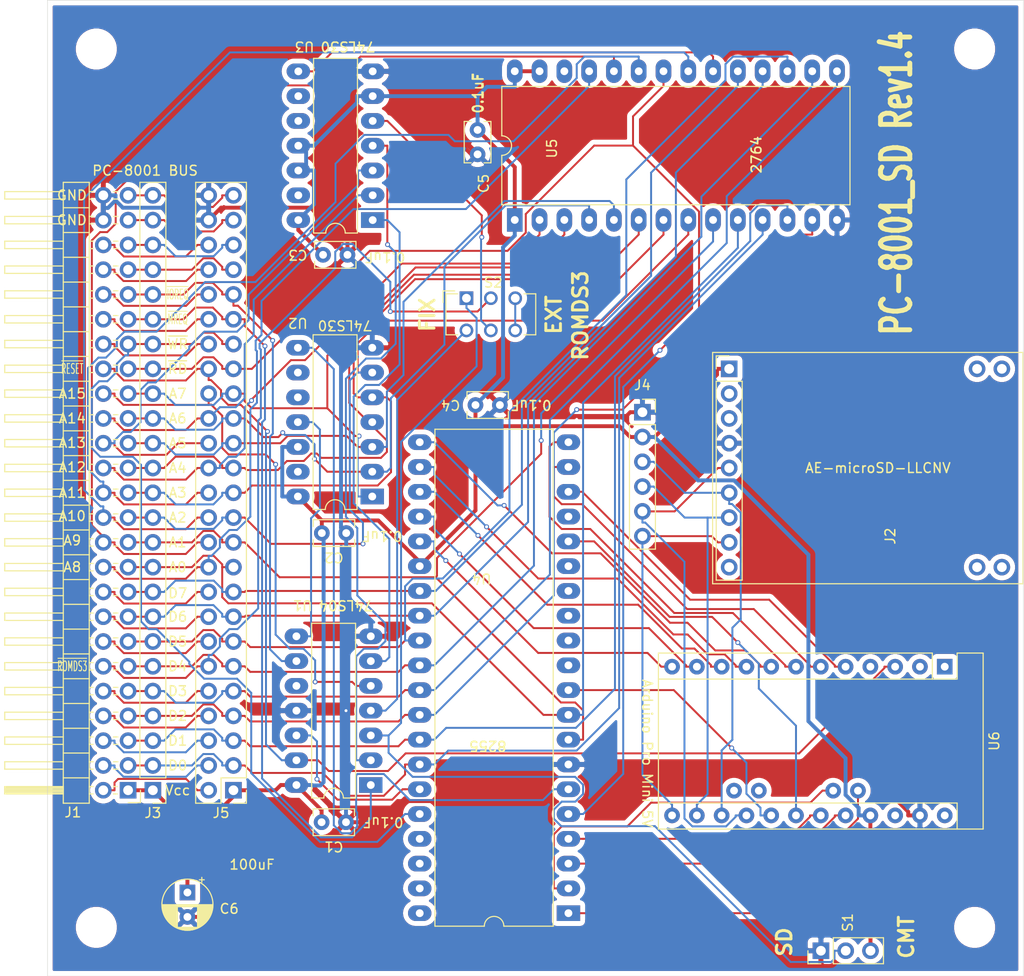
<source format=kicad_pcb>
(kicad_pcb (version 20171130) (host pcbnew "(5.1.9)-1")
  (layers (0 F.Cu signal) (31 B.Cu signal) (34 B.Paste user) (35 F.Paste user) (36 B.SilkS user hide) (37 F.SilkS user) (38 B.Mask user) (39 F.Mask user) (44 Edge.Cuts user))
  (net 0 "")
  (net 1 +5V)
  (net 2 GND)
  (net 3 "Net-(U1-Pad2)")
  (net 4 "Net-(U1-Pad12)")
  (net 5 "Net-(U1-Pad6)")
  (net 6 /D0)
  (net 7 /D1)
  (net 8 /D2)
  (net 9 /D3)
  (net 10 /D4)
  (net 11 /~ROMDS3)
  (net 12 /D5)
  (net 13 /D6)
  (net 14 /D7)
  (net 15 /A0)
  (net 16 /A8)
  (net 17 /A1)
  (net 18 /A9)
  (net 19 /A2)
  (net 20 /A10)
  (net 21 /A3)
  (net 22 /A11)
  (net 23 /A4)
  (net 24 /A12)
  (net 25 /A5)
  (net 26 /A13)
  (net 27 /A6)
  (net 28 /A14)
  (net 29 /A7)
  (net 30 /A15)
  (net 31 /~RD)
  (net 32 /~RESET)
  (net 33 /~WR)
  (net 34 /~MREQ)
  (net 35 /~IOREQ)
  (net 36 "Net-(U1-Pad8)")
  (net 37 "Net-(U2-Pad8)")
  (net 38 "Net-(U3-Pad8)")
  (net 39 "Net-(U4-Pad1)")
  (net 40 "Net-(U4-Pad21)")
  (net 41 "Net-(U4-Pad2)")
  (net 42 "Net-(U4-Pad22)")
  (net 43 "Net-(U4-Pad3)")
  (net 44 "Net-(U4-Pad23)")
  (net 45 "Net-(U4-Pad4)")
  (net 46 "Net-(U4-Pad24)")
  (net 47 "Net-(U4-Pad25)")
  (net 48 "Net-(U4-Pad10)")
  (net 49 "Net-(U4-Pad16)")
  (net 50 "Net-(U4-Pad18)")
  (net 51 "Net-(U4-Pad19)")
  (net 52 "Net-(U4-Pad20)")
  (net 53 /SCK)
  (net 54 /MISO)
  (net 55 /MOSI)
  (net 56 /CS)
  (net 57 "Net-(S1-Pad2)")
  (net 58 "Net-(S2-Pad3)")
  (net 59 "Net-(S2-Pad4)")
  (net 60 "Net-(S2-Pad5)")
  (net 61 /+12V)
  (net 62 /-12V)
  (net 63 /~ROMDS0)
  (net 64 /~ROMDS1)
  (net 65 /~ROMDS2)
  (net 66 /~INT)
  (net 67 /~NMI)
  (net 68 /~EXTON)
  (net 69 /~WAIT)
  (net 70 /~WE)
  (net 71 /~MUX)
  (net 72 /~RFSH)
  (net 73 /~RAS0)
  (net 74 /~M1)
  (net 75 /~RAS1)
  (net 76 /SCLOCK)
  (net 77 /PHAI)
  (module Capacitor_THT:C_Rect_L4.0mm_W2.5mm_P2.50mm (layer F.Cu) (at 131.482 96.418)
    (fp_text reference C4 (at -2.54 0 180 unlocked) (layer F.SilkS))
    (fp_text value 0.1uF (at 5.715 0 180 unlocked) (layer F.SilkS))
    (pad 1 thru_hole circle (at 0 0) (size 1.6 1.6) (drill 0.8) (layers *.Cu *.Mask) (net 1 +5V))
    (pad 2 thru_hole circle (at 2.5 0) (size 1.6 1.6) (drill 0.8) (layers *.Cu *.Mask) (net 2 GND))
  )
  (module Package_DIP:DIP-28_W15.24mm_LongPads (layer F.Cu) (at 135.507 77.454 90)
    (fp_text reference U5 hide)
    (fp_text value 2764 (at 6.685 24.765 90 unlocked) (layer F.SilkS))
    (fp_text user %R (at 7.32 3.81 90 unlocked) (layer F.SilkS))
    (pad 1 thru_hole rect (at 0 0 90) (size 2.4 1.6) (drill 0.8) (layers *.Cu *.Mask) (net 1 +5V))
    (pad 15 thru_hole oval (at 15.24 33.02 90) (size 2.4 1.6) (drill 0.8) (layers *.Cu *.Mask) (net 9 /D3))
    (pad 2 thru_hole oval (at 0 2.54 90) (size 2.4 1.6) (drill 0.8) (layers *.Cu *.Mask) (net 24 /A12))
    (pad 16 thru_hole oval (at 15.24 30.48 90) (size 2.4 1.6) (drill 0.8) (layers *.Cu *.Mask) (net 10 /D4))
    (pad 3 thru_hole oval (at 0 5.08 90) (size 2.4 1.6) (drill 0.8) (layers *.Cu *.Mask) (net 29 /A7))
    (pad 17 thru_hole oval (at 15.24 27.94 90) (size 2.4 1.6) (drill 0.8) (layers *.Cu *.Mask) (net 12 /D5))
    (pad 4 thru_hole oval (at 0 7.62 90) (size 2.4 1.6) (drill 0.8) (layers *.Cu *.Mask) (net 27 /A6))
    (pad 18 thru_hole oval (at 15.24 25.4 90) (size 2.4 1.6) (drill 0.8) (layers *.Cu *.Mask) (net 13 /D6))
    (pad 5 thru_hole oval (at 0 10.16 90) (size 2.4 1.6) (drill 0.8) (layers *.Cu *.Mask) (net 25 /A5))
    (pad 19 thru_hole oval (at 15.24 22.86 90) (size 2.4 1.6) (drill 0.8) (layers *.Cu *.Mask) (net 14 /D7))
    (pad 6 thru_hole oval (at 0 12.7 90) (size 2.4 1.6) (drill 0.8) (layers *.Cu *.Mask) (net 23 /A4))
    (pad 20 thru_hole oval (at 15.24 20.32 90) (size 2.4 1.6) (drill 0.8) (layers *.Cu *.Mask) (net 38 "Net-(U3-Pad8)"))
    (pad 7 thru_hole oval (at 0 15.24 90) (size 2.4 1.6) (drill 0.8) (layers *.Cu *.Mask) (net 21 /A3))
    (pad 21 thru_hole oval (at 15.24 17.78 90) (size 2.4 1.6) (drill 0.8) (layers *.Cu *.Mask) (net 20 /A10))
    (pad 8 thru_hole oval (at 0 17.78 90) (size 2.4 1.6) (drill 0.8) (layers *.Cu *.Mask) (net 19 /A2))
    (pad 22 thru_hole oval (at 15.24 15.24 90) (size 2.4 1.6) (drill 0.8) (layers *.Cu *.Mask) (net 31 /~RD))
    (pad 9 thru_hole oval (at 0 20.32 90) (size 2.4 1.6) (drill 0.8) (layers *.Cu *.Mask) (net 17 /A1))
    (pad 23 thru_hole oval (at 15.24 12.7 90) (size 2.4 1.6) (drill 0.8) (layers *.Cu *.Mask) (net 22 /A11))
    (pad 10 thru_hole oval (at 0 22.86 90) (size 2.4 1.6) (drill 0.8) (layers *.Cu *.Mask) (net 15 /A0))
    (pad 24 thru_hole oval (at 15.24 10.16 90) (size 2.4 1.6) (drill 0.8) (layers *.Cu *.Mask) (net 18 /A9))
    (pad 11 thru_hole oval (at 0 25.4 90) (size 2.4 1.6) (drill 0.8) (layers *.Cu *.Mask) (net 6 /D0))
    (pad 25 thru_hole oval (at 15.24 7.62 90) (size 2.4 1.6) (drill 0.8) (layers *.Cu *.Mask) (net 16 /A8))
    (pad 12 thru_hole oval (at 0 27.94 90) (size 2.4 1.6) (drill 0.8) (layers *.Cu *.Mask) (net 7 /D1))
    (pad 26 thru_hole oval (at 15.24 5.08 90) (size 2.4 1.6) (drill 0.8) (layers *.Cu *.Mask))
    (pad 13 thru_hole oval (at 0 30.48 90) (size 2.4 1.6) (drill 0.8) (layers *.Cu *.Mask) (net 8 /D2))
    (pad 27 thru_hole oval (at 15.24 2.54 90) (size 2.4 1.6) (drill 0.8) (layers *.Cu *.Mask) (net 1 +5V))
    (pad 14 thru_hole oval (at 0 33.02 90) (size 2.4 1.6) (drill 0.8) (layers *.Cu *.Mask) (net 2 GND))
    (pad 28 thru_hole oval (at 15.24 0 90) (size 2.4 1.6) (drill 0.8) (layers *.Cu *.Mask) (net 1 +5V))
  )
  (module Package_DIP:DIP-40_W15.24mm_LongPads (layer F.Cu) (at 141.007 148.488 180)
    (fp_text reference U4 (at 8.89 34.29 180 unlocked) (layer F.SilkS))
    (fp_text value 8255 (at 8.255 17.145 180 unlocked) (layer F.SilkS))
    (pad 1 thru_hole rect (at 0 0 180) (size 2.4 1.6) (drill 0.8) (layers *.Cu *.Mask) (net 39 "Net-(U4-Pad1)"))
    (pad 21 thru_hole oval (at 15.24 48.26 180) (size 2.4 1.6) (drill 0.8) (layers *.Cu *.Mask) (net 40 "Net-(U4-Pad21)"))
    (pad 2 thru_hole oval (at 0 2.54 180) (size 2.4 1.6) (drill 0.8) (layers *.Cu *.Mask) (net 41 "Net-(U4-Pad2)"))
    (pad 22 thru_hole oval (at 15.24 45.72 180) (size 2.4 1.6) (drill 0.8) (layers *.Cu *.Mask) (net 42 "Net-(U4-Pad22)"))
    (pad 3 thru_hole oval (at 0 5.08 180) (size 2.4 1.6) (drill 0.8) (layers *.Cu *.Mask) (net 43 "Net-(U4-Pad3)"))
    (pad 23 thru_hole oval (at 15.24 43.18 180) (size 2.4 1.6) (drill 0.8) (layers *.Cu *.Mask) (net 44 "Net-(U4-Pad23)"))
    (pad 4 thru_hole oval (at 0 7.62 180) (size 2.4 1.6) (drill 0.8) (layers *.Cu *.Mask) (net 45 "Net-(U4-Pad4)"))
    (pad 24 thru_hole oval (at 15.24 40.64 180) (size 2.4 1.6) (drill 0.8) (layers *.Cu *.Mask) (net 46 "Net-(U4-Pad24)"))
    (pad 5 thru_hole oval (at 0 10.16 180) (size 2.4 1.6) (drill 0.8) (layers *.Cu *.Mask) (net 31 /~RD))
    (pad 25 thru_hole oval (at 15.24 38.1 180) (size 2.4 1.6) (drill 0.8) (layers *.Cu *.Mask) (net 47 "Net-(U4-Pad25)"))
    (pad 6 thru_hole oval (at 0 12.7 180) (size 2.4 1.6) (drill 0.8) (layers *.Cu *.Mask) (net 37 "Net-(U2-Pad8)"))
    (pad 26 thru_hole oval (at 15.24 35.56 180) (size 2.4 1.6) (drill 0.8) (layers *.Cu *.Mask) (net 1 +5V))
    (pad 7 thru_hole oval (at 0 15.24 180) (size 2.4 1.6) (drill 0.8) (layers *.Cu *.Mask) (net 2 GND))
    (pad 27 thru_hole oval (at 15.24 33.02 180) (size 2.4 1.6) (drill 0.8) (layers *.Cu *.Mask) (net 14 /D7))
    (pad 8 thru_hole oval (at 0 17.78 180) (size 2.4 1.6) (drill 0.8) (layers *.Cu *.Mask) (net 17 /A1))
    (pad 28 thru_hole oval (at 15.24 30.48 180) (size 2.4 1.6) (drill 0.8) (layers *.Cu *.Mask) (net 13 /D6))
    (pad 9 thru_hole oval (at 0 20.32 180) (size 2.4 1.6) (drill 0.8) (layers *.Cu *.Mask) (net 15 /A0))
    (pad 29 thru_hole oval (at 15.24 27.94 180) (size 2.4 1.6) (drill 0.8) (layers *.Cu *.Mask) (net 12 /D5))
    (pad 10 thru_hole oval (at 0 22.86 180) (size 2.4 1.6) (drill 0.8) (layers *.Cu *.Mask) (net 48 "Net-(U4-Pad10)"))
    (pad 30 thru_hole oval (at 15.24 25.4 180) (size 2.4 1.6) (drill 0.8) (layers *.Cu *.Mask) (net 10 /D4))
    (pad 11 thru_hole oval (at 0 25.4 180) (size 2.4 1.6) (drill 0.8) (layers *.Cu *.Mask))
    (pad 31 thru_hole oval (at 15.24 22.86 180) (size 2.4 1.6) (drill 0.8) (layers *.Cu *.Mask) (net 9 /D3))
    (pad 12 thru_hole oval (at 0 27.94 180) (size 2.4 1.6) (drill 0.8) (layers *.Cu *.Mask))
    (pad 32 thru_hole oval (at 15.24 20.32 180) (size 2.4 1.6) (drill 0.8) (layers *.Cu *.Mask) (net 8 /D2))
    (pad 13 thru_hole oval (at 0 30.48 180) (size 2.4 1.6) (drill 0.8) (layers *.Cu *.Mask))
    (pad 33 thru_hole oval (at 15.24 17.78 180) (size 2.4 1.6) (drill 0.8) (layers *.Cu *.Mask) (net 7 /D1))
    (pad 14 thru_hole oval (at 0 33.02 180) (size 2.4 1.6) (drill 0.8) (layers *.Cu *.Mask))
    (pad 34 thru_hole oval (at 15.24 15.24 180) (size 2.4 1.6) (drill 0.8) (layers *.Cu *.Mask) (net 6 /D0))
    (pad 15 thru_hole oval (at 0 35.56 180) (size 2.4 1.6) (drill 0.8) (layers *.Cu *.Mask))
    (pad 35 thru_hole oval (at 15.24 12.7 180) (size 2.4 1.6) (drill 0.8) (layers *.Cu *.Mask) (net 4 "Net-(U1-Pad12)"))
    (pad 16 thru_hole oval (at 0 38.1 180) (size 2.4 1.6) (drill 0.8) (layers *.Cu *.Mask) (net 49 "Net-(U4-Pad16)"))
    (pad 36 thru_hole oval (at 15.24 10.16 180) (size 2.4 1.6) (drill 0.8) (layers *.Cu *.Mask) (net 33 /~WR))
    (pad 17 thru_hole oval (at 0 40.64 180) (size 2.4 1.6) (drill 0.8) (layers *.Cu *.Mask))
    (pad 37 thru_hole oval (at 15.24 7.62 180) (size 2.4 1.6) (drill 0.8) (layers *.Cu *.Mask))
    (pad 18 thru_hole oval (at 0 43.18 180) (size 2.4 1.6) (drill 0.8) (layers *.Cu *.Mask) (net 50 "Net-(U4-Pad18)"))
    (pad 38 thru_hole oval (at 15.24 5.08 180) (size 2.4 1.6) (drill 0.8) (layers *.Cu *.Mask))
    (pad 19 thru_hole oval (at 0 45.72 180) (size 2.4 1.6) (drill 0.8) (layers *.Cu *.Mask) (net 51 "Net-(U4-Pad19)"))
    (pad 39 thru_hole oval (at 15.24 2.54 180) (size 2.4 1.6) (drill 0.8) (layers *.Cu *.Mask))
    (pad 20 thru_hole oval (at 0 48.26 180) (size 2.4 1.6) (drill 0.8) (layers *.Cu *.Mask) (net 52 "Net-(U4-Pad20)"))
    (pad 40 thru_hole oval (at 15.24 0 180) (size 2.4 1.6) (drill 0.8) (layers *.Cu *.Mask))
  )
  (module Capacitor_THT:C_Rect_L4.0mm_W2.5mm_P2.50mm (layer F.Cu) (at 131.697 68.229 270)
    (fp_text reference C5 (at 5.49 -0.635 90 unlocked) (layer F.SilkS))
    (fp_text value 0.1uF (at -3.77 -0.11 90 unlocked) (layer F.SilkS))
    (pad 1 thru_hole circle (at 0 0 270) (size 1.6 1.6) (drill 0.8) (layers *.Cu *.Mask) (net 1 +5V))
    (pad 2 thru_hole circle (at 2.5 0 270) (size 1.6 1.6) (drill 0.8) (layers *.Cu *.Mask) (net 2 GND))
  )
  (module MountingHole:MountingHole_3.2mm_M3 (layer F.Cu) (at 92.63 59.94)
    (fp_text reference MH4 hide)
    (fp_text value MountingHole_3.2mm_M3 hide)
    (pad 1 np_thru_hole circle (at 0 0) (size 3.2 3.2) (drill 3.2) (layers *.Cu *.Mask))
  )
  (module MountingHole:MountingHole_3.2mm_M3 (layer F.Cu) (at 182.63 59.94)
    (fp_text reference MH3 hide)
    (fp_text value MountingHole_3.2mm_M3 hide)
    (pad 1 np_thru_hole circle (at 0 0) (size 3.2 3.2) (drill 3.2) (layers *.Cu *.Mask))
  )
  (module MountingHole:MountingHole_3.2mm_M3 (layer F.Cu) (at 182.63 149.94)
    (fp_text reference MH2 hide)
    (fp_text value MountingHole_3.2mm_M3 hide)
    (pad 1 np_thru_hole circle (at 0 0) (size 3.2 3.2) (drill 3.2) (layers *.Cu *.Mask))
  )
  (module MountingHole:MountingHole_3.2mm_M3 (layer F.Cu) (at 92.63 149.94)
    (fp_text reference MH1 hide)
    (fp_text value MountingHole_3.2mm_M3 hide)
    (pad 1 np_thru_hole circle (at 0 0) (size 3.2 3.2) (drill 3.2) (layers *.Cu *.Mask))
  )
  (module Capacitor_THT:CP_Radial_D5.0mm_P2.50mm (layer F.Cu) (at 101.965 146.37 270)
    (fp_text reference C6 (at 1.67 -4.28) (layer F.SilkS))
    (fp_text value 100uF)
    (pad 1 thru_hole rect (at 0 0 270) (size 1.6 1.6) (drill 0.8) (layers *.Cu *.Mask) (net 1 +5V))
    (pad 2 thru_hole circle (at 2.5 0 270) (size 1.6 1.6) (drill 0.8) (layers *.Cu *.Mask) (net 2 GND))
  )
  (module Capacitor_THT:C_Rect_L4.0mm_W2.5mm_P2.50mm (layer F.Cu) (at 118.214 139.166 180)
    (fp_text reference C1 (at 1.25 -2.5 180 unlocked) (layer F.SilkS))
    (fp_text value 0.1uF)
    (pad 1 thru_hole circle (at 0 0 180) (size 1.6 1.6) (drill 0.8) (layers *.Cu *.Mask) (net 2 GND))
    (pad 2 thru_hole circle (at 2.5 0 180) (size 1.6 1.6) (drill 0.8) (layers *.Cu *.Mask) (net 1 +5V))
  )
  (module Capacitor_THT:C_Rect_L4.0mm_W2.5mm_P2.50mm (layer F.Cu) (at 118.237 109.537 180)
    (fp_text reference C2 (at 1.25 -2.5 180 unlocked) (layer F.SilkS))
    (fp_text value 0.1uF)
    (pad 2 thru_hole circle (at 2.5 0 180) (size 1.6 1.6) (drill 0.8) (layers *.Cu *.Mask) (net 1 +5V))
    (pad 1 thru_hole circle (at 0 0 180) (size 1.6 1.6) (drill 0.8) (layers *.Cu *.Mask) (net 2 GND))
  )
  (module Capacitor_THT:C_Rect_L4.0mm_W2.5mm_P2.50mm (layer F.Cu) (at 118.364 81.026 180)
    (fp_text reference C3 (at 5.08 0 180 unlocked) (layer F.SilkS))
    (fp_text value 0.1uF)
    (pad 1 thru_hole circle (at 0 0 180) (size 1.6 1.6) (drill 0.8) (layers *.Cu *.Mask) (net 2 GND))
    (pad 2 thru_hole circle (at 2.5 0 180) (size 1.6 1.6) (drill 0.8) (layers *.Cu *.Mask) (net 1 +5V))
  )
  (module Package_DIP:DIP-14_W7.62mm_LongPads (layer F.Cu) (at 120.754 135.356 180)
    (fp_text reference U1 (at 6.985 18.415 180 unlocked) (layer F.SilkS))
    (fp_text value 74LS04 (at 2.54 18.415 180 unlocked) (layer F.SilkS))
    (pad 14 thru_hole oval (at 7.62 0 180) (size 2.4 1.6) (drill 0.8) (layers *.Cu *.Mask) (net 1 +5V))
    (pad 7 thru_hole oval (at 0 15.24 180) (size 2.4 1.6) (drill 0.8) (layers *.Cu *.Mask) (net 2 GND))
    (pad 13 thru_hole oval (at 7.62 2.54 180) (size 2.4 1.6) (drill 0.8) (layers *.Cu *.Mask) (net 32 /~RESET))
    (pad 6 thru_hole oval (at 0 12.7 180) (size 2.4 1.6) (drill 0.8) (layers *.Cu *.Mask) (net 5 "Net-(U1-Pad6)"))
    (pad 12 thru_hole oval (at 7.62 5.08 180) (size 2.4 1.6) (drill 0.8) (layers *.Cu *.Mask) (net 4 "Net-(U1-Pad12)"))
    (pad 5 thru_hole oval (at 0 10.16 180) (size 2.4 1.6) (drill 0.8) (layers *.Cu *.Mask) (net 30 /A15))
    (pad 11 thru_hole oval (at 7.62 7.62 180) (size 2.4 1.6) (drill 0.8) (layers *.Cu *.Mask) (net 2 GND))
    (pad 4 thru_hole oval (at 0 7.62 180) (size 2.4 1.6) (drill 0.8) (layers *.Cu *.Mask) (net 59 "Net-(S2-Pad4)"))
    (pad 10 thru_hole oval (at 7.62 10.16 180) (size 2.4 1.6) (drill 0.8) (layers *.Cu *.Mask))
    (pad 3 thru_hole oval (at 0 5.08 180) (size 2.4 1.6) (drill 0.8) (layers *.Cu *.Mask) (net 57 "Net-(S1-Pad2)"))
    (pad 9 thru_hole oval (at 7.62 12.7 180) (size 2.4 1.6) (drill 0.8) (layers *.Cu *.Mask) (net 35 /~IOREQ))
    (pad 2 thru_hole oval (at 0 2.54 180) (size 2.4 1.6) (drill 0.8) (layers *.Cu *.Mask) (net 3 "Net-(U1-Pad2)"))
    (pad 8 thru_hole oval (at 7.62 15.24 180) (size 2.4 1.6) (drill 0.8) (layers *.Cu *.Mask) (net 36 "Net-(U1-Pad8)"))
    (pad 1 thru_hole rect (at 0 0 180) (size 2.4 1.6) (drill 0.8) (layers *.Cu *.Mask) (net 34 /~MREQ))
  )
  (module Package_DIP:DIP-14_W7.62mm_LongPads (layer F.Cu) (at 120.949 77.466 180)
    (fp_text reference U3 (at 6.985 17.78 180 unlocked) (layer F.SilkS))
    (fp_text value 74LS30 (at 2.54 17.78 180 unlocked) (layer F.SilkS))
    (pad 1 thru_hole rect (at 0 0 180) (size 2.4 1.6) (drill 0.8) (layers *.Cu *.Mask) (net 5 "Net-(U1-Pad6)"))
    (pad 8 thru_hole oval (at 7.62 15.24 180) (size 2.4 1.6) (drill 0.8) (layers *.Cu *.Mask) (net 38 "Net-(U3-Pad8)"))
    (pad 2 thru_hole oval (at 0 2.54 180) (size 2.4 1.6) (drill 0.8) (layers *.Cu *.Mask) (net 28 /A14))
    (pad 9 thru_hole oval (at 7.62 12.7 180) (size 2.4 1.6) (drill 0.8) (layers *.Cu *.Mask))
    (pad 3 thru_hole oval (at 0 5.08 180) (size 2.4 1.6) (drill 0.8) (layers *.Cu *.Mask) (net 26 /A13))
    (pad 10 thru_hole oval (at 7.62 10.16 180) (size 2.4 1.6) (drill 0.8) (layers *.Cu *.Mask))
    (pad 4 thru_hole oval (at 0 7.62 180) (size 2.4 1.6) (drill 0.8) (layers *.Cu *.Mask) (net 3 "Net-(U1-Pad2)"))
    (pad 11 thru_hole oval (at 7.62 7.62 180) (size 2.4 1.6) (drill 0.8) (layers *.Cu *.Mask) (net 1 +5V))
    (pad 5 thru_hole oval (at 0 10.16 180) (size 2.4 1.6) (drill 0.8) (layers *.Cu *.Mask) (net 60 "Net-(S2-Pad5)"))
    (pad 12 thru_hole oval (at 7.62 5.08 180) (size 2.4 1.6) (drill 0.8) (layers *.Cu *.Mask) (net 1 +5V))
    (pad 6 thru_hole oval (at 0 12.7 180) (size 2.4 1.6) (drill 0.8) (layers *.Cu *.Mask) (net 1 +5V))
    (pad 13 thru_hole oval (at 7.62 2.54 180) (size 2.4 1.6) (drill 0.8) (layers *.Cu *.Mask))
    (pad 7 thru_hole oval (at 0 15.24 180) (size 2.4 1.6) (drill 0.8) (layers *.Cu *.Mask) (net 2 GND))
    (pad 14 thru_hole oval (at 7.62 0 180) (size 2.4 1.6) (drill 0.8) (layers *.Cu *.Mask) (net 1 +5V))
  )
  (module Connector_PinHeader_2.54mm:PinHeader_2x25_P2.54mm_Horizontal (layer F.Cu) (at 95.885 135.89 180)
    (fp_text reference J1 (at 5.655 -2.27) (layer F.SilkS))
    (fp_text value "PC-8001 BUS")
    (pad 1 thru_hole rect (at 0 0 180) (size 1.7 1.7) (drill 1) (layers *.Cu *.Mask) (net 1 +5V))
    (pad 2 thru_hole oval (at 2.54 0 180) (size 1.7 1.7) (drill 1) (layers *.Cu *.Mask) (net 61 /+12V))
    (pad 3 thru_hole oval (at 0 2.54 180) (size 1.7 1.7) (drill 1) (layers *.Cu *.Mask) (net 6 /D0))
    (pad 4 thru_hole oval (at 2.54 2.54 180) (size 1.7 1.7) (drill 1) (layers *.Cu *.Mask) (net 62 /-12V))
    (pad 5 thru_hole oval (at 0 5.08 180) (size 1.7 1.7) (drill 1) (layers *.Cu *.Mask) (net 7 /D1))
    (pad 6 thru_hole oval (at 2.54 5.08 180) (size 1.7 1.7) (drill 1) (layers *.Cu *.Mask) (net 63 /~ROMDS0))
    (pad 7 thru_hole oval (at 0 7.62 180) (size 1.7 1.7) (drill 1) (layers *.Cu *.Mask) (net 8 /D2))
    (pad 8 thru_hole oval (at 2.54 7.62 180) (size 1.7 1.7) (drill 1) (layers *.Cu *.Mask) (net 64 /~ROMDS1))
    (pad 9 thru_hole oval (at 0 10.16 180) (size 1.7 1.7) (drill 1) (layers *.Cu *.Mask) (net 9 /D3))
    (pad 10 thru_hole oval (at 2.54 10.16 180) (size 1.7 1.7) (drill 1) (layers *.Cu *.Mask) (net 65 /~ROMDS2))
    (pad 11 thru_hole oval (at 0 12.7 180) (size 1.7 1.7) (drill 1) (layers *.Cu *.Mask) (net 10 /D4))
    (pad 12 thru_hole oval (at 2.54 12.7 180) (size 1.7 1.7) (drill 1) (layers *.Cu *.Mask) (net 11 /~ROMDS3))
    (pad 13 thru_hole oval (at 0 15.24 180) (size 1.7 1.7) (drill 1) (layers *.Cu *.Mask) (net 12 /D5))
    (pad 14 thru_hole oval (at 2.54 15.24 180) (size 1.7 1.7) (drill 1) (layers *.Cu *.Mask) (net 66 /~INT))
    (pad 15 thru_hole oval (at 0 17.78 180) (size 1.7 1.7) (drill 1) (layers *.Cu *.Mask) (net 13 /D6))
    (pad 16 thru_hole oval (at 2.54 17.78 180) (size 1.7 1.7) (drill 1) (layers *.Cu *.Mask) (net 67 /~NMI))
    (pad 17 thru_hole oval (at 0 20.32 180) (size 1.7 1.7) (drill 1) (layers *.Cu *.Mask) (net 14 /D7))
    (pad 18 thru_hole oval (at 2.54 20.32 180) (size 1.7 1.7) (drill 1) (layers *.Cu *.Mask) (net 68 /~EXTON))
    (pad 19 thru_hole oval (at 0 22.86 180) (size 1.7 1.7) (drill 1) (layers *.Cu *.Mask) (net 15 /A0))
    (pad 20 thru_hole oval (at 2.54 22.86 180) (size 1.7 1.7) (drill 1) (layers *.Cu *.Mask) (net 16 /A8))
    (pad 21 thru_hole oval (at 0 25.4 180) (size 1.7 1.7) (drill 1) (layers *.Cu *.Mask) (net 17 /A1))
    (pad 22 thru_hole oval (at 2.54 25.4 180) (size 1.7 1.7) (drill 1) (layers *.Cu *.Mask) (net 18 /A9))
    (pad 23 thru_hole oval (at 0 27.94 180) (size 1.7 1.7) (drill 1) (layers *.Cu *.Mask) (net 19 /A2))
    (pad 24 thru_hole oval (at 2.54 27.94 180) (size 1.7 1.7) (drill 1) (layers *.Cu *.Mask) (net 20 /A10))
    (pad 25 thru_hole oval (at 0 30.48 180) (size 1.7 1.7) (drill 1) (layers *.Cu *.Mask) (net 21 /A3))
    (pad 26 thru_hole oval (at 2.54 30.48 180) (size 1.7 1.7) (drill 1) (layers *.Cu *.Mask) (net 22 /A11))
    (pad 27 thru_hole oval (at 0 33.02 180) (size 1.7 1.7) (drill 1) (layers *.Cu *.Mask) (net 23 /A4))
    (pad 28 thru_hole oval (at 2.54 33.02 180) (size 1.7 1.7) (drill 1) (layers *.Cu *.Mask) (net 24 /A12))
    (pad 29 thru_hole oval (at 0 35.56 180) (size 1.7 1.7) (drill 1) (layers *.Cu *.Mask) (net 25 /A5))
    (pad 30 thru_hole oval (at 2.54 35.56 180) (size 1.7 1.7) (drill 1) (layers *.Cu *.Mask) (net 26 /A13))
    (pad 31 thru_hole oval (at 0 38.1 180) (size 1.7 1.7) (drill 1) (layers *.Cu *.Mask) (net 27 /A6))
    (pad 32 thru_hole oval (at 2.54 38.1 180) (size 1.7 1.7) (drill 1) (layers *.Cu *.Mask) (net 28 /A14))
    (pad 33 thru_hole oval (at 0 40.64 180) (size 1.7 1.7) (drill 1) (layers *.Cu *.Mask) (net 29 /A7))
    (pad 34 thru_hole oval (at 2.54 40.64 180) (size 1.7 1.7) (drill 1) (layers *.Cu *.Mask) (net 30 /A15))
    (pad 35 thru_hole oval (at 0 43.18 180) (size 1.7 1.7) (drill 1) (layers *.Cu *.Mask) (net 31 /~RD))
    (pad 36 thru_hole oval (at 2.54 43.18 180) (size 1.7 1.7) (drill 1) (layers *.Cu *.Mask) (net 32 /~RESET))
    (pad 37 thru_hole oval (at 0 45.72 180) (size 1.7 1.7) (drill 1) (layers *.Cu *.Mask) (net 33 /~WR))
    (pad 38 thru_hole oval (at 2.54 45.72 180) (size 1.7 1.7) (drill 1) (layers *.Cu *.Mask) (net 69 /~WAIT))
    (pad 39 thru_hole oval (at 0 48.26 180) (size 1.7 1.7) (drill 1) (layers *.Cu *.Mask) (net 34 /~MREQ))
    (pad 40 thru_hole oval (at 2.54 48.26 180) (size 1.7 1.7) (drill 1) (layers *.Cu *.Mask) (net 70 /~WE))
    (pad 41 thru_hole oval (at 0 50.8 180) (size 1.7 1.7) (drill 1) (layers *.Cu *.Mask) (net 35 /~IOREQ))
    (pad 42 thru_hole oval (at 2.54 50.8 180) (size 1.7 1.7) (drill 1) (layers *.Cu *.Mask) (net 71 /~MUX))
    (pad 43 thru_hole oval (at 0 53.34 180) (size 1.7 1.7) (drill 1) (layers *.Cu *.Mask) (net 72 /~RFSH))
    (pad 44 thru_hole oval (at 2.54 53.34 180) (size 1.7 1.7) (drill 1) (layers *.Cu *.Mask) (net 73 /~RAS0))
    (pad 45 thru_hole oval (at 0 55.88 180) (size 1.7 1.7) (drill 1) (layers *.Cu *.Mask) (net 74 /~M1))
    (pad 46 thru_hole oval (at 2.54 55.88 180) (size 1.7 1.7) (drill 1) (layers *.Cu *.Mask) (net 75 /~RAS1))
    (pad 47 thru_hole oval (at 0 58.42 180) (size 1.7 1.7) (drill 1) (layers *.Cu *.Mask) (net 76 /SCLOCK))
    (pad 48 thru_hole oval (at 2.54 58.42 180) (size 1.7 1.7) (drill 1) (layers *.Cu *.Mask) (net 2 GND))
    (pad 49 thru_hole oval (at 0 60.96 180) (size 1.7 1.7) (drill 1) (layers *.Cu *.Mask) (net 77 /PHAI))
    (pad 50 thru_hole oval (at 2.54 60.96 180) (size 1.7 1.7) (drill 1) (layers *.Cu *.Mask) (net 2 GND))
  )
  (module Connector_PinHeader_2.54mm:PinHeader_1x25_P2.54mm_Vertical (layer F.Cu) (at 98.425 135.89 180)
    (fp_text reference J3 (at 0 -2.33) (layer F.SilkS))
    (fp_text value Conn_01x25)
    (pad 1 thru_hole rect (at 0 0 180) (size 1.7 1.7) (drill 1) (layers *.Cu *.Mask) (net 1 +5V))
    (pad 2 thru_hole oval (at 0 2.54 180) (size 1.7 1.7) (drill 1) (layers *.Cu *.Mask) (net 6 /D0))
    (pad 3 thru_hole oval (at 0 5.08 180) (size 1.7 1.7) (drill 1) (layers *.Cu *.Mask) (net 7 /D1))
    (pad 4 thru_hole oval (at 0 7.62 180) (size 1.7 1.7) (drill 1) (layers *.Cu *.Mask) (net 8 /D2))
    (pad 5 thru_hole oval (at 0 10.16 180) (size 1.7 1.7) (drill 1) (layers *.Cu *.Mask) (net 9 /D3))
    (pad 6 thru_hole oval (at 0 12.7 180) (size 1.7 1.7) (drill 1) (layers *.Cu *.Mask) (net 10 /D4))
    (pad 7 thru_hole oval (at 0 15.24 180) (size 1.7 1.7) (drill 1) (layers *.Cu *.Mask) (net 12 /D5))
    (pad 8 thru_hole oval (at 0 17.78 180) (size 1.7 1.7) (drill 1) (layers *.Cu *.Mask) (net 13 /D6))
    (pad 9 thru_hole oval (at 0 20.32 180) (size 1.7 1.7) (drill 1) (layers *.Cu *.Mask) (net 14 /D7))
    (pad 10 thru_hole oval (at 0 22.86 180) (size 1.7 1.7) (drill 1) (layers *.Cu *.Mask) (net 15 /A0))
    (pad 11 thru_hole oval (at 0 25.4 180) (size 1.7 1.7) (drill 1) (layers *.Cu *.Mask) (net 17 /A1))
    (pad 12 thru_hole oval (at 0 27.94 180) (size 1.7 1.7) (drill 1) (layers *.Cu *.Mask) (net 19 /A2))
    (pad 13 thru_hole oval (at 0 30.48 180) (size 1.7 1.7) (drill 1) (layers *.Cu *.Mask) (net 21 /A3))
    (pad 14 thru_hole oval (at 0 33.02 180) (size 1.7 1.7) (drill 1) (layers *.Cu *.Mask) (net 23 /A4))
    (pad 15 thru_hole oval (at 0 35.56 180) (size 1.7 1.7) (drill 1) (layers *.Cu *.Mask) (net 25 /A5))
    (pad 16 thru_hole oval (at 0 38.1 180) (size 1.7 1.7) (drill 1) (layers *.Cu *.Mask) (net 27 /A6))
    (pad 17 thru_hole oval (at 0 40.64 180) (size 1.7 1.7) (drill 1) (layers *.Cu *.Mask) (net 29 /A7))
    (pad 18 thru_hole oval (at 0 43.18 180) (size 1.7 1.7) (drill 1) (layers *.Cu *.Mask) (net 31 /~RD))
    (pad 19 thru_hole oval (at 0 45.72 180) (size 1.7 1.7) (drill 1) (layers *.Cu *.Mask) (net 33 /~WR))
    (pad 20 thru_hole oval (at 0 48.26 180) (size 1.7 1.7) (drill 1) (layers *.Cu *.Mask) (net 34 /~MREQ))
    (pad 21 thru_hole oval (at 0 50.8 180) (size 1.7 1.7) (drill 1) (layers *.Cu *.Mask) (net 35 /~IOREQ))
    (pad 22 thru_hole oval (at 0 53.34 180) (size 1.7 1.7) (drill 1) (layers *.Cu *.Mask) (net 72 /~RFSH))
    (pad 23 thru_hole oval (at 0 55.88 180) (size 1.7 1.7) (drill 1) (layers *.Cu *.Mask) (net 74 /~M1))
    (pad 24 thru_hole oval (at 0 58.42 180) (size 1.7 1.7) (drill 1) (layers *.Cu *.Mask) (net 76 /SCLOCK))
    (pad 25 thru_hole oval (at 0 60.96 180) (size 1.7 1.7) (drill 1) (layers *.Cu *.Mask) (net 77 /PHAI))
  )
  (module Connector_PinHeader_2.54mm:PinHeader_1x03_P2.54mm_Vertical (layer F.Cu) (at 166.878 152.336 90)
    (fp_text reference S1 (at 2.896 2.752 90) (layer F.SilkS))
    (fp_text value SLIDE_SWITCH_3P)
    (pad 1 thru_hole rect (at 0 0 90) (size 1.7 1.7) (drill 1) (layers *.Cu *.Mask) (net 2 GND))
    (pad 2 thru_hole oval (at 0 2.54 90) (size 1.7 1.7) (drill 1) (layers *.Cu *.Mask) (net 57 "Net-(S1-Pad2)"))
    (pad 3 thru_hole oval (at 0 5.08 90) (size 1.7 1.7) (drill 1) (layers *.Cu *.Mask) (net 1 +5V))
  )
  (module Package_DIP:DIP-14_W7.62mm_LongPads (layer F.Cu) (at 120.904 105.791 180)
    (fp_text reference U2 (at 7.62 17.78 180 unlocked) (layer F.SilkS))
    (fp_text value 74LS30)
    (pad 1 thru_hole rect (at 0 0 180) (size 2.4 1.6) (drill 0.8) (layers *.Cu *.Mask) (net 29 /A7))
    (pad 8 thru_hole oval (at 7.62 15.24 180) (size 2.4 1.6) (drill 0.8) (layers *.Cu *.Mask) (net 37 "Net-(U2-Pad8)"))
    (pad 2 thru_hole oval (at 0 2.54 180) (size 2.4 1.6) (drill 0.8) (layers *.Cu *.Mask) (net 27 /A6))
    (pad 9 thru_hole oval (at 7.62 12.7 180) (size 2.4 1.6) (drill 0.8) (layers *.Cu *.Mask))
    (pad 3 thru_hole oval (at 0 5.08 180) (size 2.4 1.6) (drill 0.8) (layers *.Cu *.Mask) (net 25 /A5))
    (pad 10 thru_hole oval (at 7.62 10.16 180) (size 2.4 1.6) (drill 0.8) (layers *.Cu *.Mask))
    (pad 4 thru_hole oval (at 0 7.62 180) (size 2.4 1.6) (drill 0.8) (layers *.Cu *.Mask) (net 23 /A4))
    (pad 11 thru_hole oval (at 7.62 7.62 180) (size 2.4 1.6) (drill 0.8) (layers *.Cu *.Mask) (net 36 "Net-(U1-Pad8)"))
    (pad 5 thru_hole oval (at 0 10.16 180) (size 2.4 1.6) (drill 0.8) (layers *.Cu *.Mask) (net 21 /A3))
    (pad 12 thru_hole oval (at 7.62 5.08 180) (size 2.4 1.6) (drill 0.8) (layers *.Cu *.Mask) (net 1 +5V))
    (pad 6 thru_hole oval (at 0 12.7 180) (size 2.4 1.6) (drill 0.8) (layers *.Cu *.Mask) (net 19 /A2))
    (pad 13 thru_hole oval (at 7.62 2.54 180) (size 2.4 1.6) (drill 0.8) (layers *.Cu *.Mask))
    (pad 7 thru_hole oval (at 0 15.24 180) (size 2.4 1.6) (drill 0.8) (layers *.Cu *.Mask) (net 2 GND))
    (pad 14 thru_hole oval (at 7.62 0 180) (size 2.4 1.6) (drill 0.8) (layers *.Cu *.Mask) (net 1 +5V))
  )
  (module Kicad:AE-microSD-LLCNV (layer F.Cu) (at 157.48 113.03 180)
    (fp_text reference J2 (at -16.51 3.175 90) (layer F.SilkS))
    (fp_text value Micro_SD_Card_Kit hide)
    (fp_text user AE-microSD-LLCNV (at -15.24 10.16) (layer F.SilkS))
    (pad 1 thru_hole rect (at 0 20.32) (size 1.7 1.7) (drill 1) (layers *.Cu *.Mask) (net 1 +5V))
    (pad 2 thru_hole oval (at 0 17.78) (size 1.7 1.7) (drill 1) (layers *.Cu *.Mask))
    (pad 3 thru_hole oval (at 0 15.24) (size 1.7 1.7) (drill 1) (layers *.Cu *.Mask))
    (pad 4 thru_hole oval (at 0 12.7) (size 1.7 1.7) (drill 1) (layers *.Cu *.Mask) (net 2 GND))
    (pad 5 thru_hole oval (at 0 10.16) (size 1.7 1.7) (drill 1) (layers *.Cu *.Mask) (net 53 /SCK))
    (pad 6 thru_hole oval (at 0 7.62) (size 1.7 1.7) (drill 1) (layers *.Cu *.Mask) (net 54 /MISO))
    (pad 7 thru_hole oval (at 0 5.08) (size 1.7 1.7) (drill 1) (layers *.Cu *.Mask) (net 55 /MOSI))
    (pad 8 thru_hole oval (at 0 2.54) (size 1.7 1.7) (drill 1) (layers *.Cu *.Mask) (net 56 /CS))
    (pad 9 thru_hole oval (at 0 0) (size 1.7 1.7) (drill 1) (layers *.Cu *.Mask))
    (pad "" thru_hole oval (at -27.94 0 180) (size 1.7 1.7) (drill 1) (layers *.Cu *.Mask))
    (pad "" thru_hole oval (at -25.4 0 180) (size 1.7 1.7) (drill 1) (layers *.Cu *.Mask))
    (pad "" thru_hole oval (at -27.94 20.32 180) (size 1.7 1.7) (drill 1) (layers *.Cu *.Mask))
    (pad "" thru_hole oval (at -25.4 20.32 180) (size 1.7 1.7) (drill 1) (layers *.Cu *.Mask))
  )
  (module Kicad:Arduino_Pro_Mini (layer F.Cu) (at 179.565 123.23 270)
    (fp_text reference U6 (at 7.62 -5.08 270) (layer F.SilkS))
    (fp_text value Arduino_Pro_Mini_5V)
    (pad 1 thru_hole rect (at 0 0 270) (size 1.6 1.6) (drill 0.8) (layers *.Cu *.Mask))
    (pad 2 thru_hole oval (at 0 2.54 270) (size 1.6 1.6) (drill 0.8) (layers *.Cu *.Mask))
    (pad 3 thru_hole oval (at 0 5.08 270) (size 1.6 1.6) (drill 0.8) (layers *.Cu *.Mask) (net 32 /~RESET))
    (pad 13 thru_hole oval (at 15.24 27.94 270) (size 1.6 1.6) (drill 0.8) (layers *.Cu *.Mask) (net 56 /CS))
    (pad 4 thru_hole oval (at 0 7.62 270) (size 1.6 1.6) (drill 0.8) (layers *.Cu *.Mask))
    (pad 14 thru_hole oval (at 15.24 25.4 270) (size 1.6 1.6) (drill 0.8) (layers *.Cu *.Mask) (net 55 /MOSI))
    (pad 5 thru_hole oval (at 0 10.16 270) (size 1.6 1.6) (drill 0.8) (layers *.Cu *.Mask) (net 50 "Net-(U4-Pad18)"))
    (pad 15 thru_hole oval (at 15.24 22.86 270) (size 1.6 1.6) (drill 0.8) (layers *.Cu *.Mask) (net 54 /MISO))
    (pad 6 thru_hole oval (at 0 12.7 270) (size 1.6 1.6) (drill 0.8) (layers *.Cu *.Mask) (net 51 "Net-(U4-Pad19)"))
    (pad 16 thru_hole oval (at 15.24 20.32 270) (size 1.6 1.6) (drill 0.8) (layers *.Cu *.Mask) (net 53 /SCK))
    (pad 7 thru_hole oval (at 0 15.24 270) (size 1.6 1.6) (drill 0.8) (layers *.Cu *.Mask) (net 52 "Net-(U4-Pad20)"))
    (pad 17 thru_hole oval (at 15.24 17.78 270) (size 1.6 1.6) (drill 0.8) (layers *.Cu *.Mask) (net 48 "Net-(U4-Pad10)"))
    (pad 8 thru_hole oval (at 0 17.78 270) (size 1.6 1.6) (drill 0.8) (layers *.Cu *.Mask) (net 40 "Net-(U4-Pad21)"))
    (pad 18 thru_hole oval (at 15.24 15.24 270) (size 1.6 1.6) (drill 0.8) (layers *.Cu *.Mask) (net 49 "Net-(U4-Pad16)"))
    (pad 9 thru_hole oval (at 0 20.32 270) (size 1.6 1.6) (drill 0.8) (layers *.Cu *.Mask) (net 42 "Net-(U4-Pad22)"))
    (pad 19 thru_hole oval (at 15.24 12.7 270) (size 1.6 1.6) (drill 0.8) (layers *.Cu *.Mask) (net 45 "Net-(U4-Pad4)"))
    (pad 10 thru_hole oval (at 0 22.86 270) (size 1.6 1.6) (drill 0.8) (layers *.Cu *.Mask) (net 44 "Net-(U4-Pad23)"))
    (pad 20 thru_hole oval (at 15.24 10.16 270) (size 1.6 1.6) (drill 0.8) (layers *.Cu *.Mask) (net 43 "Net-(U4-Pad3)"))
    (pad 11 thru_hole oval (at 0 25.4 270) (size 1.6 1.6) (drill 0.8) (layers *.Cu *.Mask) (net 46 "Net-(U4-Pad24)"))
    (pad 21 thru_hole oval (at 15.24 7.62 270) (size 1.6 1.6) (drill 0.8) (layers *.Cu *.Mask) (net 1 +5V))
    (pad 12 thru_hole oval (at 0 27.94 270) (size 1.6 1.6) (drill 0.8) (layers *.Cu *.Mask) (net 47 "Net-(U4-Pad25)"))
    (pad 22 thru_hole oval (at 15.24 5.08 270) (size 1.6 1.6) (drill 0.8) (layers *.Cu *.Mask))
    (pad 23 thru_hole oval (at 15.24 2.54 270) (size 1.6 1.6) (drill 0.8) (layers *.Cu *.Mask) (net 2 GND))
    (pad 24 thru_hole oval (at 15.24 0 270) (size 1.6 1.6) (drill 0.8) (layers *.Cu *.Mask))
    (pad A5 thru_hole oval (at 12.7 8.89 270) (size 1.6 1.6) (drill 0.8) (layers *.Cu *.Mask) (net 39 "Net-(U4-Pad1)"))
    (pad A4 thru_hole oval (at 12.7 11.43 270) (size 1.6 1.6) (drill 0.8) (layers *.Cu *.Mask) (net 41 "Net-(U4-Pad2)"))
    (pad A7 thru_hole oval (at 12.7 19.05 270) (size 1.6 1.6) (drill 0.8) (layers *.Cu *.Mask))
    (pad A6 thru_hole oval (at 12.7 21.59 270) (size 1.6 1.6) (drill 0.8) (layers *.Cu *.Mask))
  )
  (module Connector_PinSocket_2.54mm:PinSocket_1x06_P2.54mm_Vertical (layer F.Cu) (at 148.59 97.155)
    (fp_text reference J4 (at 0 -2.77) (layer F.SilkS))
    (fp_text value "MicroSD Card Adapter")
    (pad 1 thru_hole rect (at 0 0) (size 1.7 1.7) (drill 1) (layers *.Cu *.Mask) (net 2 GND))
    (pad 2 thru_hole oval (at 0 2.54) (size 1.7 1.7) (drill 1) (layers *.Cu *.Mask) (net 1 +5V))
    (pad 3 thru_hole oval (at 0 5.08) (size 1.7 1.7) (drill 1) (layers *.Cu *.Mask) (net 54 /MISO))
    (pad 4 thru_hole oval (at 0 7.62) (size 1.7 1.7) (drill 1) (layers *.Cu *.Mask) (net 55 /MOSI))
    (pad 5 thru_hole oval (at 0 10.16) (size 1.7 1.7) (drill 1) (layers *.Cu *.Mask) (net 53 /SCK))
    (pad 6 thru_hole oval (at 0 12.7) (size 1.7 1.7) (drill 1) (layers *.Cu *.Mask) (net 56 /CS))
  )
  (module Button_Switch_THT:SW_CuK_JS202011CQN_DPDT_Straight (layer F.Cu) (at 130.556 85.471)
    (fp_text reference S2 (at 2.75 -1.6) (layer F.SilkS))
    (fp_text value "SLIDE SWITCH")
    (pad 1 thru_hole rect (at 0 0) (size 1.4 1.4) (drill 0.9) (layers *.Cu *.Mask) (net 57 "Net-(S1-Pad2)"))
    (pad 2 thru_hole circle (at 2.5 0) (size 1.4 1.4) (drill 0.9) (layers *.Cu *.Mask) (net 11 /~ROMDS3))
    (pad 3 thru_hole circle (at 5 0) (size 1.4 1.4) (drill 0.9) (layers *.Cu *.Mask) (net 58 "Net-(S2-Pad3)"))
    (pad 4 thru_hole circle (at 0 3.3) (size 1.4 1.4) (drill 0.9) (layers *.Cu *.Mask) (net 59 "Net-(S2-Pad4)"))
    (pad 5 thru_hole circle (at 2.5 3.3) (size 1.4 1.4) (drill 0.9) (layers *.Cu *.Mask) (net 60 "Net-(S2-Pad5)"))
    (pad 6 thru_hole circle (at 5 3.3) (size 1.4 1.4) (drill 0.9) (layers *.Cu *.Mask) (net 58 "Net-(S2-Pad3)"))
  )
  (module Connector_PinHeader_2.54mm:PinHeader_2x25_P2.54mm_Vertical (layer F.Cu) (at 106.68 135.89 180)
    (fp_text reference J5 (at 1.27 -2.33) (layer F.SilkS))
    (fp_text value "PC-8001 BUS")
    (pad 1 thru_hole rect (at 0 0 180) (size 1.7 1.7) (drill 1) (layers *.Cu *.Mask) (net 1 +5V))
    (pad 2 thru_hole oval (at 2.54 0 180) (size 1.7 1.7) (drill 1) (layers *.Cu *.Mask) (net 61 /+12V))
    (pad 3 thru_hole oval (at 0 2.54 180) (size 1.7 1.7) (drill 1) (layers *.Cu *.Mask) (net 6 /D0))
    (pad 4 thru_hole oval (at 2.54 2.54 180) (size 1.7 1.7) (drill 1) (layers *.Cu *.Mask) (net 62 /-12V))
    (pad 5 thru_hole oval (at 0 5.08 180) (size 1.7 1.7) (drill 1) (layers *.Cu *.Mask) (net 7 /D1))
    (pad 6 thru_hole oval (at 2.54 5.08 180) (size 1.7 1.7) (drill 1) (layers *.Cu *.Mask) (net 63 /~ROMDS0))
    (pad 7 thru_hole oval (at 0 7.62 180) (size 1.7 1.7) (drill 1) (layers *.Cu *.Mask) (net 8 /D2))
    (pad 8 thru_hole oval (at 2.54 7.62 180) (size 1.7 1.7) (drill 1) (layers *.Cu *.Mask) (net 64 /~ROMDS1))
    (pad 9 thru_hole oval (at 0 10.16 180) (size 1.7 1.7) (drill 1) (layers *.Cu *.Mask) (net 9 /D3))
    (pad 10 thru_hole oval (at 2.54 10.16 180) (size 1.7 1.7) (drill 1) (layers *.Cu *.Mask) (net 65 /~ROMDS2))
    (pad 11 thru_hole oval (at 0 12.7 180) (size 1.7 1.7) (drill 1) (layers *.Cu *.Mask) (net 10 /D4))
    (pad 12 thru_hole oval (at 2.54 12.7 180) (size 1.7 1.7) (drill 1) (layers *.Cu *.Mask) (net 11 /~ROMDS3))
    (pad 13 thru_hole oval (at 0 15.24 180) (size 1.7 1.7) (drill 1) (layers *.Cu *.Mask) (net 12 /D5))
    (pad 14 thru_hole oval (at 2.54 15.24 180) (size 1.7 1.7) (drill 1) (layers *.Cu *.Mask) (net 66 /~INT))
    (pad 15 thru_hole oval (at 0 17.78 180) (size 1.7 1.7) (drill 1) (layers *.Cu *.Mask) (net 13 /D6))
    (pad 16 thru_hole oval (at 2.54 17.78 180) (size 1.7 1.7) (drill 1) (layers *.Cu *.Mask) (net 67 /~NMI))
    (pad 17 thru_hole oval (at 0 20.32 180) (size 1.7 1.7) (drill 1) (layers *.Cu *.Mask) (net 14 /D7))
    (pad 18 thru_hole oval (at 2.54 20.32 180) (size 1.7 1.7) (drill 1) (layers *.Cu *.Mask) (net 68 /~EXTON))
    (pad 19 thru_hole oval (at 0 22.86 180) (size 1.7 1.7) (drill 1) (layers *.Cu *.Mask) (net 15 /A0))
    (pad 20 thru_hole oval (at 2.54 22.86 180) (size 1.7 1.7) (drill 1) (layers *.Cu *.Mask) (net 16 /A8))
    (pad 21 thru_hole oval (at 0 25.4 180) (size 1.7 1.7) (drill 1) (layers *.Cu *.Mask) (net 17 /A1))
    (pad 22 thru_hole oval (at 2.54 25.4 180) (size 1.7 1.7) (drill 1) (layers *.Cu *.Mask) (net 18 /A9))
    (pad 23 thru_hole oval (at 0 27.94 180) (size 1.7 1.7) (drill 1) (layers *.Cu *.Mask) (net 19 /A2))
    (pad 24 thru_hole oval (at 2.54 27.94 180) (size 1.7 1.7) (drill 1) (layers *.Cu *.Mask) (net 20 /A10))
    (pad 25 thru_hole oval (at 0 30.48 180) (size 1.7 1.7) (drill 1) (layers *.Cu *.Mask) (net 21 /A3))
    (pad 26 thru_hole oval (at 2.54 30.48 180) (size 1.7 1.7) (drill 1) (layers *.Cu *.Mask) (net 22 /A11))
    (pad 27 thru_hole oval (at 0 33.02 180) (size 1.7 1.7) (drill 1) (layers *.Cu *.Mask) (net 23 /A4))
    (pad 28 thru_hole oval (at 2.54 33.02 180) (size 1.7 1.7) (drill 1) (layers *.Cu *.Mask) (net 24 /A12))
    (pad 29 thru_hole oval (at 0 35.56 180) (size 1.7 1.7) (drill 1) (layers *.Cu *.Mask) (net 25 /A5))
    (pad 30 thru_hole oval (at 2.54 35.56 180) (size 1.7 1.7) (drill 1) (layers *.Cu *.Mask) (net 26 /A13))
    (pad 31 thru_hole oval (at 0 38.1 180) (size 1.7 1.7) (drill 1) (layers *.Cu *.Mask) (net 27 /A6))
    (pad 32 thru_hole oval (at 2.54 38.1 180) (size 1.7 1.7) (drill 1) (layers *.Cu *.Mask) (net 28 /A14))
    (pad 33 thru_hole oval (at 0 40.64 180) (size 1.7 1.7) (drill 1) (layers *.Cu *.Mask) (net 29 /A7))
    (pad 34 thru_hole oval (at 2.54 40.64 180) (size 1.7 1.7) (drill 1) (layers *.Cu *.Mask) (net 30 /A15))
    (pad 35 thru_hole oval (at 0 43.18 180) (size 1.7 1.7) (drill 1) (layers *.Cu *.Mask) (net 31 /~RD))
    (pad 36 thru_hole oval (at 2.54 43.18 180) (size 1.7 1.7) (drill 1) (layers *.Cu *.Mask) (net 32 /~RESET))
    (pad 37 thru_hole oval (at 0 45.72 180) (size 1.7 1.7) (drill 1) (layers *.Cu *.Mask) (net 33 /~WR))
    (pad 38 thru_hole oval (at 2.54 45.72 180) (size 1.7 1.7) (drill 1) (layers *.Cu *.Mask) (net 69 /~WAIT))
    (pad 39 thru_hole oval (at 0 48.26 180) (size 1.7 1.7) (drill 1) (layers *.Cu *.Mask) (net 34 /~MREQ))
    (pad 40 thru_hole oval (at 2.54 48.26 180) (size 1.7 1.7) (drill 1) (layers *.Cu *.Mask) (net 70 /~WE))
    (pad 41 thru_hole oval (at 0 50.8 180) (size 1.7 1.7) (drill 1) (layers *.Cu *.Mask) (net 35 /~IOREQ))
    (pad 42 thru_hole oval (at 2.54 50.8 180) (size 1.7 1.7) (drill 1) (layers *.Cu *.Mask) (net 71 /~MUX))
    (pad 43 thru_hole oval (at 0 53.34 180) (size 1.7 1.7) (drill 1) (layers *.Cu *.Mask) (net 72 /~RFSH))
    (pad 44 thru_hole oval (at 2.54 53.34 180) (size 1.7 1.7) (drill 1) (layers *.Cu *.Mask) (net 73 /~RAS0))
    (pad 45 thru_hole oval (at 0 55.88 180) (size 1.7 1.7) (drill 1) (layers *.Cu *.Mask) (net 74 /~M1))
    (pad 46 thru_hole oval (at 2.54 55.88 180) (size 1.7 1.7) (drill 1) (layers *.Cu *.Mask) (net 75 /~RAS1))
    (pad 47 thru_hole oval (at 0 58.42 180) (size 1.7 1.7) (drill 1) (layers *.Cu *.Mask) (net 76 /SCLOCK))
    (pad 48 thru_hole oval (at 2.54 58.42 180) (size 1.7 1.7) (drill 1) (layers *.Cu *.Mask) (net 2 GND))
    (pad 49 thru_hole oval (at 0 60.96 180) (size 1.7 1.7) (drill 1) (layers *.Cu *.Mask) (net 77 /PHAI))
    (pad 50 thru_hole oval (at 2.54 60.96 180) (size 1.7 1.7) (drill 1) (layers *.Cu *.Mask) (net 2 GND))
  )
  (gr_text ROMDS3 (at 142.24 87.249 90) (layer F.SilkS) (effects (font (size 1.5 1.5) (thickness 0.3))))
  (gr_text EXT (at 139.508 87.178 90) (layer F.SilkS) (effects (font (size 1.5 1.5) (thickness 0.3))))
  (gr_text FIX (at 126.554 87.178 90) (layer F.SilkS) (effects (font (size 1.5 1.5) (thickness 0.3))))
  (gr_text SD (at 163.13 151.44 90) (layer F.SilkS) (effects (font (size 1.5 1.5) (thickness 0.3))))
  (gr_text CMT (at 175.63 150.94 90) (layer F.SilkS) (effects (font (size 1.5 1.5) (thickness 0.3))))
  (gr_text D7 (at 100.97 115.7) (layer F.SilkS) (effects (font (size 1 1))))
  (gr_text A9 (at 90.17 110.29) (layer F.SilkS) (effects (font (size 1 1))))
  (gr_text A10 (at 90.17 107.79) (layer F.SilkS) (effects (font (size 1 1))))
  (gr_text A12 (at 90.17 102.79) (layer F.SilkS) (effects (font (size 1 1))))
  (gr_text A13 (at 90.17 100.29) (layer F.SilkS) (effects (font (size 1 1))))
  (gr_text GND (at 90.13 74.93) (layer F.SilkS) (effects (font (size 1 1))))
  (gr_text GND (at 90.13 77.47) (layer F.SilkS) (effects (font (size 1 1))))
  (gr_text 74LS04 (at 118.214 116.941 -180) (layer F.SilkS) (effects (font (size 1 1))))
  (gr_text 74LS30 (at 118.409 59.686 -180) (layer F.SilkS) (effects (font (size 1 1))))
  (gr_text 74LS30 (at 118.114 88.256 -180) (layer F.SilkS) (effects (font (size 1 1))))
  (gr_text 0.1uF (at 122.024 139.166 -180) (layer F.SilkS) (effects (font (size 1 1))))
  (gr_text 0.1uF (at 122.219 81.276 -180) (layer F.SilkS) (effects (font (size 1 1))))
  (gr_text 0.1uF (at 121.924 109.846 -180) (layer F.SilkS) (effects (font (size 1 1))))
  (gr_text A15 (at 90.17 95.25) (layer F.SilkS) (effects (font (size 1 1))))
  (gr_text A11 (at 90.17 105.41) (layer F.SilkS) (effects (font (size 1 1))))
  (gr_text ~ROMDS3 (at 90.17 123.19) (layer F.SilkS) (effects (font (size 1 0.5) (thickness 0.1))))
  (gr_text 8255 (at 132.752 131.343 -180) (layer F.SilkS) (effects (font (size 1 1))))
  (gr_text 0.1uF (at 137.197 96.418 -180) (layer F.SilkS) (effects (font (size 1 1))))
  (gr_text "Arduino Pro Mini 5V" (at 149.085 132.12 -90) (layer F.SilkS) (effects (font (size 1 1))))
  (gr_text 0.1uF (at 131.697 64.459 -270) (layer F.SilkS) (effects (font (size 1 1))))
  (gr_text 2764 (at 160.272 70.769 -270) (layer F.SilkS) (effects (font (size 1 1))))
  (gr_text "PC-8001 BUS" (at 97.63 72.4) (layer F.SilkS) (effects (font (size 1 1))))
  (gr_text 100uF (at 108.585 143.51) (layer F.SilkS) (effects (font (size 1 1))))
  (gr_text A14 (at 90.17 97.79) (layer F.SilkS) (effects (font (size 1 1))))
  (gr_text ~RESET (at 90.17 92.71) (layer F.SilkS) (effects (font (size 1 0.5) (thickness 0.1))))
  (gr_text A8 (at 90.17 113.03) (layer F.SilkS) (effects (font (size 1 1))))
  (gr_text Vcc (at 100.965 135.89) (layer F.SilkS) (effects (font (size 1 1))))
  (gr_text D0 (at 100.965 133.35) (layer F.SilkS) (effects (font (size 1 1))))
  (gr_text D1 (at 100.965 130.81) (layer F.SilkS) (effects (font (size 1 1))))
  (gr_text D2 (at 100.965 128.27) (layer F.SilkS) (effects (font (size 1 1))))
  (gr_text D3 (at 100.965 125.73) (layer F.SilkS) (effects (font (size 1 1))))
  (gr_text D4 (at 100.965 123.19) (layer F.SilkS) (effects (font (size 1 1))))
  (gr_text D5 (at 100.965 120.65) (layer F.SilkS) (effects (font (size 1 1))))
  (gr_text D6 (at 100.965 118.11) (layer F.SilkS) (effects (font (size 1 1))))
  (gr_text A0 (at 100.965 113.03) (layer F.SilkS) (effects (font (size 1 1))))
  (gr_text A1 (at 100.965 110.49) (layer F.SilkS) (effects (font (size 1 1))))
  (gr_text A2 (at 100.965 107.95) (layer F.SilkS) (effects (font (size 1 1))))
  (gr_text A3 (at 100.965 105.41) (layer F.SilkS) (effects (font (size 1 1))))
  (gr_text A4 (at 100.965 102.87) (layer F.SilkS) (effects (font (size 1 1))))
  (gr_text A5 (at 100.965 100.33) (layer F.SilkS) (effects (font (size 1 1))))
  (gr_text A6 (at 100.965 97.79) (layer F.SilkS) (effects (font (size 1 1))))
  (gr_text A7 (at 100.965 95.25) (layer F.SilkS) (effects (font (size 1 1))))
  (gr_text ~RD (at 100.965 92.71) (layer F.SilkS) (effects (font (size 1 1))))
  (gr_text ~WR (at 100.965 90.17) (layer F.SilkS) (effects (font (size 1 1))))
  (gr_text ~MREQ (at 100.965 87.63) (layer F.SilkS) (effects (font (size 1 0.5) (thickness 0.1))))
  (gr_text ~IOREQ (at 100.965 85.09) (layer F.SilkS) (effects (font (size 1 0.5) (thickness 0.1))))
  (gr_text "PC-8001_SD Rev1.4" (at 174.625 73.66 90) (layer F.SilkS) (effects (font (size 3 2) (thickness 0.5))))
  (gr_line (start 87.63 54.94) (end 87.63 154.94) (layer Edge.Cuts) (width 0.05))
  (gr_line (start 187.63 154.94) (end 187.63 54.94) (layer Edge.Cuts) (width 0.05))
  (gr_line (start 87.63 154.94) (end 187.63 154.94) (layer Edge.Cuts) (width 0.05))
  (gr_line (start 187.63 54.94) (end 87.63 54.94) (layer Edge.Cuts) (width 0.05))
  (segment (start 148.59 99.695) (end 147.3397 99.695) (width 0.4) (layer F.Cu) (net 1))
  (segment (start 131.482 98.5846) (end 146.2293 98.5846) (width 0.4) (layer F.Cu) (net 1))
  (segment (start 146.2293 98.5846) (end 147.3397 99.695) (width 0.4) (layer F.Cu) (net 1))
  (segment (start 131.482 98.5846) (end 131.482 107.213) (width 0.4) (layer F.Cu) (net 1))
  (segment (start 131.482 107.213) (end 125.9838 112.7112) (width 0.4) (layer F.Cu) (net 1))
  (segment (start 131.482 96.418) (end 131.482 98.5846) (width 0.4) (layer F.Cu) (net 1))
  (segment (start 115.737 108.244) (end 113.284 105.791) (width 0.4) (layer F.Cu) (net 1))
  (segment (start 115.737 109.537) (end 115.737 108.244) (width 0.4) (layer F.Cu) (net 1))
  (segment (start 125.9838 112.7112) (end 121.5166 108.244) (width 0.4) (layer F.Cu) (net 1))
  (segment (start 121.5166 108.244) (end 115.737 108.244) (width 0.4) (layer F.Cu) (net 1))
  (segment (start 125.9838 112.7112) (end 125.767 112.928) (width 0.4) (layer F.Cu) (net 1))
  (segment (start 113.134 135.356) (end 114.7343 135.356) (width 0.4) (layer B.Cu) (net 1))
  (segment (start 115.737 109.537) (end 115.9186 109.7186) (width 0.4) (layer B.Cu) (net 1))
  (segment (start 115.9186 109.7186) (end 115.9186 135.0617) (width 0.4) (layer B.Cu) (net 1))
  (segment (start 115.9186 135.0617) (end 115.5777 135.4026) (width 0.4) (layer B.Cu) (net 1))
  (segment (start 115.5777 135.4026) (end 114.7809 135.4026) (width 0.4) (layer B.Cu) (net 1))
  (segment (start 114.7809 135.4026) (end 114.7343 135.356) (width 0.4) (layer B.Cu) (net 1))
  (segment (start 131.697 64.766) (end 131.697 68.229) (width 0.4) (layer B.Cu) (net 1))
  (segment (start 135.507 63.8143) (end 132.6487 63.8143) (width 0.4) (layer B.Cu) (net 1))
  (segment (start 132.6487 63.8143) (end 131.697 64.766) (width 0.4) (layer B.Cu) (net 1))
  (segment (start 131.697 64.766) (end 122.5493 64.766) (width 0.4) (layer B.Cu) (net 1))
  (segment (start 120.949 64.766) (end 122.5493 64.766) (width 0.4) (layer B.Cu) (net 1))
  (segment (start 114.1292 69.846) (end 114.9293 69.846) (width 0.4) (layer B.Cu) (net 1))
  (segment (start 113.329 69.846) (end 114.1292 69.846) (width 0.4) (layer B.Cu) (net 1))
  (segment (start 114.1292 72.386) (end 114.9293 72.386) (width 0.4) (layer B.Cu) (net 1))
  (segment (start 113.329 72.386) (end 114.1292 72.386) (width 0.4) (layer B.Cu) (net 1))
  (segment (start 114.1292 72.386) (end 114.1292 69.846) (width 0.4) (layer B.Cu) (net 1))
  (segment (start 113.329 77.466) (end 114.9293 75.8657) (width 0.4) (layer B.Cu) (net 1))
  (segment (start 114.9293 75.8657) (end 114.9293 72.386) (width 0.4) (layer B.Cu) (net 1))
  (segment (start 120.949 64.766) (end 119.3487 64.766) (width 0.4) (layer B.Cu) (net 1))
  (segment (start 119.3487 64.766) (end 119.3487 65.4266) (width 0.4) (layer B.Cu) (net 1))
  (segment (start 119.3487 65.4266) (end 114.9293 69.846) (width 0.4) (layer B.Cu) (net 1))
  (segment (start 113.284 100.711) (end 111.6837 100.711) (width 0.4) (layer B.Cu) (net 1))
  (segment (start 111.6837 105.791) (end 111.6837 100.711) (width 0.4) (layer B.Cu) (net 1))
  (segment (start 113.284 105.791) (end 111.6837 105.791) (width 0.4) (layer B.Cu) (net 1))
  (segment (start 157.48 92.71) (end 156.2297 92.71) (width 0.4) (layer F.Cu) (net 1))
  (segment (start 148.59 99.695) (end 149.8403 99.695) (width 0.4) (layer F.Cu) (net 1))
  (segment (start 149.8403 99.695) (end 156.2297 93.3056) (width 0.4) (layer F.Cu) (net 1))
  (segment (start 156.2297 93.3056) (end 156.2297 92.71) (width 0.4) (layer F.Cu) (net 1))
  (segment (start 115.864 81.026) (end 113.329 78.491) (width 0.4) (layer F.Cu) (net 1))
  (segment (start 113.329 78.491) (end 113.329 77.466) (width 0.4) (layer F.Cu) (net 1))
  (segment (start 171.945 138.47) (end 170.7447 138.47) (width 0.4) (layer B.Cu) (net 1))
  (segment (start 148.59 99.695) (end 149.8403 99.695) (width 0.4) (layer B.Cu) (net 1))
  (segment (start 149.8403 99.695) (end 154.2853 104.14) (width 0.4) (layer B.Cu) (net 1))
  (segment (start 154.2853 104.14) (end 157.9794 104.14) (width 0.4) (layer B.Cu) (net 1))
  (segment (start 157.9794 104.14) (end 165.595 111.7556) (width 0.4) (layer B.Cu) (net 1))
  (segment (start 165.595 111.7556) (end 165.595 128.8098) (width 0.4) (layer B.Cu) (net 1))
  (segment (start 165.595 128.8098) (end 169.405 132.6198) (width 0.4) (layer B.Cu) (net 1))
  (segment (start 169.405 132.6198) (end 169.405 136.3658) (width 0.4) (layer B.Cu) (net 1))
  (segment (start 169.405 136.3658) (end 170.7447 137.7055) (width 0.4) (layer B.Cu) (net 1))
  (segment (start 170.7447 137.7055) (end 170.7447 138.47) (width 0.4) (layer B.Cu) (net 1))
  (segment (start 135.507 62.214) (end 135.507 63.8143) (width 0.4) (layer B.Cu) (net 1))
  (segment (start 107.3052 135.89) (end 110.9997 135.89) (width 0.4) (layer F.Cu) (net 1))
  (segment (start 110.9997 135.89) (end 111.5337 135.356) (width 0.4) (layer F.Cu) (net 1))
  (segment (start 101.965 139.43) (end 103.7652 139.43) (width 0.4) (layer F.Cu) (net 1))
  (segment (start 103.7652 139.43) (end 107.3052 135.89) (width 0.4) (layer F.Cu) (net 1))
  (segment (start 113.134 135.356) (end 111.5337 135.356) (width 0.4) (layer F.Cu) (net 1))
  (segment (start 101.965 139.43) (end 98.425 135.89) (width 0.4) (layer F.Cu) (net 1))
  (segment (start 101.965 146.37) (end 101.965 139.43) (width 0.4) (layer F.Cu) (net 1))
  (segment (start 106.68 135.89) (end 107.3052 135.89) (width 0.4) (layer F.Cu) (net 1))
  (segment (start 131.697 68.229) (end 135.507 72.039) (width 0.4) (layer F.Cu) (net 1))
  (segment (start 135.507 72.039) (end 135.507 77.454) (width 0.4) (layer F.Cu) (net 1))
  (segment (start 135.507 62.214) (end 138.047 62.214) (width 0.4) (layer F.Cu) (net 1))
  (segment (start 135.507 77.454) (end 135.507 79.0543) (width 0.4) (layer B.Cu) (net 1))
  (segment (start 131.482 96.418) (end 134.3067 93.5933) (width 0.4) (layer B.Cu) (net 1))
  (segment (start 134.3067 93.5933) (end 134.3067 80.2546) (width 0.4) (layer B.Cu) (net 1))
  (segment (start 134.3067 80.2546) (end 135.507 79.0543) (width 0.4) (layer B.Cu) (net 1))
  (segment (start 171.958 152.336) (end 171.958 151.0857) (width 0.4) (layer F.Cu) (net 1))
  (segment (start 171.945 138.47) (end 171.945 151.0727) (width 0.4) (layer F.Cu) (net 1))
  (segment (start 171.945 151.0727) (end 171.958 151.0857) (width 0.4) (layer F.Cu) (net 1))
  (segment (start 115.714 139.166) (end 115.714 137.936) (width 0.4) (layer F.Cu) (net 1))
  (segment (start 115.714 137.936) (end 113.134 135.356) (width 0.4) (layer F.Cu) (net 1))
  (segment (start 98.425 135.89) (end 95.885 135.89) (width 0.4) (layer F.Cu) (net 1))
  (segment (start 115.3652 76.196) (end 115.3652 66.2095) (width 0.4) (layer F.Cu) (net 2))
  (segment (start 115.3652 66.2095) (end 119.3487 62.226) (width 0.4) (layer F.Cu) (net 2))
  (segment (start 118.364 81.026) (end 118.364 79.1948) (width 0.4) (layer F.Cu) (net 2))
  (segment (start 118.364 79.1948) (end 115.3652 76.196) (width 0.4) (layer F.Cu) (net 2))
  (segment (start 104.14 77.47) (end 105.414 76.196) (width 0.4) (layer F.Cu) (net 2))
  (segment (start 105.414 76.196) (end 115.3652 76.196) (width 0.4) (layer F.Cu) (net 2))
  (segment (start 120.949 62.226) (end 119.3487 62.226) (width 0.4) (layer F.Cu) (net 2))
  (segment (start 94.5953 75.4481) (end 94.5953 74.93) (width 0.4) (layer B.Cu) (net 2))
  (segment (start 104.14 76.2) (end 95.3472 76.2) (width 0.4) (layer B.Cu) (net 2))
  (segment (start 95.3472 76.2) (end 94.5953 75.4481) (width 0.4) (layer B.Cu) (net 2))
  (segment (start 94.5953 75.4481) (end 93.8237 76.2197) (width 0.4) (layer B.Cu) (net 2))
  (segment (start 93.8237 76.2197) (end 93.345 76.2197) (width 0.4) (layer B.Cu) (net 2))
  (segment (start 93.345 77.47) (end 93.345 76.2197) (width 0.4) (layer B.Cu) (net 2))
  (segment (start 104.14 76.2) (end 104.14 77.47) (width 0.4) (layer B.Cu) (net 2))
  (segment (start 104.14 74.93) (end 104.14 76.2) (width 0.4) (layer B.Cu) (net 2))
  (segment (start 93.345 74.93) (end 94.5953 74.93) (width 0.4) (layer B.Cu) (net 2))
  (segment (start 133.982 96.418) (end 135.1053 97.5413) (width 0.4) (layer F.Cu) (net 2))
  (segment (start 135.1053 97.5413) (end 146.9534 97.5413) (width 0.4) (layer F.Cu) (net 2))
  (segment (start 146.9534 97.5413) (end 147.3397 97.155) (width 0.4) (layer F.Cu) (net 2))
  (segment (start 119.3037 90.551) (end 117.7021 92.1526) (width 0.4) (layer B.Cu) (net 2))
  (segment (start 117.7021 92.1526) (end 117.7021 109.0021) (width 0.4) (layer B.Cu) (net 2))
  (segment (start 117.7021 109.0021) (end 118.237 109.537) (width 0.4) (layer B.Cu) (net 2))
  (segment (start 118.214 139.166) (end 121.3489 139.166) (width 0.4) (layer F.Cu) (net 2))
  (segment (start 121.3489 139.166) (end 123.5136 137.0013) (width 0.4) (layer F.Cu) (net 2))
  (segment (start 123.5136 137.0013) (end 135.6534 137.0013) (width 0.4) (layer F.Cu) (net 2))
  (segment (start 135.6534 137.0013) (end 139.4067 133.248) (width 0.4) (layer F.Cu) (net 2))
  (segment (start 122.5493 62.226) (end 131.0523 70.729) (width 0.4) (layer F.Cu) (net 2))
  (segment (start 131.0523 70.729) (end 131.697 70.729) (width 0.4) (layer F.Cu) (net 2))
  (segment (start 119.1537 120.116) (end 118.214 121.0557) (width 0.4) (layer B.Cu) (net 2))
  (segment (start 118.214 121.0557) (end 118.214 127.736) (width 0.4) (layer B.Cu) (net 2))
  (segment (start 118.237 109.537) (end 118.237 119.1993) (width 0.4) (layer B.Cu) (net 2))
  (segment (start 118.237 119.1993) (end 119.1537 120.116) (width 0.4) (layer B.Cu) (net 2))
  (segment (start 114.7343 127.736) (end 118.214 127.736) (width 0.4) (layer F.Cu) (net 2))
  (segment (start 118.214 139.166) (end 118.214 127.736) (width 0.4) (layer B.Cu) (net 2))
  (segment (start 120.754 120.116) (end 119.1537 120.116) (width 0.4) (layer B.Cu) (net 2))
  (segment (start 166.878 152.336) (end 166.878 151.0857) (width 0.4) (layer B.Cu) (net 2))
  (segment (start 177.025 138.47) (end 177.025 140.9387) (width 0.4) (layer B.Cu) (net 2))
  (segment (start 177.025 140.9387) (end 166.878 151.0857) (width 0.4) (layer B.Cu) (net 2))
  (segment (start 120.949 62.226) (end 122.5493 62.226) (width 0.4) (layer F.Cu) (net 2))
  (segment (start 118.214 139.166) (end 108.51 148.87) (width 0.4) (layer F.Cu) (net 2))
  (segment (start 108.51 148.87) (end 101.965 148.87) (width 0.4) (layer F.Cu) (net 2))
  (segment (start 153.0547 97.155) (end 156.2297 100.33) (width 0.4) (layer B.Cu) (net 2))
  (segment (start 148.59 97.155) (end 153.0547 97.155) (width 0.4) (layer B.Cu) (net 2))
  (segment (start 153.0547 97.155) (end 153.0547 94.5266) (width 0.4) (layer B.Cu) (net 2))
  (segment (start 153.0547 94.5266) (end 168.527 79.0543) (width 0.4) (layer B.Cu) (net 2))
  (segment (start 168.527 77.454) (end 168.527 79.0543) (width 0.4) (layer B.Cu) (net 2))
  (segment (start 157.48 100.33) (end 156.2297 100.33) (width 0.4) (layer B.Cu) (net 2))
  (segment (start 148.59 97.155) (end 147.3397 97.155) (width 0.4) (layer F.Cu) (net 2))
  (segment (start 120.904 90.551) (end 128.115 90.551) (width 0.4) (layer F.Cu) (net 2))
  (segment (start 128.115 90.551) (end 133.982 96.418) (width 0.4) (layer F.Cu) (net 2))
  (segment (start 119.4763 90.551) (end 119.3037 90.551) (width 0.4) (layer B.Cu) (net 2))
  (segment (start 120.904 90.551) (end 119.4763 90.551) (width 0.4) (layer B.Cu) (net 2))
  (segment (start 113.134 127.736) (end 114.7343 127.736) (width 0.4) (layer F.Cu) (net 2))
  (segment (start 141.007 133.248) (end 139.4067 133.248) (width 0.4) (layer F.Cu) (net 2))
  (segment (start 177.025 138.47) (end 175.8247 138.47) (width 0.4) (layer F.Cu) (net 2))
  (segment (start 175.8247 138.47) (end 175.8247 138.0949) (width 0.4) (layer F.Cu) (net 2))
  (segment (start 175.8247 138.0949) (end 170.9778 133.248) (width 0.4) (layer F.Cu) (net 2))
  (segment (start 170.9778 133.248) (end 141.007 133.248) (width 0.4) (layer F.Cu) (net 2))
  (segment (start 119.3037 90.551) (end 119.3037 81.9657) (width 0.4) (layer B.Cu) (net 2))
  (segment (start 119.3037 81.9657) (end 118.364 81.026) (width 0.4) (layer B.Cu) (net 2))
  (via (at 118.214 127.736) (size 0.5) (layers F.Cu B.Cu) (net 2))
  (segment (start 120.754 132.816) (end 119.2537 132.816) (width 0.2) (layer B.Cu) (net 3))
  (segment (start 120.949 69.846) (end 122.4493 69.846) (width 0.2) (layer F.Cu) (net 3))
  (segment (start 122.476 79.9801) (end 123.306 80.8101) (width 0.2) (layer B.Cu) (net 3))
  (segment (start 123.306 80.8101) (end 123.306 90.1372) (width 0.2) (layer B.Cu) (net 3))
  (segment (start 123.306 90.1372) (end 121.7918 91.6514) (width 0.2) (layer B.Cu) (net 3))
  (segment (start 121.7918 91.6514) (end 120.277 91.6514) (width 0.2) (layer B.Cu) (net 3))
  (segment (start 120.277 91.6514) (end 118.2024 93.726) (width 0.2) (layer B.Cu) (net 3))
  (segment (start 118.2024 93.726) (end 118.2024 107.8689) (width 0.2) (layer B.Cu) (net 3))
  (segment (start 118.2024 107.8689) (end 119.3717 109.0382) (width 0.2) (layer B.Cu) (net 3))
  (segment (start 119.3717 109.0382) (end 119.3717 115.9332) (width 0.2) (layer B.Cu) (net 3))
  (segment (start 119.3717 115.9332) (end 122.2543 118.8158) (width 0.2) (layer B.Cu) (net 3))
  (segment (start 122.2543 118.8158) (end 122.2543 120.6147) (width 0.2) (layer B.Cu) (net 3))
  (segment (start 122.2543 120.6147) (end 121.483 121.386) (width 0.2) (layer B.Cu) (net 3))
  (segment (start 121.483 121.386) (end 120.046 121.386) (width 0.2) (layer B.Cu) (net 3))
  (segment (start 120.046 121.386) (end 119.2537 122.1783) (width 0.2) (layer B.Cu) (net 3))
  (segment (start 119.2537 122.1783) (end 119.2537 132.816) (width 0.2) (layer B.Cu) (net 3))
  (segment (start 122.4493 69.846) (end 122.4493 79.9534) (width 0.2) (layer F.Cu) (net 3))
  (segment (start 122.4493 79.9534) (end 122.476 79.9801) (width 0.2) (layer F.Cu) (net 3))
  (via (at 122.476 79.9801) (size 0.5) (layers F.Cu B.Cu) (net 3))
  (segment (start 115.2387 134.7522) (end 117.3432 136.8567) (width 0.2) (layer F.Cu) (net 4))
  (segment (start 117.3432 136.8567) (end 122.9506 136.8567) (width 0.2) (layer F.Cu) (net 4))
  (segment (start 122.9506 136.8567) (end 124.0193 135.788) (width 0.2) (layer F.Cu) (net 4))
  (segment (start 124.0193 135.788) (end 124.2667 135.788) (width 0.2) (layer F.Cu) (net 4))
  (segment (start 113.134 130.276) (end 114.6343 130.276) (width 0.2) (layer B.Cu) (net 4))
  (segment (start 125.767 135.788) (end 124.2667 135.788) (width 0.2) (layer F.Cu) (net 4))
  (segment (start 114.6343 130.276) (end 115.2387 130.8804) (width 0.2) (layer B.Cu) (net 4))
  (segment (start 115.2387 130.8804) (end 115.2387 134.7522) (width 0.2) (layer B.Cu) (net 4))
  (via (at 115.2387 134.7522) (size 0.5) (layers F.Cu B.Cu) (net 4))
  (segment (start 122.2543 122.656) (end 122.6546 122.2557) (width 0.2) (layer B.Cu) (net 5))
  (segment (start 122.6546 122.2557) (end 122.6546 110.1391) (width 0.2) (layer B.Cu) (net 5))
  (segment (start 122.6546 110.1391) (end 119.003 106.4875) (width 0.2) (layer B.Cu) (net 5))
  (segment (start 119.003 106.4875) (end 119.003 95.5458) (width 0.2) (layer B.Cu) (net 5))
  (segment (start 119.003 95.5458) (end 120.1878 94.361) (width 0.2) (layer B.Cu) (net 5))
  (segment (start 120.1878 94.361) (end 121.6062 94.361) (width 0.2) (layer B.Cu) (net 5))
  (segment (start 121.6062 94.361) (end 123.7063 92.2609) (width 0.2) (layer B.Cu) (net 5))
  (segment (start 123.7063 92.2609) (end 123.7063 78.723) (width 0.2) (layer B.Cu) (net 5))
  (segment (start 123.7063 78.723) (end 122.4493 77.466) (width 0.2) (layer B.Cu) (net 5))
  (segment (start 120.754 122.656) (end 122.2543 122.656) (width 0.2) (layer B.Cu) (net 5))
  (segment (start 120.949 77.466) (end 122.4493 77.466) (width 0.2) (layer B.Cu) (net 5))
  (segment (start 127.2673 133.248) (end 128.6863 131.829) (width 0.2) (layer B.Cu) (net 6))
  (segment (start 128.6863 131.829) (end 141.8444 131.829) (width 0.2) (layer B.Cu) (net 6))
  (segment (start 141.8444 131.829) (end 146.2029 127.4705) (width 0.2) (layer B.Cu) (net 6))
  (segment (start 146.2029 127.4705) (end 146.2029 93.6584) (width 0.2) (layer B.Cu) (net 6))
  (segment (start 146.2029 93.6584) (end 160.907 78.9543) (width 0.2) (layer B.Cu) (net 6))
  (segment (start 125.767 133.248) (end 124.2667 133.248) (width 0.2) (layer F.Cu) (net 6))
  (segment (start 124.2667 133.248) (end 124.2667 134.2795) (width 0.2) (layer F.Cu) (net 6))
  (segment (start 124.2667 134.2795) (end 122.0898 136.4564) (width 0.2) (layer F.Cu) (net 6))
  (segment (start 122.0898 136.4564) (end 118.168 136.4564) (width 0.2) (layer F.Cu) (net 6))
  (segment (start 118.168 136.4564) (end 115.828 134.1164) (width 0.2) (layer F.Cu) (net 6))
  (segment (start 115.828 134.1164) (end 108.5967 134.1164) (width 0.2) (layer F.Cu) (net 6))
  (segment (start 108.5967 134.1164) (end 107.8303 133.35) (width 0.2) (layer F.Cu) (net 6))
  (segment (start 106.68 133.35) (end 107.8303 133.35) (width 0.2) (layer F.Cu) (net 6))
  (segment (start 160.907 77.454) (end 160.907 78.9543) (width 0.2) (layer B.Cu) (net 6))
  (segment (start 125.767 133.248) (end 127.2673 133.248) (width 0.2) (layer B.Cu) (net 6))
  (segment (start 106.68 133.35) (end 105.5297 133.35) (width 0.2) (layer B.Cu) (net 6))
  (segment (start 105.5297 133.35) (end 105.5297 133.0624) (width 0.2) (layer B.Cu) (net 6))
  (segment (start 105.5297 133.0624) (end 104.648 132.1807) (width 0.2) (layer B.Cu) (net 6))
  (segment (start 104.648 132.1807) (end 103.5927 132.1807) (width 0.2) (layer B.Cu) (net 6))
  (segment (start 103.5927 132.1807) (end 102.4234 133.35) (width 0.2) (layer B.Cu) (net 6))
  (segment (start 102.4234 133.35) (end 98.425 133.35) (width 0.2) (layer B.Cu) (net 6))
  (segment (start 98.425 133.35) (end 95.885 133.35) (width 0.2) (layer F.Cu) (net 6))
  (segment (start 127.2673 130.708) (end 128.4801 129.4952) (width 0.2) (layer B.Cu) (net 7))
  (segment (start 128.4801 129.4952) (end 141.7776 129.4952) (width 0.2) (layer B.Cu) (net 7))
  (segment (start 141.7776 129.4952) (end 145.7744 125.4984) (width 0.2) (layer B.Cu) (net 7))
  (segment (start 145.7744 125.4984) (end 145.7744 93.4739) (width 0.2) (layer B.Cu) (net 7))
  (segment (start 145.7744 93.4739) (end 159.637 79.6113) (width 0.2) (layer B.Cu) (net 7))
  (segment (start 159.637 79.6113) (end 159.637 76.7603) (width 0.2) (layer B.Cu) (net 7))
  (segment (start 159.637 76.7603) (end 160.4436 75.9537) (width 0.2) (layer B.Cu) (net 7))
  (segment (start 160.4436 75.9537) (end 163.447 75.9537) (width 0.2) (layer B.Cu) (net 7))
  (segment (start 163.447 77.454) (end 163.447 75.9537) (width 0.2) (layer B.Cu) (net 7))
  (segment (start 125.767 130.708) (end 127.2673 130.708) (width 0.2) (layer B.Cu) (net 7))
  (segment (start 125.767 130.708) (end 124.2667 130.708) (width 0.2) (layer F.Cu) (net 7))
  (segment (start 106.68 130.81) (end 107.8303 130.81) (width 0.2) (layer F.Cu) (net 7))
  (segment (start 107.8303 130.81) (end 108.4018 131.3815) (width 0.2) (layer F.Cu) (net 7))
  (segment (start 108.4018 131.3815) (end 123.5932 131.3815) (width 0.2) (layer F.Cu) (net 7))
  (segment (start 123.5932 131.3815) (end 124.2667 130.708) (width 0.2) (layer F.Cu) (net 7))
  (segment (start 98.425 130.81) (end 99.5753 130.81) (width 0.2) (layer B.Cu) (net 7))
  (segment (start 106.68 130.81) (end 105.5297 130.81) (width 0.2) (layer B.Cu) (net 7))
  (segment (start 105.5297 130.81) (end 105.5297 130.5224) (width 0.2) (layer B.Cu) (net 7))
  (segment (start 105.5297 130.5224) (end 104.6594 129.6521) (width 0.2) (layer B.Cu) (net 7))
  (segment (start 104.6594 129.6521) (end 100.7332 129.6521) (width 0.2) (layer B.Cu) (net 7))
  (segment (start 100.7332 129.6521) (end 99.5753 130.81) (width 0.2) (layer B.Cu) (net 7))
  (segment (start 98.425 130.81) (end 95.885 130.81) (width 0.2) (layer F.Cu) (net 7))
  (segment (start 125.767 128.168) (end 127.2673 128.168) (width 0.2) (layer B.Cu) (net 8))
  (segment (start 165.987 77.454) (end 165.987 78.9543) (width 0.2) (layer F.Cu) (net 8))
  (segment (start 141.8527 96.8902) (end 146.5508 96.8902) (width 0.2) (layer F.Cu) (net 8))
  (segment (start 146.5508 96.8902) (end 164.4867 78.9543) (width 0.2) (layer F.Cu) (net 8))
  (segment (start 164.4867 78.9543) (end 165.987 78.9543) (width 0.2) (layer F.Cu) (net 8))
  (segment (start 127.2673 128.168) (end 139.5066 115.9287) (width 0.2) (layer B.Cu) (net 8))
  (segment (start 139.5066 115.9287) (end 139.5066 99.2363) (width 0.2) (layer B.Cu) (net 8))
  (segment (start 139.5066 99.2363) (end 141.8527 96.8902) (width 0.2) (layer B.Cu) (net 8))
  (segment (start 125.767 128.168) (end 124.2667 128.168) (width 0.2) (layer F.Cu) (net 8))
  (segment (start 106.68 128.27) (end 107.8303 128.27) (width 0.2) (layer F.Cu) (net 8))
  (segment (start 107.8303 128.27) (end 108.4018 128.8415) (width 0.2) (layer F.Cu) (net 8))
  (segment (start 108.4018 128.8415) (end 123.5932 128.8415) (width 0.2) (layer F.Cu) (net 8))
  (segment (start 123.5932 128.8415) (end 124.2667 128.168) (width 0.2) (layer F.Cu) (net 8))
  (segment (start 106.1049 128.27) (end 106.68 128.27) (width 0.2) (layer F.Cu) (net 8))
  (segment (start 106.1049 128.27) (end 105.5297 128.27) (width 0.2) (layer F.Cu) (net 8))
  (segment (start 98.425 128.27) (end 95.885 128.27) (width 0.2) (layer F.Cu) (net 8))
  (segment (start 105.5297 128.27) (end 105.5297 127.9824) (width 0.2) (layer F.Cu) (net 8))
  (segment (start 105.5297 127.9824) (end 104.648 127.1007) (width 0.2) (layer F.Cu) (net 8))
  (segment (start 104.648 127.1007) (end 103.5927 127.1007) (width 0.2) (layer F.Cu) (net 8))
  (segment (start 103.5927 127.1007) (end 102.4234 128.27) (width 0.2) (layer F.Cu) (net 8))
  (segment (start 102.4234 128.27) (end 98.425 128.27) (width 0.2) (layer F.Cu) (net 8))
  (via (at 141.8527 96.8902) (size 0.5) (layers F.Cu B.Cu) (net 8))
  (segment (start 168.527 63.7143) (end 157.2264 75.0149) (width 0.2) (layer B.Cu) (net 9))
  (segment (start 157.2264 75.0149) (end 157.2264 79.8204) (width 0.2) (layer B.Cu) (net 9))
  (segment (start 157.2264 79.8204) (end 139.1063 97.9405) (width 0.2) (layer B.Cu) (net 9))
  (segment (start 139.1063 97.9405) (end 139.1063 113.789) (width 0.2) (layer B.Cu) (net 9))
  (segment (start 139.1063 113.789) (end 127.2673 125.628) (width 0.2) (layer B.Cu) (net 9))
  (segment (start 125.767 125.628) (end 127.2673 125.628) (width 0.2) (layer B.Cu) (net 9))
  (segment (start 168.527 62.214) (end 168.527 63.7143) (width 0.2) (layer B.Cu) (net 9))
  (segment (start 98.425 125.73) (end 99.5753 125.73) (width 0.2) (layer B.Cu) (net 9))
  (segment (start 106.68 125.73) (end 105.5297 125.73) (width 0.2) (layer B.Cu) (net 9))
  (segment (start 105.5297 125.73) (end 105.5297 126.0176) (width 0.2) (layer B.Cu) (net 9))
  (segment (start 105.5297 126.0176) (end 104.6267 126.9206) (width 0.2) (layer B.Cu) (net 9))
  (segment (start 104.6267 126.9206) (end 100.7659 126.9206) (width 0.2) (layer B.Cu) (net 9))
  (segment (start 100.7659 126.9206) (end 99.5753 125.73) (width 0.2) (layer B.Cu) (net 9))
  (segment (start 125.767 125.628) (end 124.2667 125.628) (width 0.2) (layer F.Cu) (net 9))
  (segment (start 106.68 125.73) (end 107.8303 125.73) (width 0.2) (layer F.Cu) (net 9))
  (segment (start 107.8303 125.73) (end 108.3967 126.2964) (width 0.2) (layer F.Cu) (net 9))
  (segment (start 108.3967 126.2964) (end 123.5983 126.2964) (width 0.2) (layer F.Cu) (net 9))
  (segment (start 123.5983 126.2964) (end 124.2667 125.628) (width 0.2) (layer F.Cu) (net 9))
  (segment (start 98.425 125.73) (end 95.885 125.73) (width 0.2) (layer F.Cu) (net 9))
  (segment (start 127.2673 123.088) (end 137.4724 112.8829) (width 0.2) (layer B.Cu) (net 10))
  (segment (start 137.4724 112.8829) (end 137.4724 96.3193) (width 0.2) (layer B.Cu) (net 10))
  (segment (start 137.4724 96.3193) (end 154.6277 79.164) (width 0.2) (layer B.Cu) (net 10))
  (segment (start 154.6277 79.164) (end 154.6277 75.0736) (width 0.2) (layer B.Cu) (net 10))
  (segment (start 154.6277 75.0736) (end 165.987 63.7143) (width 0.2) (layer B.Cu) (net 10))
  (segment (start 165.987 62.214) (end 165.987 63.7143) (width 0.2) (layer B.Cu) (net 10))
  (segment (start 125.767 123.088) (end 127.2673 123.088) (width 0.2) (layer B.Cu) (net 10))
  (segment (start 125.767 123.088) (end 124.2667 123.088) (width 0.2) (layer F.Cu) (net 10))
  (segment (start 106.68 123.19) (end 107.8303 123.19) (width 0.2) (layer F.Cu) (net 10))
  (segment (start 107.8303 123.19) (end 108.3995 123.7592) (width 0.2) (layer F.Cu) (net 10))
  (segment (start 108.3995 123.7592) (end 123.5955 123.7592) (width 0.2) (layer F.Cu) (net 10))
  (segment (start 123.5955 123.7592) (end 124.2667 123.088) (width 0.2) (layer F.Cu) (net 10))
  (segment (start 106.1049 123.19) (end 106.68 123.19) (width 0.2) (layer F.Cu) (net 10))
  (segment (start 106.1049 123.19) (end 105.5297 123.19) (width 0.2) (layer F.Cu) (net 10))
  (segment (start 98.425 123.19) (end 95.885 123.19) (width 0.2) (layer F.Cu) (net 10))
  (segment (start 105.5297 123.19) (end 105.5297 122.9024) (width 0.2) (layer F.Cu) (net 10))
  (segment (start 105.5297 122.9024) (end 104.648 122.0207) (width 0.2) (layer F.Cu) (net 10))
  (segment (start 104.648 122.0207) (end 103.5927 122.0207) (width 0.2) (layer F.Cu) (net 10))
  (segment (start 103.5927 122.0207) (end 102.4234 123.19) (width 0.2) (layer F.Cu) (net 10))
  (segment (start 102.4234 123.19) (end 98.425 123.19) (width 0.2) (layer F.Cu) (net 10))
  (segment (start 104.14 122.0397) (end 104.4277 122.0397) (width 0.2) (layer B.Cu) (net 11))
  (segment (start 104.4277 122.0397) (end 105.2903 121.1771) (width 0.2) (layer B.Cu) (net 11))
  (segment (start 105.2903 121.1771) (end 105.2903 120.3512) (width 0.2) (layer B.Cu) (net 11))
  (segment (start 105.2903 120.3512) (end 106.2615 119.38) (width 0.2) (layer B.Cu) (net 11))
  (segment (start 106.2615 119.38) (end 107.0966 119.38) (width 0.2) (layer B.Cu) (net 11))
  (segment (start 107.0966 119.38) (end 109.2141 117.2625) (width 0.2) (layer B.Cu) (net 11))
  (segment (start 109.2141 117.2625) (end 109.2141 98.021) (width 0.2) (layer B.Cu) (net 11))
  (segment (start 109.2141 98.021) (end 109.4875 97.7476) (width 0.2) (layer B.Cu) (net 11))
  (segment (start 109.4875 97.7476) (end 109.4875 90.7343) (width 0.2) (layer B.Cu) (net 11))
  (segment (start 109.4875 90.7343) (end 109.3588 90.6056) (width 0.2) (layer B.Cu) (net 11))
  (segment (start 109.3588 90.6056) (end 109.3588 90.1498) (width 0.2) (layer B.Cu) (net 11))
  (segment (start 109.3588 90.1498) (end 117.114 82.3946) (width 0.2) (layer B.Cu) (net 11))
  (segment (start 117.114 82.3946) (end 117.114 80.7148) (width 0.2) (layer B.Cu) (net 11))
  (segment (start 117.114 80.7148) (end 117.909 79.9198) (width 0.2) (layer B.Cu) (net 11))
  (segment (start 117.909 79.9198) (end 118.8747 79.9198) (width 0.2) (layer B.Cu) (net 11))
  (segment (start 118.8747 79.9198) (end 122.7557 83.8008) (width 0.2) (layer B.Cu) (net 11))
  (segment (start 122.7557 83.8008) (end 122.7557 86.8343) (width 0.2) (layer B.Cu) (net 11))
  (segment (start 122.7557 86.8343) (end 131.6927 86.8343) (width 0.2) (layer F.Cu) (net 11))
  (segment (start 131.6927 86.8343) (end 133.056 85.471) (width 0.2) (layer F.Cu) (net 11))
  (segment (start 104.14 123.19) (end 104.14 122.0397) (width 0.2) (layer B.Cu) (net 11))
  (segment (start 93.345 123.19) (end 94.4953 123.19) (width 0.2) (layer F.Cu) (net 11))
  (segment (start 104.14 123.19) (end 102.9897 123.19) (width 0.2) (layer F.Cu) (net 11))
  (segment (start 102.9897 123.19) (end 101.7991 124.3806) (width 0.2) (layer F.Cu) (net 11))
  (segment (start 101.7991 124.3806) (end 95.4475 124.3806) (width 0.2) (layer F.Cu) (net 11))
  (segment (start 95.4475 124.3806) (end 94.4953 123.4284) (width 0.2) (layer F.Cu) (net 11))
  (segment (start 94.4953 123.4284) (end 94.4953 123.19) (width 0.2) (layer F.Cu) (net 11))
  (via (at 122.7557 86.8343) (size 0.5) (layers F.Cu B.Cu) (net 11))
  (segment (start 163.447 62.214) (end 163.447 60.7137) (width 0.2) (layer B.Cu) (net 12))
  (segment (start 125.767 120.548) (end 124.2667 120.548) (width 0.2) (layer B.Cu) (net 12))
  (segment (start 124.2667 120.548) (end 124.2667 114.9886) (width 0.2) (layer B.Cu) (net 12))
  (segment (start 124.2667 114.9886) (end 125.0573 114.198) (width 0.2) (layer B.Cu) (net 12))
  (segment (start 125.0573 114.198) (end 128.1127 114.198) (width 0.2) (layer B.Cu) (net 12))
  (segment (start 128.1127 114.198) (end 134.9657 107.345) (width 0.2) (layer B.Cu) (net 12))
  (segment (start 134.9657 107.345) (end 134.9657 97.1275) (width 0.2) (layer B.Cu) (net 12))
  (segment (start 134.9657 97.1275) (end 146.937 85.1562) (width 0.2) (layer B.Cu) (net 12))
  (segment (start 146.937 85.1562) (end 146.937 73.3042) (width 0.2) (layer B.Cu) (net 12))
  (segment (start 146.937 73.3042) (end 157.097 63.1442) (width 0.2) (layer B.Cu) (net 12))
  (segment (start 157.097 63.1442) (end 157.097 61.487) (width 0.2) (layer B.Cu) (net 12))
  (segment (start 157.097 61.487) (end 157.8703 60.7137) (width 0.2) (layer B.Cu) (net 12))
  (segment (start 157.8703 60.7137) (end 163.447 60.7137) (width 0.2) (layer B.Cu) (net 12))
  (segment (start 125.767 120.548) (end 124.2667 120.548) (width 0.2) (layer F.Cu) (net 12))
  (segment (start 106.68 120.65) (end 107.8303 120.65) (width 0.2) (layer F.Cu) (net 12))
  (segment (start 107.8303 120.65) (end 108.4018 121.2215) (width 0.2) (layer F.Cu) (net 12))
  (segment (start 108.4018 121.2215) (end 123.5932 121.2215) (width 0.2) (layer F.Cu) (net 12))
  (segment (start 123.5932 121.2215) (end 124.2667 120.548) (width 0.2) (layer F.Cu) (net 12))
  (segment (start 106.1049 120.65) (end 106.68 120.65) (width 0.2) (layer F.Cu) (net 12))
  (segment (start 106.1049 120.65) (end 105.5297 120.65) (width 0.2) (layer F.Cu) (net 12))
  (segment (start 98.425 120.65) (end 95.885 120.65) (width 0.2) (layer F.Cu) (net 12))
  (segment (start 105.5297 120.65) (end 105.5297 120.3624) (width 0.2) (layer F.Cu) (net 12))
  (segment (start 105.5297 120.3624) (end 104.648 119.4807) (width 0.2) (layer F.Cu) (net 12))
  (segment (start 104.648 119.4807) (end 103.5927 119.4807) (width 0.2) (layer F.Cu) (net 12))
  (segment (start 103.5927 119.4807) (end 102.4234 120.65) (width 0.2) (layer F.Cu) (net 12))
  (segment (start 102.4234 120.65) (end 98.425 120.65) (width 0.2) (layer F.Cu) (net 12))
  (segment (start 127.2673 118.008) (end 136.8719 108.4034) (width 0.2) (layer B.Cu) (net 13))
  (segment (start 136.8719 108.4034) (end 136.8719 96.3537) (width 0.2) (layer B.Cu) (net 13))
  (segment (start 136.8719 96.3537) (end 152.017 81.2086) (width 0.2) (layer B.Cu) (net 13))
  (segment (start 152.017 81.2086) (end 152.017 72.6043) (width 0.2) (layer B.Cu) (net 13))
  (segment (start 152.017 72.6043) (end 160.907 63.7143) (width 0.2) (layer B.Cu) (net 13))
  (segment (start 160.907 62.214) (end 160.907 63.7143) (width 0.2) (layer B.Cu) (net 13))
  (segment (start 125.767 118.008) (end 127.2673 118.008) (width 0.2) (layer B.Cu) (net 13))
  (segment (start 98.425 118.11) (end 99.5753 118.11) (width 0.2) (layer B.Cu) (net 13))
  (segment (start 106.68 118.11) (end 105.5297 118.11) (width 0.2) (layer B.Cu) (net 13))
  (segment (start 105.5297 118.11) (end 105.5297 117.8224) (width 0.2) (layer B.Cu) (net 13))
  (segment (start 105.5297 117.8224) (end 104.6267 116.9194) (width 0.2) (layer B.Cu) (net 13))
  (segment (start 104.6267 116.9194) (end 100.7659 116.9194) (width 0.2) (layer B.Cu) (net 13))
  (segment (start 100.7659 116.9194) (end 99.5753 118.11) (width 0.2) (layer B.Cu) (net 13))
  (segment (start 106.68 118.11) (end 107.8303 118.11) (width 0.2) (layer F.Cu) (net 13))
  (segment (start 124.2667 118.008) (end 107.9323 118.008) (width 0.2) (layer F.Cu) (net 13))
  (segment (start 107.9323 118.008) (end 107.8303 118.11) (width 0.2) (layer F.Cu) (net 13))
  (segment (start 125.767 118.008) (end 124.2667 118.008) (width 0.2) (layer F.Cu) (net 13))
  (segment (start 98.425 118.11) (end 95.885 118.11) (width 0.2) (layer F.Cu) (net 13))
  (segment (start 127.2673 115.468) (end 127.4088 115.468) (width 0.2) (layer B.Cu) (net 14))
  (segment (start 127.4088 115.468) (end 136.237 106.6398) (width 0.2) (layer B.Cu) (net 14))
  (segment (start 136.237 106.6398) (end 136.237 96.4224) (width 0.2) (layer B.Cu) (net 14))
  (segment (start 136.237 96.4224) (end 149.477 83.1824) (width 0.2) (layer B.Cu) (net 14))
  (segment (start 149.477 83.1824) (end 149.477 72.6043) (width 0.2) (layer B.Cu) (net 14))
  (segment (start 149.477 72.6043) (end 158.367 63.7143) (width 0.2) (layer B.Cu) (net 14))
  (segment (start 98.425 115.57) (end 99.5753 115.57) (width 0.2) (layer B.Cu) (net 14))
  (segment (start 106.68 115.57) (end 105.5297 115.57) (width 0.2) (layer B.Cu) (net 14))
  (segment (start 105.5297 115.57) (end 105.5297 115.2824) (width 0.2) (layer B.Cu) (net 14))
  (segment (start 105.5297 115.2824) (end 104.6594 114.4121) (width 0.2) (layer B.Cu) (net 14))
  (segment (start 104.6594 114.4121) (end 100.7332 114.4121) (width 0.2) (layer B.Cu) (net 14))
  (segment (start 100.7332 114.4121) (end 99.5753 115.57) (width 0.2) (layer B.Cu) (net 14))
  (segment (start 124.2667 115.468) (end 107.9323 115.468) (width 0.2) (layer F.Cu) (net 14))
  (segment (start 107.9323 115.468) (end 107.8303 115.57) (width 0.2) (layer F.Cu) (net 14))
  (segment (start 125.767 115.468) (end 127.2673 115.468) (width 0.2) (layer B.Cu) (net 14))
  (segment (start 158.367 62.214) (end 158.367 63.7143) (width 0.2) (layer B.Cu) (net 14))
  (segment (start 125.767 115.468) (end 124.2667 115.468) (width 0.2) (layer F.Cu) (net 14))
  (segment (start 106.68 115.57) (end 107.8303 115.57) (width 0.2) (layer F.Cu) (net 14))
  (segment (start 98.425 115.57) (end 95.885 115.57) (width 0.2) (layer F.Cu) (net 14))
  (segment (start 105.5297 113.03) (end 105.5297 116.1082) (width 0.2) (layer F.Cu) (net 15))
  (segment (start 105.5297 116.1082) (end 106.1595 116.738) (width 0.2) (layer F.Cu) (net 15))
  (segment (start 106.1595 116.738) (end 127.0174 116.738) (width 0.2) (layer F.Cu) (net 15))
  (segment (start 127.0174 116.738) (end 138.4474 128.168) (width 0.2) (layer F.Cu) (net 15))
  (segment (start 138.4474 128.168) (end 141.007 128.168) (width 0.2) (layer F.Cu) (net 15))
  (segment (start 105.6298 113.03) (end 105.5297 113.03) (width 0.2) (layer F.Cu) (net 15))
  (segment (start 106.68 113.03) (end 105.6298 113.03) (width 0.2) (layer F.Cu) (net 15))
  (segment (start 105.5297 113.03) (end 105.5297 112.7424) (width 0.2) (layer F.Cu) (net 15))
  (segment (start 105.5297 112.7424) (end 104.648 111.8607) (width 0.2) (layer F.Cu) (net 15))
  (segment (start 104.648 111.8607) (end 103.5927 111.8607) (width 0.2) (layer F.Cu) (net 15))
  (segment (start 103.5927 111.8607) (end 102.4234 113.03) (width 0.2) (layer F.Cu) (net 15))
  (segment (start 102.4234 113.03) (end 98.425 113.03) (width 0.2) (layer F.Cu) (net 15))
  (segment (start 141.007 128.168) (end 142.5073 128.168) (width 0.2) (layer B.Cu) (net 15))
  (segment (start 142.5073 128.168) (end 142.5073 96.1747) (width 0.2) (layer B.Cu) (net 15))
  (segment (start 142.5073 96.1747) (end 158.367 80.315) (width 0.2) (layer B.Cu) (net 15))
  (segment (start 158.367 80.315) (end 158.367 77.454) (width 0.2) (layer B.Cu) (net 15))
  (segment (start 98.425 113.03) (end 95.885 113.03) (width 0.2) (layer F.Cu) (net 15))
  (segment (start 104.14 111.8797) (end 104.4277 111.8797) (width 0.2) (layer B.Cu) (net 16))
  (segment (start 104.4277 111.8797) (end 105.2903 111.0171) (width 0.2) (layer B.Cu) (net 16))
  (segment (start 105.2903 111.0171) (end 105.2903 110.1912) (width 0.2) (layer B.Cu) (net 16))
  (segment (start 105.2903 110.1912) (end 106.2615 109.22) (width 0.2) (layer B.Cu) (net 16))
  (segment (start 106.2615 109.22) (end 107.046 109.22) (width 0.2) (layer B.Cu) (net 16))
  (segment (start 107.046 109.22) (end 108.4135 107.8525) (width 0.2) (layer B.Cu) (net 16))
  (segment (start 108.4135 107.8525) (end 108.4135 96.8539) (width 0.2) (layer B.Cu) (net 16))
  (segment (start 108.4135 96.8539) (end 109.0872 96.1802) (width 0.2) (layer B.Cu) (net 16))
  (segment (start 109.0872 96.1802) (end 109.0872 90.9001) (width 0.2) (layer B.Cu) (net 16))
  (segment (start 109.0872 90.9001) (end 108.9585 90.7714) (width 0.2) (layer B.Cu) (net 16))
  (segment (start 108.9585 90.7714) (end 108.9585 89.8276) (width 0.2) (layer B.Cu) (net 16))
  (segment (start 108.9585 89.8276) (end 109.559 89.2271) (width 0.2) (layer B.Cu) (net 16))
  (segment (start 109.559 89.2271) (end 109.559 85.7587) (width 0.2) (layer B.Cu) (net 16))
  (segment (start 109.559 85.7587) (end 118.9801 76.3376) (width 0.2) (layer B.Cu) (net 16))
  (segment (start 118.9801 76.3376) (end 130.5037 76.3376) (width 0.2) (layer B.Cu) (net 16))
  (segment (start 130.5037 76.3376) (end 143.127 63.7143) (width 0.2) (layer B.Cu) (net 16))
  (segment (start 143.127 62.214) (end 143.127 63.7143) (width 0.2) (layer B.Cu) (net 16))
  (segment (start 104.14 113.03) (end 104.14 111.8797) (width 0.2) (layer B.Cu) (net 16))
  (segment (start 93.345 113.03) (end 94.4953 113.03) (width 0.2) (layer F.Cu) (net 16))
  (segment (start 104.14 113.03) (end 102.9897 113.03) (width 0.2) (layer F.Cu) (net 16))
  (segment (start 102.9897 113.03) (end 101.7991 114.2206) (width 0.2) (layer F.Cu) (net 16))
  (segment (start 101.7991 114.2206) (end 95.4475 114.2206) (width 0.2) (layer F.Cu) (net 16))
  (segment (start 95.4475 114.2206) (end 94.4953 113.2684) (width 0.2) (layer F.Cu) (net 16))
  (segment (start 94.4953 113.2684) (end 94.4953 113.03) (width 0.2) (layer F.Cu) (net 16))
  (segment (start 138.2132 100.05) (end 138.2132 97.2768) (width 0.2) (layer B.Cu) (net 17))
  (segment (start 138.2132 97.2768) (end 155.827 79.663) (width 0.2) (layer B.Cu) (net 17))
  (segment (start 155.827 79.663) (end 155.827 77.454) (width 0.2) (layer B.Cu) (net 17))
  (segment (start 127.4023 114.0629) (end 127.5373 113.9279) (width 0.2) (layer F.Cu) (net 17))
  (segment (start 127.5373 113.9279) (end 127.5373 112.0893) (width 0.2) (layer F.Cu) (net 17))
  (segment (start 127.5373 112.0893) (end 138.2132 101.4134) (width 0.2) (layer F.Cu) (net 17))
  (segment (start 138.2132 101.4134) (end 138.2132 100.05) (width 0.2) (layer F.Cu) (net 17))
  (segment (start 107.8303 110.49) (end 111.4033 114.063) (width 0.2) (layer F.Cu) (net 17))
  (segment (start 111.4033 114.063) (end 127.4022 114.063) (width 0.2) (layer F.Cu) (net 17))
  (segment (start 127.4022 114.063) (end 127.4023 114.0629) (width 0.2) (layer F.Cu) (net 17))
  (segment (start 127.4023 114.0629) (end 140.2373 126.898) (width 0.2) (layer F.Cu) (net 17))
  (segment (start 140.2373 126.898) (end 141.7006 126.898) (width 0.2) (layer F.Cu) (net 17))
  (segment (start 141.7006 126.898) (end 142.5073 127.7047) (width 0.2) (layer F.Cu) (net 17))
  (segment (start 142.5073 127.7047) (end 142.5073 130.708) (width 0.2) (layer F.Cu) (net 17))
  (segment (start 141.007 130.708) (end 142.5073 130.708) (width 0.2) (layer F.Cu) (net 17))
  (segment (start 106.68 110.49) (end 107.8303 110.49) (width 0.2) (layer F.Cu) (net 17))
  (segment (start 106.1049 110.49) (end 106.68 110.49) (width 0.2) (layer F.Cu) (net 17))
  (segment (start 106.1049 110.49) (end 105.5297 110.49) (width 0.2) (layer F.Cu) (net 17))
  (segment (start 105.5297 110.49) (end 105.5297 110.2024) (width 0.2) (layer F.Cu) (net 17))
  (segment (start 105.5297 110.2024) (end 104.648 109.3207) (width 0.2) (layer F.Cu) (net 17))
  (segment (start 104.648 109.3207) (end 103.5927 109.3207) (width 0.2) (layer F.Cu) (net 17))
  (segment (start 103.5927 109.3207) (end 102.4234 110.49) (width 0.2) (layer F.Cu) (net 17))
  (segment (start 102.4234 110.49) (end 98.425 110.49) (width 0.2) (layer F.Cu) (net 17))
  (segment (start 98.425 110.49) (end 95.885 110.49) (width 0.2) (layer F.Cu) (net 17))
  (via (at 138.2132 100.05) (size 0.5) (layers F.Cu B.Cu) (net 17))
  (segment (start 93.9202 110.49) (end 92.1721 108.7419) (width 0.2) (layer F.Cu) (net 18))
  (segment (start 92.1721 108.7419) (end 92.1721 79.5431) (width 0.2) (layer F.Cu) (net 18))
  (segment (start 92.1721 79.5431) (end 93.0147 78.7005) (width 0.2) (layer F.Cu) (net 18))
  (segment (start 93.0147 78.7005) (end 93.7465 78.7005) (width 0.2) (layer F.Cu) (net 18))
  (segment (start 93.7465 78.7005) (end 94.615 77.832) (width 0.2) (layer F.Cu) (net 18))
  (segment (start 94.615 77.832) (end 94.615 74.5394) (width 0.2) (layer F.Cu) (net 18))
  (segment (start 94.615 74.5394) (end 105.4888 63.6656) (width 0.2) (layer F.Cu) (net 18))
  (segment (start 105.4888 63.6656) (end 116.7474 63.6656) (width 0.2) (layer F.Cu) (net 18))
  (segment (start 116.7474 63.6656) (end 119.6993 60.7137) (width 0.2) (layer F.Cu) (net 18))
  (segment (start 119.6993 60.7137) (end 145.667 60.7137) (width 0.2) (layer F.Cu) (net 18))
  (segment (start 145.667 62.214) (end 145.667 60.7137) (width 0.2) (layer F.Cu) (net 18))
  (segment (start 93.9202 110.49) (end 94.4953 110.49) (width 0.2) (layer F.Cu) (net 18))
  (segment (start 93.345 110.49) (end 93.9202 110.49) (width 0.2) (layer F.Cu) (net 18))
  (segment (start 104.14 110.49) (end 102.9897 110.49) (width 0.2) (layer F.Cu) (net 18))
  (segment (start 102.9897 110.49) (end 101.7991 111.6806) (width 0.2) (layer F.Cu) (net 18))
  (segment (start 101.7991 111.6806) (end 95.4475 111.6806) (width 0.2) (layer F.Cu) (net 18))
  (segment (start 95.4475 111.6806) (end 94.4953 110.7284) (width 0.2) (layer F.Cu) (net 18))
  (segment (start 94.4953 110.7284) (end 94.4953 110.49) (width 0.2) (layer F.Cu) (net 18))
  (segment (start 98.425 107.95) (end 99.5753 107.95) (width 0.2) (layer B.Cu) (net 19))
  (segment (start 106.68 107.95) (end 105.5297 107.95) (width 0.2) (layer B.Cu) (net 19))
  (segment (start 105.5297 107.95) (end 105.5297 108.2376) (width 0.2) (layer B.Cu) (net 19))
  (segment (start 105.5297 108.2376) (end 104.6594 109.1079) (width 0.2) (layer B.Cu) (net 19))
  (segment (start 104.6594 109.1079) (end 100.7332 109.1079) (width 0.2) (layer B.Cu) (net 19))
  (segment (start 100.7332 109.1079) (end 99.5753 107.95) (width 0.2) (layer B.Cu) (net 19))
  (segment (start 119.9517 110.6418) (end 119.9517 108.4858) (width 0.2) (layer B.Cu) (net 19))
  (segment (start 119.9517 108.4858) (end 118.6027 107.1368) (width 0.2) (layer B.Cu) (net 19))
  (segment (start 118.6027 107.1368) (end 118.6027 93.892) (width 0.2) (layer B.Cu) (net 19))
  (segment (start 118.6027 93.892) (end 119.4037 93.091) (width 0.2) (layer B.Cu) (net 19))
  (segment (start 119.9517 110.6418) (end 110.5221 110.6418) (width 0.2) (layer F.Cu) (net 19))
  (segment (start 110.5221 110.6418) (end 107.8303 107.95) (width 0.2) (layer F.Cu) (net 19))
  (segment (start 106.68 107.95) (end 107.8303 107.95) (width 0.2) (layer F.Cu) (net 19))
  (segment (start 120.904 93.091) (end 119.4037 93.091) (width 0.2) (layer B.Cu) (net 19))
  (segment (start 153.287 77.454) (end 153.287 78.9543) (width 0.2) (layer F.Cu) (net 19))
  (segment (start 120.904 93.091) (end 119.4037 93.091) (width 0.2) (layer F.Cu) (net 19))
  (segment (start 119.4037 93.091) (end 119.4037 90.0948) (width 0.2) (layer F.Cu) (net 19))
  (segment (start 119.4037 90.0948) (end 121.7279 87.7706) (width 0.2) (layer F.Cu) (net 19))
  (segment (start 121.7279 87.7706) (end 144.4707 87.7706) (width 0.2) (layer F.Cu) (net 19))
  (segment (start 144.4707 87.7706) (end 153.287 78.9543) (width 0.2) (layer F.Cu) (net 19))
  (segment (start 98.425 107.95) (end 95.885 107.95) (width 0.2) (layer F.Cu) (net 19))
  (via (at 119.9517 110.6418) (size 0.5) (layers F.Cu B.Cu) (net 19))
  (segment (start 153.287 60.7137) (end 152.8563 60.283) (width 0.2) (layer B.Cu) (net 20))
  (segment (start 152.8563 60.283) (end 106.3231 60.283) (width 0.2) (layer B.Cu) (net 20))
  (segment (start 106.3231 60.283) (end 91.3769 75.2292) (width 0.2) (layer B.Cu) (net 20))
  (segment (start 91.3769 75.2292) (end 91.3769 105.1192) (width 0.2) (layer B.Cu) (net 20))
  (segment (start 91.3769 105.1192) (end 93.0574 106.7997) (width 0.2) (layer B.Cu) (net 20))
  (segment (start 93.0574 106.7997) (end 93.345 106.7997) (width 0.2) (layer B.Cu) (net 20))
  (segment (start 153.287 62.214) (end 153.287 60.7137) (width 0.2) (layer B.Cu) (net 20))
  (segment (start 93.345 107.95) (end 93.345 106.7997) (width 0.2) (layer B.Cu) (net 20))
  (segment (start 104.14 107.95) (end 102.9897 107.95) (width 0.2) (layer F.Cu) (net 20))
  (segment (start 93.345 107.95) (end 94.4953 107.95) (width 0.2) (layer F.Cu) (net 20))
  (segment (start 102.9897 107.95) (end 101.7991 109.1406) (width 0.2) (layer F.Cu) (net 20))
  (segment (start 101.7991 109.1406) (end 95.4475 109.1406) (width 0.2) (layer F.Cu) (net 20))
  (segment (start 95.4475 109.1406) (end 94.4953 108.1884) (width 0.2) (layer F.Cu) (net 20))
  (segment (start 94.4953 108.1884) (end 94.4953 107.95) (width 0.2) (layer F.Cu) (net 20))
  (segment (start 120.904 95.631) (end 122.4043 95.631) (width 0.2) (layer F.Cu) (net 21))
  (segment (start 106.68 105.41) (end 107.8303 105.41) (width 0.2) (layer F.Cu) (net 21))
  (segment (start 107.8303 105.41) (end 108.5777 104.6626) (width 0.2) (layer F.Cu) (net 21))
  (segment (start 108.5777 104.6626) (end 121.4599 104.6626) (width 0.2) (layer F.Cu) (net 21))
  (segment (start 121.4599 104.6626) (end 122.827 103.2955) (width 0.2) (layer F.Cu) (net 21))
  (segment (start 122.827 103.2955) (end 122.827 96.0537) (width 0.2) (layer F.Cu) (net 21))
  (segment (start 122.827 96.0537) (end 122.4043 95.631) (width 0.2) (layer F.Cu) (net 21))
  (segment (start 119.4037 95.631) (end 118.9998 95.2271) (width 0.2) (layer F.Cu) (net 21))
  (segment (start 118.9998 95.2271) (end 118.9998 89.8116) (width 0.2) (layer F.Cu) (net 21))
  (segment (start 118.9998 89.8116) (end 125.2881 83.5233) (width 0.2) (layer F.Cu) (net 21))
  (segment (start 125.2881 83.5233) (end 146.178 83.5233) (width 0.2) (layer F.Cu) (net 21))
  (segment (start 146.178 83.5233) (end 150.747 78.9543) (width 0.2) (layer F.Cu) (net 21))
  (segment (start 98.425 105.41) (end 99.5753 105.41) (width 0.2) (layer B.Cu) (net 21))
  (segment (start 106.68 105.41) (end 105.5297 105.41) (width 0.2) (layer B.Cu) (net 21))
  (segment (start 105.5297 105.41) (end 105.5297 105.6976) (width 0.2) (layer B.Cu) (net 21))
  (segment (start 105.5297 105.6976) (end 104.6267 106.6006) (width 0.2) (layer B.Cu) (net 21))
  (segment (start 104.6267 106.6006) (end 100.7659 106.6006) (width 0.2) (layer B.Cu) (net 21))
  (segment (start 100.7659 106.6006) (end 99.5753 105.41) (width 0.2) (layer B.Cu) (net 21))
  (segment (start 150.747 77.454) (end 150.747 78.9543) (width 0.2) (layer F.Cu) (net 21))
  (segment (start 120.904 95.631) (end 119.4037 95.631) (width 0.2) (layer F.Cu) (net 21))
  (segment (start 98.425 105.41) (end 95.885 105.41) (width 0.2) (layer F.Cu) (net 21))
  (segment (start 148.207 60.7137) (end 142.6392 60.7137) (width 0.2) (layer B.Cu) (net 22))
  (segment (start 142.6392 60.7137) (end 141.857 61.4959) (width 0.2) (layer B.Cu) (net 22))
  (segment (start 141.857 61.4959) (end 141.857 62.9145) (width 0.2) (layer B.Cu) (net 22))
  (segment (start 141.857 62.9145) (end 135.3852 69.3863) (width 0.2) (layer B.Cu) (net 22))
  (segment (start 135.3852 69.3863) (end 129.3648 69.3863) (width 0.2) (layer B.Cu) (net 22))
  (segment (start 129.3648 69.3863) (end 128.7163 68.7378) (width 0.2) (layer B.Cu) (net 22))
  (segment (start 128.7163 68.7378) (end 120.0874 68.7378) (width 0.2) (layer B.Cu) (net 22))
  (segment (start 120.0874 68.7378) (end 117.139 71.6862) (width 0.2) (layer B.Cu) (net 22))
  (segment (start 117.139 71.6862) (end 117.139 75.6144) (width 0.2) (layer B.Cu) (net 22))
  (segment (start 117.139 75.6144) (end 108.9334 83.82) (width 0.2) (layer B.Cu) (net 22))
  (segment (start 108.9334 83.82) (end 103.7725 83.82) (width 0.2) (layer B.Cu) (net 22))
  (segment (start 103.7725 83.82) (end 102.1566 85.4359) (width 0.2) (layer B.Cu) (net 22))
  (segment (start 102.1566 85.4359) (end 102.1566 85.5438) (width 0.2) (layer B.Cu) (net 22))
  (segment (start 102.1566 85.5438) (end 98.8004 88.9) (width 0.2) (layer B.Cu) (net 22))
  (segment (start 98.8004 88.9) (end 95.5068 88.9) (width 0.2) (layer B.Cu) (net 22))
  (segment (start 95.5068 88.9) (end 94.7346 89.6722) (width 0.2) (layer B.Cu) (net 22))
  (segment (start 94.7346 89.6722) (end 94.7346 90.4446) (width 0.2) (layer B.Cu) (net 22))
  (segment (start 94.7346 90.4446) (end 93.6196 91.5596) (width 0.2) (layer B.Cu) (net 22))
  (segment (start 93.6196 91.5596) (end 92.8445 91.5596) (width 0.2) (layer B.Cu) (net 22))
  (segment (start 92.8445 91.5596) (end 91.7772 92.6269) (width 0.2) (layer B.Cu) (net 22))
  (segment (start 91.7772 92.6269) (end 91.7772 102.9795) (width 0.2) (layer B.Cu) (net 22))
  (segment (start 91.7772 102.9795) (end 93.0574 104.2597) (width 0.2) (layer B.Cu) (net 22))
  (segment (start 93.0574 104.2597) (end 93.345 104.2597) (width 0.2) (layer B.Cu) (net 22))
  (segment (start 148.207 62.214) (end 148.207 60.7137) (width 0.2) (layer B.Cu) (net 22))
  (segment (start 93.345 105.41) (end 93.345 104.2597) (width 0.2) (layer B.Cu) (net 22))
  (segment (start 93.345 105.41) (end 94.4953 105.41) (width 0.2) (layer F.Cu) (net 22))
  (segment (start 104.14 105.41) (end 102.9897 105.41) (width 0.2) (layer F.Cu) (net 22))
  (segment (start 102.9897 105.41) (end 101.7991 106.6006) (width 0.2) (layer F.Cu) (net 22))
  (segment (start 101.7991 106.6006) (end 95.4475 106.6006) (width 0.2) (layer F.Cu) (net 22))
  (segment (start 95.4475 106.6006) (end 94.4953 105.6484) (width 0.2) (layer F.Cu) (net 22))
  (segment (start 94.4953 105.6484) (end 94.4953 105.41) (width 0.2) (layer F.Cu) (net 22))
  (segment (start 148.207 77.454) (end 148.207 78.9543) (width 0.2) (layer F.Cu) (net 23))
  (segment (start 120.5214 98.171) (end 118.5444 96.194) (width 0.2) (layer F.Cu) (net 23))
  (segment (start 118.5444 96.194) (end 118.5444 89.7001) (width 0.2) (layer F.Cu) (net 23))
  (segment (start 118.5444 89.7001) (end 125.1802 83.0643) (width 0.2) (layer F.Cu) (net 23))
  (segment (start 125.1802 83.0643) (end 144.097 83.0643) (width 0.2) (layer F.Cu) (net 23))
  (segment (start 144.097 83.0643) (end 148.207 78.9543) (width 0.2) (layer F.Cu) (net 23))
  (segment (start 107.8303 102.87) (end 108.0412 103.0809) (width 0.2) (layer F.Cu) (net 23))
  (segment (start 108.0412 103.0809) (end 111.233 103.0809) (width 0.2) (layer F.Cu) (net 23))
  (segment (start 111.233 103.0809) (end 112.1633 102.1506) (width 0.2) (layer F.Cu) (net 23))
  (segment (start 112.1633 102.1506) (end 113.893 102.1506) (width 0.2) (layer F.Cu) (net 23))
  (segment (start 113.893 102.1506) (end 114.6525 101.3911) (width 0.2) (layer F.Cu) (net 23))
  (segment (start 114.6525 101.3911) (end 115.2198 101.3911) (width 0.2) (layer F.Cu) (net 23))
  (segment (start 115.2198 101.3911) (end 115.658 101.8293) (width 0.2) (layer F.Cu) (net 23))
  (segment (start 115.658 101.8293) (end 121.7991 101.8293) (width 0.2) (layer F.Cu) (net 23))
  (segment (start 121.7991 101.8293) (end 122.4043 101.2241) (width 0.2) (layer F.Cu) (net 23))
  (segment (start 122.4043 101.2241) (end 122.4043 100.0539) (width 0.2) (layer F.Cu) (net 23))
  (segment (start 122.4043 100.0539) (end 120.5214 98.171) (width 0.2) (layer F.Cu) (net 23))
  (segment (start 106.68 102.87) (end 107.8303 102.87) (width 0.2) (layer F.Cu) (net 23))
  (segment (start 120.904 98.171) (end 120.5214 98.171) (width 0.2) (layer F.Cu) (net 23))
  (segment (start 98.425 102.87) (end 99.5753 102.87) (width 0.2) (layer F.Cu) (net 23))
  (segment (start 106.68 102.87) (end 105.5297 102.87) (width 0.2) (layer F.Cu) (net 23))
  (segment (start 105.5297 102.87) (end 105.5297 102.5824) (width 0.2) (layer F.Cu) (net 23))
  (segment (start 105.5297 102.5824) (end 104.6594 101.7121) (width 0.2) (layer F.Cu) (net 23))
  (segment (start 104.6594 101.7121) (end 100.7332 101.7121) (width 0.2) (layer F.Cu) (net 23))
  (segment (start 100.7332 101.7121) (end 99.5753 102.87) (width 0.2) (layer F.Cu) (net 23))
  (segment (start 98.425 102.87) (end 95.885 102.87) (width 0.2) (layer F.Cu) (net 23))
  (segment (start 104.14 102.87) (end 105.2903 102.87) (width 0.2) (layer B.Cu) (net 24))
  (segment (start 138.047 77.454) (end 138.047 78.9543) (width 0.2) (layer F.Cu) (net 24))
  (segment (start 108.5369 95.9522) (end 108.5369 95.8547) (width 0.2) (layer F.Cu) (net 24))
  (segment (start 108.5369 95.8547) (end 112.5706 91.821) (width 0.2) (layer F.Cu) (net 24))
  (segment (start 112.5706 91.821) (end 114.0132 91.821) (width 0.2) (layer F.Cu) (net 24))
  (segment (start 114.0132 91.821) (end 123.9125 81.9217) (width 0.2) (layer F.Cu) (net 24))
  (segment (start 123.9125 81.9217) (end 135.0796 81.9217) (width 0.2) (layer F.Cu) (net 24))
  (segment (start 135.0796 81.9217) (end 138.047 78.9543) (width 0.2) (layer F.Cu) (net 24))
  (segment (start 105.2903 102.87) (end 105.2903 102.5823) (width 0.2) (layer B.Cu) (net 24))
  (segment (start 105.2903 102.5823) (end 106.1529 101.7197) (width 0.2) (layer B.Cu) (net 24))
  (segment (start 106.1529 101.7197) (end 106.9572 101.7197) (width 0.2) (layer B.Cu) (net 24))
  (segment (start 106.9572 101.7197) (end 107.8304 100.8465) (width 0.2) (layer B.Cu) (net 24))
  (segment (start 107.8304 100.8465) (end 107.8304 96.6587) (width 0.2) (layer B.Cu) (net 24))
  (segment (start 107.8304 96.6587) (end 108.5369 95.9522) (width 0.2) (layer B.Cu) (net 24))
  (segment (start 93.345 102.87) (end 94.4953 102.87) (width 0.2) (layer F.Cu) (net 24))
  (segment (start 104.14 102.87) (end 102.9897 102.87) (width 0.2) (layer F.Cu) (net 24))
  (segment (start 102.9897 102.87) (end 101.7991 104.0606) (width 0.2) (layer F.Cu) (net 24))
  (segment (start 101.7991 104.0606) (end 95.4475 104.0606) (width 0.2) (layer F.Cu) (net 24))
  (segment (start 95.4475 104.0606) (end 94.4953 103.1084) (width 0.2) (layer F.Cu) (net 24))
  (segment (start 94.4953 103.1084) (end 94.4953 102.87) (width 0.2) (layer F.Cu) (net 24))
  (via (at 108.5369 95.9522) (size 0.5) (layers F.Cu B.Cu) (net 24))
  (segment (start 145.667 77.454) (end 145.667 75.9537) (width 0.2) (layer B.Cu) (net 25))
  (segment (start 120.904 100.711) (end 122.4043 100.711) (width 0.2) (layer B.Cu) (net 25))
  (segment (start 122.4043 100.711) (end 122.4043 95.0433) (width 0.2) (layer B.Cu) (net 25))
  (segment (start 122.4043 95.0433) (end 124.1067 93.3409) (width 0.2) (layer B.Cu) (net 25))
  (segment (start 124.1067 93.3409) (end 124.1067 85.8471) (width 0.2) (layer B.Cu) (net 25))
  (segment (start 124.1067 85.8471) (end 134.4411 75.5127) (width 0.2) (layer B.Cu) (net 25))
  (segment (start 134.4411 75.5127) (end 145.226 75.5127) (width 0.2) (layer B.Cu) (net 25))
  (segment (start 145.226 75.5127) (end 145.667 75.9537) (width 0.2) (layer B.Cu) (net 25))
  (segment (start 107.8303 100.33) (end 111.4891 100.33) (width 0.2) (layer F.Cu) (net 25))
  (segment (start 111.4891 100.33) (end 112.2391 99.58) (width 0.2) (layer F.Cu) (net 25))
  (segment (start 112.2391 99.58) (end 118.2727 99.58) (width 0.2) (layer F.Cu) (net 25))
  (segment (start 118.2727 99.58) (end 119.4037 100.711) (width 0.2) (layer F.Cu) (net 25))
  (segment (start 120.7614 100.711) (end 120.904 100.711) (width 0.2) (layer F.Cu) (net 25))
  (segment (start 98.425 100.33) (end 99.5753 100.33) (width 0.2) (layer B.Cu) (net 25))
  (segment (start 106.68 100.33) (end 105.5297 100.33) (width 0.2) (layer B.Cu) (net 25))
  (segment (start 105.5297 100.33) (end 105.5297 100.6176) (width 0.2) (layer B.Cu) (net 25))
  (segment (start 105.5297 100.6176) (end 104.6594 101.4879) (width 0.2) (layer B.Cu) (net 25))
  (segment (start 104.6594 101.4879) (end 100.7332 101.4879) (width 0.2) (layer B.Cu) (net 25))
  (segment (start 100.7332 101.4879) (end 99.5753 100.33) (width 0.2) (layer B.Cu) (net 25))
  (segment (start 120.7614 100.711) (end 119.4037 100.711) (width 0.2) (layer F.Cu) (net 25))
  (segment (start 106.68 100.33) (end 107.8303 100.33) (width 0.2) (layer F.Cu) (net 25))
  (segment (start 95.885 100.33) (end 98.425 100.33) (width 0.2) (layer F.Cu) (net 25))
  (segment (start 120.949 72.386) (end 119.4487 72.386) (width 0.2) (layer B.Cu) (net 26))
  (segment (start 93.345 100.33) (end 94.4953 100.33) (width 0.2) (layer B.Cu) (net 26))
  (segment (start 94.4953 100.33) (end 94.4953 100.0423) (width 0.2) (layer B.Cu) (net 26))
  (segment (start 94.4953 100.0423) (end 95.3579 99.1797) (width 0.2) (layer B.Cu) (net 26))
  (segment (start 95.3579 99.1797) (end 96.1594 99.1797) (width 0.2) (layer B.Cu) (net 26))
  (segment (start 96.1594 99.1797) (end 97.155 98.1841) (width 0.2) (layer B.Cu) (net 26))
  (segment (start 97.155 98.1841) (end 97.155 94.8741) (width 0.2) (layer B.Cu) (net 26))
  (segment (start 97.155 94.8741) (end 97.9295 94.0996) (width 0.2) (layer B.Cu) (net 26))
  (segment (start 97.9295 94.0996) (end 98.7179 94.0996) (width 0.2) (layer B.Cu) (net 26))
  (segment (start 98.7179 94.0996) (end 102.1566 90.6609) (width 0.2) (layer B.Cu) (net 26))
  (segment (start 102.1566 90.6609) (end 102.1566 90.4407) (width 0.2) (layer B.Cu) (net 26))
  (segment (start 102.1566 90.4407) (end 103.6973 88.9) (width 0.2) (layer B.Cu) (net 26))
  (segment (start 103.6973 88.9) (end 107.051 88.9) (width 0.2) (layer B.Cu) (net 26))
  (segment (start 107.051 88.9) (end 108.2359 87.7151) (width 0.2) (layer B.Cu) (net 26))
  (segment (start 108.2359 87.7151) (end 108.2359 85.0991) (width 0.2) (layer B.Cu) (net 26))
  (segment (start 108.2359 85.0991) (end 119.4487 73.8863) (width 0.2) (layer B.Cu) (net 26))
  (segment (start 119.4487 73.8863) (end 119.4487 72.386) (width 0.2) (layer B.Cu) (net 26))
  (segment (start 93.345 100.33) (end 94.4953 100.33) (width 0.2) (layer F.Cu) (net 26))
  (segment (start 104.14 100.33) (end 101.0008 100.33) (width 0.2) (layer F.Cu) (net 26))
  (segment (start 101.0008 100.33) (end 99.8102 101.5206) (width 0.2) (layer F.Cu) (net 26))
  (segment (start 99.8102 101.5206) (end 95.4475 101.5206) (width 0.2) (layer F.Cu) (net 26))
  (segment (start 95.4475 101.5206) (end 94.4953 100.5684) (width 0.2) (layer F.Cu) (net 26))
  (segment (start 94.4953 100.5684) (end 94.4953 100.33) (width 0.2) (layer F.Cu) (net 26))
  (segment (start 122.4043 103.251) (end 122.8047 102.8506) (width 0.2) (layer B.Cu) (net 27))
  (segment (start 122.8047 102.8506) (end 122.8047 95.7229) (width 0.2) (layer B.Cu) (net 27))
  (segment (start 122.8047 95.7229) (end 128.2979 90.2297) (width 0.2) (layer B.Cu) (net 27))
  (segment (start 128.2979 90.2297) (end 128.2979 82.2345) (width 0.2) (layer B.Cu) (net 27))
  (segment (start 128.2979 82.2345) (end 134.5787 75.9537) (width 0.2) (layer B.Cu) (net 27))
  (segment (start 134.5787 75.9537) (end 143.127 75.9537) (width 0.2) (layer B.Cu) (net 27))
  (segment (start 143.127 77.454) (end 143.127 75.9537) (width 0.2) (layer B.Cu) (net 27))
  (segment (start 120.904 103.251) (end 122.4043 103.251) (width 0.2) (layer B.Cu) (net 27))
  (segment (start 107.8303 97.79) (end 109.7419 99.7016) (width 0.2) (layer F.Cu) (net 27))
  (segment (start 109.7419 99.7016) (end 111.2833 99.7016) (width 0.2) (layer F.Cu) (net 27))
  (segment (start 111.2833 99.7016) (end 111.7314 99.2535) (width 0.2) (layer F.Cu) (net 27))
  (segment (start 114.9918 101.9414) (end 114.9918 100.4513) (width 0.2) (layer B.Cu) (net 27))
  (segment (start 114.9918 100.4513) (end 114.0269 99.4864) (width 0.2) (layer B.Cu) (net 27))
  (segment (start 114.0269 99.4864) (end 111.9643 99.4864) (width 0.2) (layer B.Cu) (net 27))
  (segment (start 111.9643 99.4864) (end 111.7314 99.2535) (width 0.2) (layer B.Cu) (net 27))
  (segment (start 98.425 97.79) (end 99.5753 97.79) (width 0.2) (layer B.Cu) (net 27))
  (segment (start 106.68 97.79) (end 105.5297 97.79) (width 0.2) (layer B.Cu) (net 27))
  (segment (start 105.5297 97.79) (end 105.5297 98.0776) (width 0.2) (layer B.Cu) (net 27))
  (segment (start 105.5297 98.0776) (end 104.6594 98.9479) (width 0.2) (layer B.Cu) (net 27))
  (segment (start 104.6594 98.9479) (end 100.7332 98.9479) (width 0.2) (layer B.Cu) (net 27))
  (segment (start 100.7332 98.9479) (end 99.5753 97.79) (width 0.2) (layer B.Cu) (net 27))
  (segment (start 119.4037 103.251) (end 116.3014 103.251) (width 0.2) (layer F.Cu) (net 27))
  (segment (start 116.3014 103.251) (end 114.9918 101.9414) (width 0.2) (layer F.Cu) (net 27))
  (segment (start 106.68 97.79) (end 107.8303 97.79) (width 0.2) (layer F.Cu) (net 27))
  (segment (start 120.904 103.251) (end 119.4037 103.251) (width 0.2) (layer F.Cu) (net 27))
  (segment (start 98.425 97.79) (end 95.885 97.79) (width 0.2) (layer F.Cu) (net 27))
  (via (at 114.9918 101.9414) (size 0.5) (layers F.Cu B.Cu) (net 27))
  (via (at 111.7314 99.2535) (size 0.5) (layers F.Cu B.Cu) (net 27))
  (segment (start 104.14 97.79) (end 105.2904 96.6396) (width 0.2) (layer B.Cu) (net 28))
  (segment (start 105.2904 96.6396) (end 106.9174 96.6396) (width 0.2) (layer B.Cu) (net 28))
  (segment (start 106.9174 96.6396) (end 107.8304 95.7266) (width 0.2) (layer B.Cu) (net 28))
  (segment (start 107.8304 95.7266) (end 107.8304 90.1896) (width 0.2) (layer B.Cu) (net 28))
  (segment (start 107.8304 90.1896) (end 108.7584 89.2616) (width 0.2) (layer B.Cu) (net 28))
  (segment (start 108.7584 89.2616) (end 108.7584 85.6163) (width 0.2) (layer B.Cu) (net 28))
  (segment (start 108.7584 85.6163) (end 119.4487 74.926) (width 0.2) (layer B.Cu) (net 28))
  (segment (start 120.949 74.926) (end 119.4487 74.926) (width 0.2) (layer B.Cu) (net 28))
  (segment (start 93.345 97.79) (end 94.4953 97.79) (width 0.2) (layer F.Cu) (net 28))
  (segment (start 104.14 97.79) (end 102.9897 97.79) (width 0.2) (layer F.Cu) (net 28))
  (segment (start 102.9897 97.79) (end 101.7991 98.9806) (width 0.2) (layer F.Cu) (net 28))
  (segment (start 101.7991 98.9806) (end 95.4475 98.9806) (width 0.2) (layer F.Cu) (net 28))
  (segment (start 95.4475 98.9806) (end 94.4953 98.0284) (width 0.2) (layer F.Cu) (net 28))
  (segment (start 94.4953 98.0284) (end 94.4953 97.79) (width 0.2) (layer F.Cu) (net 28))
  (segment (start 107.8303 95.25) (end 107.8303 96.0238) (width 0.2) (layer F.Cu) (net 29))
  (segment (start 107.8303 96.0238) (end 108.5527 96.7462) (width 0.2) (layer F.Cu) (net 29))
  (segment (start 108.5527 96.7462) (end 116.3009 96.7462) (width 0.2) (layer F.Cu) (net 29))
  (segment (start 119.4037 105.791) (end 119.4037 99.748) (width 0.2) (layer B.Cu) (net 29))
  (segment (start 119.4037 99.748) (end 119.5534 99.5983) (width 0.2) (layer B.Cu) (net 29))
  (segment (start 116.3009 96.7462) (end 119.153 99.5983) (width 0.2) (layer F.Cu) (net 29))
  (segment (start 119.153 99.5983) (end 119.5534 99.5983) (width 0.2) (layer F.Cu) (net 29))
  (segment (start 116.3009 96.7462) (end 116.3009 91.3597) (width 0.2) (layer F.Cu) (net 29))
  (segment (start 116.3009 91.3597) (end 125.3385 82.3221) (width 0.2) (layer F.Cu) (net 29))
  (segment (start 125.3385 82.3221) (end 137.2192 82.3221) (width 0.2) (layer F.Cu) (net 29))
  (segment (start 137.2192 82.3221) (end 140.587 78.9543) (width 0.2) (layer F.Cu) (net 29))
  (segment (start 140.587 77.454) (end 140.587 78.9543) (width 0.2) (layer F.Cu) (net 29))
  (segment (start 120.904 105.791) (end 119.4037 105.791) (width 0.2) (layer B.Cu) (net 29))
  (segment (start 106.68 95.25) (end 107.8303 95.25) (width 0.2) (layer F.Cu) (net 29))
  (segment (start 105.5297 95.25) (end 105.5297 95.5376) (width 0.2) (layer B.Cu) (net 29))
  (segment (start 105.5297 95.5376) (end 104.6594 96.4079) (width 0.2) (layer B.Cu) (net 29))
  (segment (start 104.6594 96.4079) (end 100.7332 96.4079) (width 0.2) (layer B.Cu) (net 29))
  (segment (start 100.7332 96.4079) (end 99.5753 95.25) (width 0.2) (layer B.Cu) (net 29))
  (segment (start 98.425 95.25) (end 95.885 95.25) (width 0.2) (layer F.Cu) (net 29))
  (segment (start 98.425 95.25) (end 99.5753 95.25) (width 0.2) (layer B.Cu) (net 29))
  (segment (start 106.68 95.25) (end 105.5297 95.25) (width 0.2) (layer B.Cu) (net 29))
  (via (at 119.5534 99.5983) (size 0.5) (layers F.Cu B.Cu) (net 29))
  (segment (start 115.0527 124.7856) (end 115.0527 122.5825) (width 0.2) (layer B.Cu) (net 30))
  (segment (start 115.0527 122.5825) (end 113.8562 121.386) (width 0.2) (layer B.Cu) (net 30))
  (segment (start 113.8562 121.386) (end 112.4452 121.386) (width 0.2) (layer B.Cu) (net 30))
  (segment (start 112.4452 121.386) (end 111.0032 119.944) (width 0.2) (layer B.Cu) (net 30))
  (segment (start 111.0032 119.944) (end 111.0032 102.4952) (width 0.2) (layer B.Cu) (net 30))
  (segment (start 120.754 125.196) (end 119.2537 125.196) (width 0.2) (layer F.Cu) (net 30))
  (segment (start 115.0527 124.7856) (end 118.8433 124.7856) (width 0.2) (layer F.Cu) (net 30))
  (segment (start 118.8433 124.7856) (end 119.2537 125.196) (width 0.2) (layer F.Cu) (net 30))
  (segment (start 104.14 96.3773) (end 104.3976 96.3773) (width 0.2) (layer F.Cu) (net 30))
  (segment (start 104.3976 96.3773) (end 105.5296 97.5093) (width 0.2) (layer F.Cu) (net 30))
  (segment (start 105.5296 97.5093) (end 105.5296 100.835) (width 0.2) (layer F.Cu) (net 30))
  (segment (start 105.5296 100.835) (end 106.175 101.4804) (width 0.2) (layer F.Cu) (net 30))
  (segment (start 106.175 101.4804) (end 109.9884 101.4804) (width 0.2) (layer F.Cu) (net 30))
  (segment (start 109.9884 101.4804) (end 111.0032 102.4952) (width 0.2) (layer F.Cu) (net 30))
  (segment (start 94.4953 95.25) (end 94.4953 95.4884) (width 0.2) (layer F.Cu) (net 30))
  (segment (start 94.4953 95.4884) (end 95.4072 96.4003) (width 0.2) (layer F.Cu) (net 30))
  (segment (start 95.4072 96.4003) (end 104.117 96.4003) (width 0.2) (layer F.Cu) (net 30))
  (segment (start 104.117 96.4003) (end 104.14 96.3773) (width 0.2) (layer F.Cu) (net 30))
  (segment (start 104.14 95.25) (end 104.14 96.3773) (width 0.2) (layer F.Cu) (net 30))
  (segment (start 93.345 95.25) (end 94.4953 95.25) (width 0.2) (layer F.Cu) (net 30))
  (via (at 115.0527 124.7856) (size 0.5) (layers F.Cu B.Cu) (net 30))
  (via (at 111.0032 102.4952) (size 0.5) (layers F.Cu B.Cu) (net 30))
  (segment (start 147.6258 69.834) (end 143.6491 69.834) (width 0.2) (layer F.Cu) (net 31))
  (segment (start 143.6491 69.834) (end 136.6354 76.8477) (width 0.2) (layer F.Cu) (net 31))
  (segment (start 136.6354 76.8477) (end 136.6354 78.752) (width 0.2) (layer F.Cu) (net 31))
  (segment (start 136.6354 78.752) (end 134.7689 80.6185) (width 0.2) (layer F.Cu) (net 31))
  (segment (start 134.7689 80.6185) (end 120.6586 80.6185) (width 0.2) (layer F.Cu) (net 31))
  (segment (start 120.6586 80.6185) (end 108.5671 92.71) (width 0.2) (layer F.Cu) (net 31))
  (segment (start 108.5671 92.71) (end 107.8303 92.71) (width 0.2) (layer F.Cu) (net 31))
  (segment (start 142.5073 138.328) (end 146.62 134.2153) (width 0.2) (layer B.Cu) (net 31))
  (segment (start 146.62 134.2153) (end 146.62 94.575) (width 0.2) (layer B.Cu) (net 31))
  (segment (start 146.62 94.575) (end 150.3865 90.8085) (width 0.2) (layer B.Cu) (net 31))
  (segment (start 147.6258 69.834) (end 154.3903 76.5985) (width 0.2) (layer F.Cu) (net 31))
  (segment (start 154.3903 76.5985) (end 154.3903 86.8047) (width 0.2) (layer F.Cu) (net 31))
  (segment (start 154.3903 86.8047) (end 150.3865 90.8085) (width 0.2) (layer F.Cu) (net 31))
  (segment (start 141.007 138.328) (end 142.5073 138.328) (width 0.2) (layer B.Cu) (net 31))
  (segment (start 147.6258 69.834) (end 147.6258 66.8355) (width 0.2) (layer F.Cu) (net 31))
  (segment (start 147.6258 66.8355) (end 150.747 63.7143) (width 0.2) (layer F.Cu) (net 31))
  (segment (start 106.68 92.71) (end 107.8303 92.71) (width 0.2) (layer F.Cu) (net 31))
  (segment (start 106.68 92.71) (end 105.5297 92.71) (width 0.2) (layer F.Cu) (net 31))
  (segment (start 105.5297 92.71) (end 105.5297 92.4224) (width 0.2) (layer F.Cu) (net 31))
  (segment (start 105.5297 92.4224) (end 104.6333 91.526) (width 0.2) (layer F.Cu) (net 31))
  (segment (start 104.6333 91.526) (end 103.6074 91.526) (width 0.2) (layer F.Cu) (net 31))
  (segment (start 103.6074 91.526) (end 102.4234 92.71) (width 0.2) (layer F.Cu) (net 31))
  (segment (start 102.4234 92.71) (end 98.425 92.71) (width 0.2) (layer F.Cu) (net 31))
  (segment (start 150.747 62.214) (end 150.747 63.7143) (width 0.2) (layer F.Cu) (net 31))
  (segment (start 98.425 92.71) (end 95.885 92.71) (width 0.2) (layer F.Cu) (net 31))
  (via (at 150.3865 90.8085) (size 0.5) (layers F.Cu B.Cu) (net 31))
  (segment (start 111.6337 132.816) (end 110.0147 131.197) (width 0.2) (layer B.Cu) (net 32))
  (segment (start 110.0147 131.197) (end 110.0147 99.2755) (width 0.2) (layer B.Cu) (net 32))
  (segment (start 110.0147 99.2755) (end 110.1648 99.1254) (width 0.2) (layer B.Cu) (net 32))
  (segment (start 104.14 93.8603) (end 104.3783 93.8603) (width 0.2) (layer F.Cu) (net 32))
  (segment (start 104.3783 93.8603) (end 105.41 94.892) (width 0.2) (layer F.Cu) (net 32))
  (segment (start 105.41 94.892) (end 105.41 95.6685) (width 0.2) (layer F.Cu) (net 32))
  (segment (start 105.41 95.6685) (end 106.1419 96.4004) (width 0.2) (layer F.Cu) (net 32))
  (segment (start 106.1419 96.4004) (end 107.4398 96.4004) (width 0.2) (layer F.Cu) (net 32))
  (segment (start 107.4398 96.4004) (end 110.1648 99.1254) (width 0.2) (layer F.Cu) (net 32))
  (segment (start 113.134 132.816) (end 111.6337 132.816) (width 0.2) (layer B.Cu) (net 32))
  (segment (start 104.14 92.71) (end 104.14 93.8603) (width 0.2) (layer F.Cu) (net 32))
  (segment (start 93.345 92.71) (end 94.4953 92.71) (width 0.2) (layer F.Cu) (net 32))
  (segment (start 104.14 92.71) (end 102.9897 92.71) (width 0.2) (layer F.Cu) (net 32))
  (segment (start 102.9897 92.71) (end 101.7991 93.9006) (width 0.2) (layer F.Cu) (net 32))
  (segment (start 101.7991 93.9006) (end 95.4475 93.9006) (width 0.2) (layer F.Cu) (net 32))
  (segment (start 95.4475 93.9006) (end 94.4953 92.9484) (width 0.2) (layer F.Cu) (net 32))
  (segment (start 94.4953 92.9484) (end 94.4953 92.71) (width 0.2) (layer F.Cu) (net 32))
  (segment (start 114.6343 132.816) (end 115.3478 132.816) (width 0.2) (layer F.Cu) (net 32))
  (segment (start 115.3478 132.816) (end 116.4481 133.9163) (width 0.2) (layer F.Cu) (net 32))
  (segment (start 116.4481 133.9163) (end 122.5214 133.9163) (width 0.2) (layer F.Cu) (net 32))
  (segment (start 122.5214 133.9163) (end 124.3264 132.1113) (width 0.2) (layer F.Cu) (net 32))
  (segment (start 124.3264 132.1113) (end 164.6409 132.1113) (width 0.2) (layer F.Cu) (net 32))
  (segment (start 164.6409 132.1113) (end 173.3847 123.3675) (width 0.2) (layer F.Cu) (net 32))
  (segment (start 173.3847 123.3675) (end 173.3847 123.23) (width 0.2) (layer F.Cu) (net 32))
  (segment (start 113.134 132.816) (end 114.6343 132.816) (width 0.2) (layer F.Cu) (net 32))
  (segment (start 174.485 123.23) (end 173.3847 123.23) (width 0.2) (layer F.Cu) (net 32))
  (via (at 110.1648 99.1254) (size 0.5) (layers F.Cu B.Cu) (net 32))
  (segment (start 125.767 138.328) (end 124.2667 138.328) (width 0.2) (layer B.Cu) (net 33))
  (segment (start 95.885 90.17) (end 95.885 91.3203) (width 0.2) (layer B.Cu) (net 33))
  (segment (start 95.885 91.3203) (end 95.5973 91.3203) (width 0.2) (layer B.Cu) (net 33))
  (segment (start 95.5973 91.3203) (end 94.7347 92.1829) (width 0.2) (layer B.Cu) (net 33))
  (segment (start 94.7347 92.1829) (end 94.7347 93.0088) (width 0.2) (layer B.Cu) (net 33))
  (segment (start 94.7347 93.0088) (end 93.7635 93.98) (width 0.2) (layer B.Cu) (net 33))
  (segment (start 93.7635 93.98) (end 92.9127 93.98) (width 0.2) (layer B.Cu) (net 33))
  (segment (start 92.9127 93.98) (end 92.1775 94.7152) (width 0.2) (layer B.Cu) (net 33))
  (segment (start 92.1775 94.7152) (end 92.1775 100.8612) (width 0.2) (layer B.Cu) (net 33))
  (segment (start 92.1775 100.8612) (end 93.0359 101.7196) (width 0.2) (layer B.Cu) (net 33))
  (segment (start 93.0359 101.7196) (end 96.3827 101.7196) (width 0.2) (layer B.Cu) (net 33))
  (segment (start 96.3827 101.7196) (end 97.2147 102.5516) (width 0.2) (layer B.Cu) (net 33))
  (segment (start 97.2147 102.5516) (end 97.2147 118.6001) (width 0.2) (layer B.Cu) (net 33))
  (segment (start 97.2147 118.6001) (end 97.9948 119.3802) (width 0.2) (layer B.Cu) (net 33))
  (segment (start 97.9948 119.3802) (end 98.8122 119.3802) (width 0.2) (layer B.Cu) (net 33))
  (segment (start 98.8122 119.3802) (end 102.1566 122.7246) (width 0.2) (layer B.Cu) (net 33))
  (segment (start 102.1566 122.7246) (end 102.1566 122.9416) (width 0.2) (layer B.Cu) (net 33))
  (segment (start 102.1566 122.9416) (end 103.675 124.46) (width 0.2) (layer B.Cu) (net 33))
  (segment (start 103.675 124.46) (end 107.0513 124.46) (width 0.2) (layer B.Cu) (net 33))
  (segment (start 107.0513 124.46) (end 108.5036 125.9123) (width 0.2) (layer B.Cu) (net 33))
  (segment (start 108.5036 125.9123) (end 108.5036 134.1342) (width 0.2) (layer B.Cu) (net 33))
  (segment (start 108.5036 134.1342) (end 115.5525 141.1831) (width 0.2) (layer B.Cu) (net 33))
  (segment (start 115.5525 141.1831) (end 121.4116 141.1831) (width 0.2) (layer B.Cu) (net 33))
  (segment (start 121.4116 141.1831) (end 124.2667 138.328) (width 0.2) (layer B.Cu) (net 33))
  (segment (start 106.68 90.17) (end 105.5297 90.17) (width 0.2) (layer F.Cu) (net 33))
  (segment (start 105.5297 90.17) (end 105.5297 89.8824) (width 0.2) (layer F.Cu) (net 33))
  (segment (start 105.5297 89.8824) (end 104.648 89.0007) (width 0.2) (layer F.Cu) (net 33))
  (segment (start 104.648 89.0007) (end 103.5927 89.0007) (width 0.2) (layer F.Cu) (net 33))
  (segment (start 103.5927 89.0007) (end 102.4234 90.17) (width 0.2) (layer F.Cu) (net 33))
  (segment (start 102.4234 90.17) (end 98.425 90.17) (width 0.2) (layer F.Cu) (net 33))
  (segment (start 98.425 90.17) (end 95.885 90.17) (width 0.2) (layer F.Cu) (net 33))
  (segment (start 120.754 135.356) (end 120.754 138.7876) (width 0.2) (layer B.Cu) (net 34))
  (segment (start 120.754 138.7876) (end 118.8292 140.7124) (width 0.2) (layer B.Cu) (net 34))
  (segment (start 118.8292 140.7124) (end 115.6481 140.7124) (width 0.2) (layer B.Cu) (net 34))
  (segment (start 115.6481 140.7124) (end 109.6144 134.6787) (width 0.2) (layer B.Cu) (net 34))
  (segment (start 109.6144 134.6787) (end 109.6144 98.1868) (width 0.2) (layer B.Cu) (net 34))
  (segment (start 109.6144 98.1868) (end 109.9091 97.8921) (width 0.2) (layer B.Cu) (net 34))
  (segment (start 109.9091 97.8921) (end 109.9091 90.3777) (width 0.2) (layer B.Cu) (net 34))
  (segment (start 106.68 87.63) (end 105.5297 87.63) (width 0.2) (layer F.Cu) (net 34))
  (segment (start 98.425 87.63) (end 101.5642 87.63) (width 0.2) (layer F.Cu) (net 34))
  (segment (start 101.5642 87.63) (end 102.764 86.4302) (width 0.2) (layer F.Cu) (net 34))
  (segment (start 102.764 86.4302) (end 104.5682 86.4302) (width 0.2) (layer F.Cu) (net 34))
  (segment (start 104.5682 86.4302) (end 105.5297 87.3917) (width 0.2) (layer F.Cu) (net 34))
  (segment (start 105.5297 87.3917) (end 105.5297 87.63) (width 0.2) (layer F.Cu) (net 34))
  (segment (start 95.885 87.63) (end 98.425 87.63) (width 0.2) (layer F.Cu) (net 34))
  (segment (start 106.68 87.63) (end 107.8303 87.63) (width 0.2) (layer F.Cu) (net 34))
  (segment (start 107.8303 87.63) (end 107.8303 88.2989) (width 0.2) (layer F.Cu) (net 34))
  (segment (start 107.8303 88.2989) (end 109.9091 90.3777) (width 0.2) (layer F.Cu) (net 34))
  (via (at 109.9091 90.3777) (size 0.5) (layers F.Cu B.Cu) (net 34))
  (segment (start 111.6337 122.656) (end 110.4274 121.4497) (width 0.2) (layer B.Cu) (net 35))
  (segment (start 110.4274 121.4497) (end 110.4274 99.6411) (width 0.2) (layer B.Cu) (net 35))
  (segment (start 110.4274 99.6411) (end 110.7151 99.3534) (width 0.2) (layer B.Cu) (net 35))
  (segment (start 110.7151 99.3534) (end 110.7151 89.8179) (width 0.2) (layer B.Cu) (net 35))
  (segment (start 110.7151 89.8179) (end 110.698 89.8008) (width 0.2) (layer B.Cu) (net 35))
  (segment (start 98.425 85.09) (end 95.885 85.09) (width 0.2) (layer F.Cu) (net 35))
  (segment (start 105.5297 85.09) (end 105.5297 84.8517) (width 0.2) (layer F.Cu) (net 35))
  (segment (start 105.5297 84.8517) (end 104.5774 83.8994) (width 0.2) (layer F.Cu) (net 35))
  (segment (start 104.5774 83.8994) (end 102.7548 83.8994) (width 0.2) (layer F.Cu) (net 35))
  (segment (start 102.7548 83.8994) (end 101.5642 85.09) (width 0.2) (layer F.Cu) (net 35))
  (segment (start 101.5642 85.09) (end 98.425 85.09) (width 0.2) (layer F.Cu) (net 35))
  (segment (start 106.68 85.09) (end 106.68 86.2403) (width 0.2) (layer F.Cu) (net 35))
  (segment (start 113.134 122.656) (end 111.6337 122.656) (width 0.2) (layer B.Cu) (net 35))
  (segment (start 106.68 86.2403) (end 107.1375 86.2403) (width 0.2) (layer F.Cu) (net 35))
  (segment (start 107.1375 86.2403) (end 110.698 89.8008) (width 0.2) (layer F.Cu) (net 35))
  (segment (start 106.68 85.09) (end 106.1049 85.09) (width 0.2) (layer F.Cu) (net 35))
  (segment (start 106.1049 85.09) (end 105.5297 85.09) (width 0.2) (layer F.Cu) (net 35))
  (via (at 110.698 89.8008) (size 0.5) (layers F.Cu B.Cu) (net 35))
  (segment (start 114.6343 120.116) (end 114.6343 108.016) (width 0.2) (layer B.Cu) (net 36))
  (segment (start 114.6343 108.016) (end 115.5421 107.1082) (width 0.2) (layer B.Cu) (net 36))
  (segment (start 115.5421 107.1082) (end 115.5421 98.9288) (width 0.2) (layer B.Cu) (net 36))
  (segment (start 115.5421 98.9288) (end 114.7843 98.171) (width 0.2) (layer B.Cu) (net 36))
  (segment (start 113.134 120.116) (end 114.6343 120.116) (width 0.2) (layer B.Cu) (net 36))
  (segment (start 113.284 98.171) (end 114.7843 98.171) (width 0.2) (layer B.Cu) (net 36))
  (segment (start 141.007 135.788) (end 139.5067 135.788) (width 0.2) (layer B.Cu) (net 37))
  (segment (start 113.284 90.551) (end 114.7843 90.551) (width 0.2) (layer B.Cu) (net 37))
  (segment (start 114.7843 90.551) (end 116.964 92.7307) (width 0.2) (layer B.Cu) (net 37))
  (segment (start 116.964 92.7307) (end 116.964 139.4836) (width 0.2) (layer B.Cu) (net 37))
  (segment (start 116.964 139.4836) (end 117.7777 140.2973) (width 0.2) (layer B.Cu) (net 37))
  (segment (start 117.7777 140.2973) (end 118.6712 140.2973) (width 0.2) (layer B.Cu) (net 37))
  (segment (start 118.6712 140.2973) (end 119.3538 139.6147) (width 0.2) (layer B.Cu) (net 37))
  (segment (start 119.3538 139.6147) (end 119.3538 138.1658) (width 0.2) (layer B.Cu) (net 37))
  (segment (start 119.3538 138.1658) (end 119.2536 138.0656) (width 0.2) (layer B.Cu) (net 37))
  (segment (start 119.2536 138.0656) (end 119.2536 134.364) (width 0.2) (layer B.Cu) (net 37))
  (segment (start 119.2536 134.364) (end 119.39 134.2276) (width 0.2) (layer B.Cu) (net 37))
  (segment (start 119.39 134.2276) (end 122.0893 134.2276) (width 0.2) (layer B.Cu) (net 37))
  (segment (start 122.0893 134.2276) (end 124.7609 136.8992) (width 0.2) (layer B.Cu) (net 37))
  (segment (start 124.7609 136.8992) (end 138.3955 136.8992) (width 0.2) (layer B.Cu) (net 37))
  (segment (start 138.3955 136.8992) (end 139.5067 135.788) (width 0.2) (layer B.Cu) (net 37))
  (segment (start 155.827 62.214) (end 155.827 60.7137) (width 0.2) (layer F.Cu) (net 38))
  (segment (start 113.329 62.226) (end 114.8293 62.226) (width 0.2) (layer F.Cu) (net 38))
  (segment (start 114.8293 62.226) (end 116.7723 60.283) (width 0.2) (layer F.Cu) (net 38))
  (segment (start 116.7723 60.283) (end 155.3963 60.283) (width 0.2) (layer F.Cu) (net 38))
  (segment (start 155.3963 60.283) (end 155.827 60.7137) (width 0.2) (layer F.Cu) (net 38))
  (segment (start 170.675 135.93) (end 170.675 138.8111) (width 0.2) (layer F.Cu) (net 39))
  (segment (start 170.675 138.8111) (end 160.9981 148.488) (width 0.2) (layer F.Cu) (net 39))
  (segment (start 160.9981 148.488) (end 141.007 148.488) (width 0.2) (layer F.Cu) (net 39))
  (segment (start 125.767 100.228) (end 127.2673 100.228) (width 0.2) (layer B.Cu) (net 40))
  (segment (start 161.785 123.23) (end 160.6847 123.23) (width 0.2) (layer F.Cu) (net 40))
  (segment (start 134.4153 106.703) (end 133.7423 106.703) (width 0.2) (layer B.Cu) (net 40))
  (segment (start 133.7423 106.703) (end 127.2673 100.228) (width 0.2) (layer B.Cu) (net 40))
  (segment (start 160.6847 123.23) (end 160.6847 123.0925) (width 0.2) (layer F.Cu) (net 40))
  (segment (start 160.6847 123.0925) (end 159.1557 121.5635) (width 0.2) (layer F.Cu) (net 40))
  (segment (start 159.1557 121.5635) (end 156.0486 121.5635) (width 0.2) (layer F.Cu) (net 40))
  (segment (start 156.0486 121.5635) (end 153.2122 118.7271) (width 0.2) (layer F.Cu) (net 40))
  (segment (start 153.2122 118.7271) (end 151.4119 118.7271) (width 0.2) (layer F.Cu) (net 40))
  (segment (start 151.4119 118.7271) (end 144.2982 111.6134) (width 0.2) (layer F.Cu) (net 40))
  (segment (start 144.2982 111.6134) (end 139.3257 111.6134) (width 0.2) (layer F.Cu) (net 40))
  (segment (start 139.3257 111.6134) (end 134.4153 106.703) (width 0.2) (layer F.Cu) (net 40))
  (via (at 134.4153 106.703) (size 0.5) (layers F.Cu B.Cu) (net 40))
  (segment (start 168.135 135.93) (end 167.0347 135.93) (width 0.2) (layer F.Cu) (net 41))
  (segment (start 141.007 145.948) (end 139.5067 145.948) (width 0.2) (layer F.Cu) (net 41))
  (segment (start 139.5067 145.948) (end 139.5067 140.4042) (width 0.2) (layer F.Cu) (net 41))
  (segment (start 139.5067 140.4042) (end 140.3129 139.598) (width 0.2) (layer F.Cu) (net 41))
  (segment (start 140.3129 139.598) (end 147.0375 139.598) (width 0.2) (layer F.Cu) (net 41))
  (segment (start 147.0375 139.598) (end 149.4732 137.1623) (width 0.2) (layer F.Cu) (net 41))
  (segment (start 149.4732 137.1623) (end 165.8024 137.1623) (width 0.2) (layer F.Cu) (net 41))
  (segment (start 165.8024 137.1623) (end 167.0347 135.93) (width 0.2) (layer F.Cu) (net 41))
  (segment (start 132.6182 108.8983) (end 137.9179 114.198) (width 0.2) (layer F.Cu) (net 42))
  (segment (start 137.9179 114.198) (end 146.034 114.198) (width 0.2) (layer F.Cu) (net 42))
  (segment (start 146.034 114.198) (end 151.7639 119.9279) (width 0.2) (layer F.Cu) (net 42))
  (segment (start 151.7639 119.9279) (end 153.216 119.9279) (width 0.2) (layer F.Cu) (net 42))
  (segment (start 153.216 119.9279) (end 155.252 121.9639) (width 0.2) (layer F.Cu) (net 42))
  (segment (start 155.252 121.9639) (end 157.0163 121.9639) (width 0.2) (layer F.Cu) (net 42))
  (segment (start 157.0163 121.9639) (end 158.1447 123.0923) (width 0.2) (layer F.Cu) (net 42))
  (segment (start 158.1447 123.0923) (end 158.1447 123.23) (width 0.2) (layer F.Cu) (net 42))
  (segment (start 132.6182 108.8983) (end 127.2673 103.5474) (width 0.2) (layer B.Cu) (net 42))
  (segment (start 127.2673 103.5474) (end 127.2673 102.768) (width 0.2) (layer B.Cu) (net 42))
  (segment (start 125.767 102.768) (end 127.2673 102.768) (width 0.2) (layer B.Cu) (net 42))
  (segment (start 159.245 123.23) (end 158.1447 123.23) (width 0.2) (layer F.Cu) (net 42))
  (via (at 132.6182 108.8983) (size 0.5) (layers F.Cu B.Cu) (net 42))
  (segment (start 169.405 138.47) (end 168.3047 138.47) (width 0.2) (layer F.Cu) (net 43))
  (segment (start 168.3047 138.47) (end 168.3047 138.6075) (width 0.2) (layer F.Cu) (net 43))
  (segment (start 168.3047 138.6075) (end 163.5042 143.408) (width 0.2) (layer F.Cu) (net 43))
  (segment (start 163.5042 143.408) (end 141.007 143.408) (width 0.2) (layer F.Cu) (net 43))
  (segment (start 131.7379 109.7786) (end 138.8389 116.8796) (width 0.2) (layer F.Cu) (net 44))
  (segment (start 138.8389 116.8796) (end 148.1493 116.8796) (width 0.2) (layer F.Cu) (net 44))
  (segment (start 148.1493 116.8796) (end 152.6403 121.3706) (width 0.2) (layer F.Cu) (net 44))
  (segment (start 152.6403 121.3706) (end 153.9189 121.3706) (width 0.2) (layer F.Cu) (net 44))
  (segment (start 153.9189 121.3706) (end 155.6047 123.0564) (width 0.2) (layer F.Cu) (net 44))
  (segment (start 155.6047 123.0564) (end 155.6047 123.23) (width 0.2) (layer F.Cu) (net 44))
  (segment (start 131.7379 109.7786) (end 127.2673 105.308) (width 0.2) (layer B.Cu) (net 44))
  (segment (start 125.767 105.308) (end 127.2673 105.308) (width 0.2) (layer B.Cu) (net 44))
  (segment (start 156.705 123.23) (end 155.6047 123.23) (width 0.2) (layer F.Cu) (net 44))
  (via (at 131.7379 109.7786) (size 0.5) (layers F.Cu B.Cu) (net 44))
  (segment (start 141.007 140.868) (end 142.5073 140.868) (width 0.2) (layer F.Cu) (net 45))
  (segment (start 165.7647 138.47) (end 165.7647 138.6075) (width 0.2) (layer F.Cu) (net 45))
  (segment (start 165.7647 138.6075) (end 163.5042 140.868) (width 0.2) (layer F.Cu) (net 45))
  (segment (start 163.5042 140.868) (end 142.5073 140.868) (width 0.2) (layer F.Cu) (net 45))
  (segment (start 166.865 138.47) (end 165.7647 138.47) (width 0.2) (layer F.Cu) (net 45))
  (segment (start 153.0647 123.23) (end 153.0647 123.0923) (width 0.2) (layer F.Cu) (net 46))
  (segment (start 153.0647 123.0923) (end 149.2504 119.278) (width 0.2) (layer F.Cu) (net 46))
  (segment (start 149.2504 119.278) (end 137.4443 119.278) (width 0.2) (layer F.Cu) (net 46))
  (segment (start 137.4443 119.278) (end 129.8414 111.6751) (width 0.2) (layer F.Cu) (net 46))
  (segment (start 129.8414 111.6751) (end 127.2673 109.101) (width 0.2) (layer B.Cu) (net 46))
  (segment (start 127.2673 109.101) (end 127.2673 107.848) (width 0.2) (layer B.Cu) (net 46))
  (segment (start 125.767 107.848) (end 127.2673 107.848) (width 0.2) (layer B.Cu) (net 46))
  (segment (start 154.165 123.23) (end 153.0647 123.23) (width 0.2) (layer F.Cu) (net 46))
  (via (at 129.8414 111.6751) (size 0.5) (layers F.Cu B.Cu) (net 46))
  (segment (start 125.767 110.388) (end 127.2673 110.388) (width 0.2) (layer B.Cu) (net 47))
  (segment (start 151.625 123.23) (end 150.5247 123.23) (width 0.2) (layer F.Cu) (net 47))
  (segment (start 128.4423 112.3572) (end 127.2673 111.1822) (width 0.2) (layer B.Cu) (net 47))
  (segment (start 127.2673 111.1822) (end 127.2673 110.388) (width 0.2) (layer B.Cu) (net 47))
  (segment (start 150.5247 123.23) (end 149.1127 121.818) (width 0.2) (layer F.Cu) (net 47))
  (segment (start 149.1127 121.818) (end 137.9031 121.818) (width 0.2) (layer F.Cu) (net 47))
  (segment (start 137.9031 121.818) (end 128.4423 112.3572) (width 0.2) (layer F.Cu) (net 47))
  (via (at 128.4423 112.3572) (size 0.5) (layers F.Cu B.Cu) (net 47))
  (segment (start 161.785 138.47) (end 160.6847 138.47) (width 0.2) (layer B.Cu) (net 48))
  (segment (start 157.7348 131.561) (end 151.8018 125.628) (width 0.2) (layer F.Cu) (net 48))
  (segment (start 151.8018 125.628) (end 141.007 125.628) (width 0.2) (layer F.Cu) (net 48))
  (segment (start 160.6847 138.47) (end 160.6847 137.6873) (width 0.2) (layer B.Cu) (net 48))
  (segment (start 160.6847 137.6873) (end 159.245 136.2476) (width 0.2) (layer B.Cu) (net 48))
  (segment (start 159.245 136.2476) (end 159.245 133.0712) (width 0.2) (layer B.Cu) (net 48))
  (segment (start 159.245 133.0712) (end 157.7348 131.561) (width 0.2) (layer B.Cu) (net 48))
  (via (at 157.7348 131.561) (size 0.5) (layers F.Cu B.Cu) (net 48))
  (segment (start 158.3643 120.7631) (end 155.728 118.1268) (width 0.2) (layer F.Cu) (net 49))
  (segment (start 155.728 118.1268) (end 151.3781 118.1268) (width 0.2) (layer F.Cu) (net 49))
  (segment (start 151.3781 118.1268) (end 143.6393 110.388) (width 0.2) (layer F.Cu) (net 49))
  (segment (start 143.6393 110.388) (end 142.5073 110.388) (width 0.2) (layer F.Cu) (net 49))
  (segment (start 164.325 138.47) (end 164.325 129.2813) (width 0.2) (layer B.Cu) (net 49))
  (segment (start 164.325 129.2813) (end 160.515 125.4713) (width 0.2) (layer B.Cu) (net 49))
  (segment (start 160.515 125.4713) (end 160.515 122.9138) (width 0.2) (layer B.Cu) (net 49))
  (segment (start 160.515 122.9138) (end 158.3643 120.7631) (width 0.2) (layer B.Cu) (net 49))
  (segment (start 141.007 110.388) (end 142.5073 110.388) (width 0.2) (layer F.Cu) (net 49))
  (via (at 158.3643 120.7631) (size 0.5) (layers F.Cu B.Cu) (net 49))
  (segment (start 141.007 105.308) (end 142.5073 105.308) (width 0.2) (layer F.Cu) (net 50))
  (segment (start 169.405 123.23) (end 168.3047 123.23) (width 0.2) (layer F.Cu) (net 50))
  (segment (start 168.3047 123.23) (end 168.3047 123.0925) (width 0.2) (layer F.Cu) (net 50))
  (segment (start 168.3047 123.0925) (end 161.5775 116.3653) (width 0.2) (layer F.Cu) (net 50))
  (segment (start 161.5775 116.3653) (end 153.4735 116.3653) (width 0.2) (layer F.Cu) (net 50))
  (segment (start 153.4735 116.3653) (end 142.5073 105.3991) (width 0.2) (layer F.Cu) (net 50))
  (segment (start 142.5073 105.3991) (end 142.5073 105.308) (width 0.2) (layer F.Cu) (net 50))
  (segment (start 165.7647 123.23) (end 165.7647 123.0923) (width 0.2) (layer F.Cu) (net 51))
  (segment (start 165.7647 123.0923) (end 159.9984 117.326) (width 0.2) (layer F.Cu) (net 51))
  (segment (start 159.9984 117.326) (end 153.1598 117.326) (width 0.2) (layer F.Cu) (net 51))
  (segment (start 153.1598 117.326) (end 142.4118 106.578) (width 0.2) (layer F.Cu) (net 51))
  (segment (start 142.4118 106.578) (end 140.3135 106.578) (width 0.2) (layer F.Cu) (net 51))
  (segment (start 140.3135 106.578) (end 139.5067 105.7712) (width 0.2) (layer F.Cu) (net 51))
  (segment (start 139.5067 105.7712) (end 139.5067 102.768) (width 0.2) (layer F.Cu) (net 51))
  (segment (start 141.007 102.768) (end 139.5067 102.768) (width 0.2) (layer F.Cu) (net 51))
  (segment (start 166.865 123.23) (end 165.7647 123.23) (width 0.2) (layer F.Cu) (net 51))
  (segment (start 141.007 100.228) (end 139.5067 100.228) (width 0.2) (layer F.Cu) (net 52))
  (segment (start 164.325 123.23) (end 163.2247 123.23) (width 0.2) (layer F.Cu) (net 52))
  (segment (start 163.2247 123.23) (end 163.2247 123.0925) (width 0.2) (layer F.Cu) (net 52))
  (segment (start 163.2247 123.0925) (end 157.8585 117.7263) (width 0.2) (layer F.Cu) (net 52))
  (segment (start 157.8585 117.7263) (end 151.848 117.7263) (width 0.2) (layer F.Cu) (net 52))
  (segment (start 151.848 117.7263) (end 143.2397 109.118) (width 0.2) (layer F.Cu) (net 52))
  (segment (start 143.2397 109.118) (end 140.3185 109.118) (width 0.2) (layer F.Cu) (net 52))
  (segment (start 140.3185 109.118) (end 139.0669 107.8664) (width 0.2) (layer F.Cu) (net 52))
  (segment (start 139.0669 107.8664) (end 139.0669 100.6678) (width 0.2) (layer F.Cu) (net 52))
  (segment (start 139.0669 100.6678) (end 139.5067 100.228) (width 0.2) (layer F.Cu) (net 52))
  (segment (start 159.245 138.47) (end 158.1447 138.47) (width 0.2) (layer B.Cu) (net 53))
  (segment (start 158.1447 138.47) (end 158.1447 138.6075) (width 0.2) (layer B.Cu) (net 53))
  (segment (start 158.1447 138.6075) (end 157.1582 139.594) (width 0.2) (layer B.Cu) (net 53))
  (segment (start 157.1582 139.594) (end 153.7057 139.594) (width 0.2) (layer B.Cu) (net 53))
  (segment (start 153.7057 139.594) (end 152.895 138.7833) (width 0.2) (layer B.Cu) (net 53))
  (segment (start 152.895 138.7833) (end 152.895 112.4827) (width 0.2) (layer B.Cu) (net 53))
  (segment (start 152.895 112.4827) (end 148.8776 108.4653) (width 0.2) (layer B.Cu) (net 53))
  (segment (start 148.8776 108.4653) (end 148.59 108.4653) (width 0.2) (layer B.Cu) (net 53))
  (segment (start 148.59 107.315) (end 148.59 108.4653) (width 0.2) (layer B.Cu) (net 53))
  (segment (start 157.48 102.87) (end 156.3297 102.87) (width 0.2) (layer F.Cu) (net 53))
  (segment (start 148.59 107.315) (end 151.8847 107.315) (width 0.2) (layer F.Cu) (net 53))
  (segment (start 151.8847 107.315) (end 156.3297 102.87) (width 0.2) (layer F.Cu) (net 53))
  (segment (start 157.48 106.5603) (end 157.7676 106.5603) (width 0.2) (layer B.Cu) (net 54))
  (segment (start 157.7676 106.5603) (end 158.6643 107.457) (width 0.2) (layer B.Cu) (net 54))
  (segment (start 158.6643 107.457) (end 158.6643 118.3796) (width 0.2) (layer B.Cu) (net 54))
  (segment (start 158.6643 118.3796) (end 157.8055 119.2384) (width 0.2) (layer B.Cu) (net 54))
  (segment (start 157.8055 119.2384) (end 157.8055 130.7121) (width 0.2) (layer B.Cu) (net 54))
  (segment (start 157.8055 130.7121) (end 156.705 131.8126) (width 0.2) (layer B.Cu) (net 54))
  (segment (start 156.705 131.8126) (end 156.705 138.47) (width 0.2) (layer B.Cu) (net 54))
  (segment (start 157.48 105.41) (end 157.48 106.5603) (width 0.2) (layer B.Cu) (net 54))
  (segment (start 149.7403 102.235) (end 152.9153 105.41) (width 0.2) (layer B.Cu) (net 54))
  (segment (start 152.9153 105.41) (end 157.48 105.41) (width 0.2) (layer B.Cu) (net 54))
  (segment (start 148.59 102.235) (end 149.7403 102.235) (width 0.2) (layer B.Cu) (net 54))
  (segment (start 155.2653 107.95) (end 157.48 107.95) (width 0.2) (layer B.Cu) (net 55))
  (segment (start 149.7403 104.775) (end 152.9153 107.95) (width 0.2) (layer B.Cu) (net 55))
  (segment (start 152.9153 107.95) (end 155.2653 107.95) (width 0.2) (layer B.Cu) (net 55))
  (segment (start 154.165 137.3697) (end 155.2653 136.2694) (width 0.2) (layer B.Cu) (net 55))
  (segment (start 155.2653 136.2694) (end 155.2653 107.95) (width 0.2) (layer B.Cu) (net 55))
  (segment (start 154.165 138.47) (end 154.165 137.3697) (width 0.2) (layer B.Cu) (net 55))
  (segment (start 148.59 104.775) (end 149.7403 104.775) (width 0.2) (layer B.Cu) (net 55))
  (segment (start 157.48 110.49) (end 156.3297 110.49) (width 0.2) (layer F.Cu) (net 56))
  (segment (start 148.59 109.855) (end 155.6947 109.855) (width 0.2) (layer F.Cu) (net 56))
  (segment (start 155.6947 109.855) (end 156.3297 110.49) (width 0.2) (layer F.Cu) (net 56))
  (segment (start 148.59 109.855) (end 148.59 111.0053) (width 0.2) (layer B.Cu) (net 56))
  (segment (start 148.59 111.0053) (end 148.59 134.3347) (width 0.2) (layer B.Cu) (net 56))
  (segment (start 148.59 134.3347) (end 151.625 137.3697) (width 0.2) (layer B.Cu) (net 56))
  (segment (start 151.625 138.47) (end 151.625 137.3697) (width 0.2) (layer B.Cu) (net 56))
  (segment (start 130.556 86.4713) (end 131.5979 87.5132) (width 0.2) (layer B.Cu) (net 57))
  (segment (start 131.5979 87.5132) (end 131.5979 92.441) (width 0.2) (layer B.Cu) (net 57))
  (segment (start 131.5979 92.441) (end 123.8555 100.1834) (width 0.2) (layer B.Cu) (net 57))
  (segment (start 123.8555 100.1834) (end 123.8555 128.9992) (width 0.2) (layer B.Cu) (net 57))
  (segment (start 123.8555 128.9992) (end 122.5787 130.276) (width 0.2) (layer B.Cu) (net 57))
  (segment (start 122.5787 130.276) (end 122.5787 132.0488) (width 0.2) (layer B.Cu) (net 57))
  (segment (start 122.5787 132.0488) (end 125.0479 134.518) (width 0.2) (layer B.Cu) (net 57))
  (segment (start 125.0479 134.518) (end 141.6937 134.518) (width 0.2) (layer B.Cu) (net 57))
  (segment (start 141.6937 134.518) (end 142.5074 135.3317) (width 0.2) (layer B.Cu) (net 57))
  (segment (start 142.5074 135.3317) (end 142.5074 136.271) (width 0.2) (layer B.Cu) (net 57))
  (segment (start 142.5074 136.271) (end 141.7204 137.058) (width 0.2) (layer B.Cu) (net 57))
  (segment (start 141.7204 137.058) (end 140.3203 137.058) (width 0.2) (layer B.Cu) (net 57))
  (segment (start 140.3203 137.058) (end 139.5066 137.8717) (width 0.2) (layer B.Cu) (net 57))
  (segment (start 139.5066 137.8717) (end 139.5066 138.811) (width 0.2) (layer B.Cu) (net 57))
  (segment (start 139.5066 138.811) (end 140.266 139.5704) (width 0.2) (layer B.Cu) (net 57))
  (segment (start 140.266 139.5704) (end 149.8669 139.5704) (width 0.2) (layer B.Cu) (net 57))
  (segment (start 149.8669 139.5704) (end 163.7829 153.4864) (width 0.2) (layer B.Cu) (net 57))
  (segment (start 163.7829 153.4864) (end 167.9308 153.4864) (width 0.2) (layer B.Cu) (net 57))
  (segment (start 167.9308 153.4864) (end 168.2677 153.1495) (width 0.2) (layer B.Cu) (net 57))
  (segment (start 168.2677 153.1495) (end 168.2677 152.336) (width 0.2) (layer B.Cu) (net 57))
  (segment (start 122.5787 130.276) (end 122.2543 130.276) (width 0.2) (layer B.Cu) (net 57))
  (segment (start 169.418 152.336) (end 168.2677 152.336) (width 0.2) (layer B.Cu) (net 57))
  (segment (start 120.754 130.276) (end 122.2543 130.276) (width 0.2) (layer B.Cu) (net 57))
  (segment (start 130.556 85.471) (end 130.556 86.4713) (width 0.2) (layer B.Cu) (net 57))
  (segment (start 135.556 88.771) (end 135.556 85.471) (width 0.2) (layer B.Cu) (net 58))
  (segment (start 122.2543 127.736) (end 123.4551 126.5352) (width 0.2) (layer B.Cu) (net 59))
  (segment (start 123.4551 126.5352) (end 123.4551 95.8719) (width 0.2) (layer B.Cu) (net 59))
  (segment (start 123.4551 95.8719) (end 130.556 88.771) (width 0.2) (layer B.Cu) (net 59))
  (segment (start 120.754 127.736) (end 122.2543 127.736) (width 0.2) (layer B.Cu) (net 59))
  (segment (start 122.4493 67.306) (end 132.1272 76.9839) (width 0.2) (layer F.Cu) (net 60))
  (segment (start 132.1272 76.9839) (end 132.1272 79.2213) (width 0.2) (layer F.Cu) (net 60))
  (segment (start 133.056 88.771) (end 132.0556 87.7706) (width 0.2) (layer B.Cu) (net 60))
  (segment (start 132.0556 87.7706) (end 132.0556 79.2929) (width 0.2) (layer B.Cu) (net 60))
  (segment (start 132.0556 79.2929) (end 132.1272 79.2213) (width 0.2) (layer B.Cu) (net 60))
  (segment (start 120.949 67.306) (end 122.4493 67.306) (width 0.2) (layer F.Cu) (net 60))
  (via (at 132.1272 79.2213) (size 0.5) (layers F.Cu B.Cu) (net 60))
  (segment (start 104.14 135.89) (end 102.9897 135.89) (width 0.2) (layer F.Cu) (net 61))
  (segment (start 93.345 135.89) (end 94.4953 135.89) (width 0.2) (layer F.Cu) (net 61))
  (segment (start 94.4953 135.89) (end 94.4953 135.0992) (width 0.2) (layer F.Cu) (net 61))
  (segment (start 94.4953 135.0992) (end 94.8654 134.7291) (width 0.2) (layer F.Cu) (net 61))
  (segment (start 94.8654 134.7291) (end 101.8288 134.7291) (width 0.2) (layer F.Cu) (net 61))
  (segment (start 101.8288 134.7291) (end 102.9897 135.89) (width 0.2) (layer F.Cu) (net 61))
  (segment (start 93.345 133.35) (end 94.4953 133.35) (width 0.2) (layer B.Cu) (net 62))
  (segment (start 104.14 133.35) (end 102.9897 133.35) (width 0.2) (layer B.Cu) (net 62))
  (segment (start 102.9897 133.35) (end 101.8349 134.5048) (width 0.2) (layer B.Cu) (net 62))
  (segment (start 101.8349 134.5048) (end 95.4117 134.5048) (width 0.2) (layer B.Cu) (net 62))
  (segment (start 95.4117 134.5048) (end 94.4953 133.5884) (width 0.2) (layer B.Cu) (net 62))
  (segment (start 94.4953 133.5884) (end 94.4953 133.35) (width 0.2) (layer B.Cu) (net 62))
  (segment (start 93.345 130.81) (end 94.4953 130.81) (width 0.2) (layer B.Cu) (net 63))
  (segment (start 104.14 130.81) (end 102.9897 130.81) (width 0.2) (layer B.Cu) (net 63))
  (segment (start 102.9897 130.81) (end 101.7991 132.0006) (width 0.2) (layer B.Cu) (net 63))
  (segment (start 101.7991 132.0006) (end 95.4475 132.0006) (width 0.2) (layer B.Cu) (net 63))
  (segment (start 95.4475 132.0006) (end 94.4953 131.0484) (width 0.2) (layer B.Cu) (net 63))
  (segment (start 94.4953 131.0484) (end 94.4953 130.81) (width 0.2) (layer B.Cu) (net 63))
  (segment (start 93.345 128.27) (end 94.4953 128.27) (width 0.2) (layer F.Cu) (net 64))
  (segment (start 104.14 128.27) (end 102.9897 128.27) (width 0.2) (layer F.Cu) (net 64))
  (segment (start 102.9897 128.27) (end 101.7991 129.4606) (width 0.2) (layer F.Cu) (net 64))
  (segment (start 101.7991 129.4606) (end 95.4475 129.4606) (width 0.2) (layer F.Cu) (net 64))
  (segment (start 95.4475 129.4606) (end 94.4953 128.5084) (width 0.2) (layer F.Cu) (net 64))
  (segment (start 94.4953 128.5084) (end 94.4953 128.27) (width 0.2) (layer F.Cu) (net 64))
  (segment (start 93.345 125.73) (end 94.4953 125.73) (width 0.2) (layer F.Cu) (net 65))
  (segment (start 104.14 125.73) (end 102.9897 125.73) (width 0.2) (layer F.Cu) (net 65))
  (segment (start 102.9897 125.73) (end 101.7991 126.9206) (width 0.2) (layer F.Cu) (net 65))
  (segment (start 101.7991 126.9206) (end 95.4475 126.9206) (width 0.2) (layer F.Cu) (net 65))
  (segment (start 95.4475 126.9206) (end 94.4953 125.9684) (width 0.2) (layer F.Cu) (net 65))
  (segment (start 94.4953 125.9684) (end 94.4953 125.73) (width 0.2) (layer F.Cu) (net 65))
  (segment (start 93.345 120.65) (end 94.4953 120.65) (width 0.2) (layer F.Cu) (net 66))
  (segment (start 104.14 120.65) (end 102.9897 120.65) (width 0.2) (layer F.Cu) (net 66))
  (segment (start 102.9897 120.65) (end 101.7991 121.8406) (width 0.2) (layer F.Cu) (net 66))
  (segment (start 101.7991 121.8406) (end 95.4475 121.8406) (width 0.2) (layer F.Cu) (net 66))
  (segment (start 95.4475 121.8406) (end 94.4953 120.8884) (width 0.2) (layer F.Cu) (net 66))
  (segment (start 94.4953 120.8884) (end 94.4953 120.65) (width 0.2) (layer F.Cu) (net 66))
  (segment (start 93.345 118.11) (end 94.4953 118.11) (width 0.2) (layer F.Cu) (net 67))
  (segment (start 104.14 118.11) (end 102.9897 118.11) (width 0.2) (layer F.Cu) (net 67))
  (segment (start 102.9897 118.11) (end 101.7991 119.3006) (width 0.2) (layer F.Cu) (net 67))
  (segment (start 101.7991 119.3006) (end 95.4475 119.3006) (width 0.2) (layer F.Cu) (net 67))
  (segment (start 95.4475 119.3006) (end 94.4953 118.3484) (width 0.2) (layer F.Cu) (net 67))
  (segment (start 94.4953 118.3484) (end 94.4953 118.11) (width 0.2) (layer F.Cu) (net 67))
  (segment (start 93.345 115.57) (end 94.4953 115.57) (width 0.2) (layer F.Cu) (net 68))
  (segment (start 104.14 115.57) (end 102.9897 115.57) (width 0.2) (layer F.Cu) (net 68))
  (segment (start 102.9897 115.57) (end 101.7991 116.7606) (width 0.2) (layer F.Cu) (net 68))
  (segment (start 101.7991 116.7606) (end 95.4475 116.7606) (width 0.2) (layer F.Cu) (net 68))
  (segment (start 95.4475 116.7606) (end 94.4953 115.8084) (width 0.2) (layer F.Cu) (net 68))
  (segment (start 94.4953 115.8084) (end 94.4953 115.57) (width 0.2) (layer F.Cu) (net 68))
  (segment (start 93.345 90.17) (end 94.4953 90.17) (width 0.2) (layer F.Cu) (net 69))
  (segment (start 104.14 90.17) (end 102.9897 90.17) (width 0.2) (layer F.Cu) (net 69))
  (segment (start 102.9897 90.17) (end 101.8284 91.3313) (width 0.2) (layer F.Cu) (net 69))
  (segment (start 101.8284 91.3313) (end 95.4182 91.3313) (width 0.2) (layer F.Cu) (net 69))
  (segment (start 95.4182 91.3313) (end 94.4953 90.4084) (width 0.2) (layer F.Cu) (net 69))
  (segment (start 94.4953 90.4084) (end 94.4953 90.17) (width 0.2) (layer F.Cu) (net 69))
  (segment (start 93.345 87.63) (end 94.4953 87.63) (width 0.2) (layer F.Cu) (net 70))
  (segment (start 104.14 87.63) (end 102.9897 87.63) (width 0.2) (layer F.Cu) (net 70))
  (segment (start 102.9897 87.63) (end 101.7991 88.8206) (width 0.2) (layer F.Cu) (net 70))
  (segment (start 101.7991 88.8206) (end 95.4475 88.8206) (width 0.2) (layer F.Cu) (net 70))
  (segment (start 95.4475 88.8206) (end 94.4953 87.8684) (width 0.2) (layer F.Cu) (net 70))
  (segment (start 94.4953 87.8684) (end 94.4953 87.63) (width 0.2) (layer F.Cu) (net 70))
  (segment (start 93.345 85.09) (end 94.4953 85.09) (width 0.2) (layer F.Cu) (net 71))
  (segment (start 104.14 85.09) (end 102.9897 85.09) (width 0.2) (layer F.Cu) (net 71))
  (segment (start 102.9897 85.09) (end 101.8284 86.2513) (width 0.2) (layer F.Cu) (net 71))
  (segment (start 101.8284 86.2513) (end 95.4182 86.2513) (width 0.2) (layer F.Cu) (net 71))
  (segment (start 95.4182 86.2513) (end 94.4953 85.3284) (width 0.2) (layer F.Cu) (net 71))
  (segment (start 94.4953 85.3284) (end 94.4953 85.09) (width 0.2) (layer F.Cu) (net 71))
  (segment (start 98.425 82.55) (end 95.885 82.55) (width 0.2) (layer F.Cu) (net 72))
  (segment (start 105.5297 82.55) (end 105.5297 82.2624) (width 0.2) (layer F.Cu) (net 72))
  (segment (start 105.5297 82.2624) (end 104.648 81.3807) (width 0.2) (layer F.Cu) (net 72))
  (segment (start 104.648 81.3807) (end 103.5927 81.3807) (width 0.2) (layer F.Cu) (net 72))
  (segment (start 103.5927 81.3807) (end 102.4234 82.55) (width 0.2) (layer F.Cu) (net 72))
  (segment (start 102.4234 82.55) (end 98.425 82.55) (width 0.2) (layer F.Cu) (net 72))
  (segment (start 106.68 82.55) (end 105.5297 82.55) (width 0.2) (layer F.Cu) (net 72))
  (segment (start 93.345 82.55) (end 94.4953 82.55) (width 0.2) (layer F.Cu) (net 73))
  (segment (start 104.14 82.55) (end 102.9897 82.55) (width 0.2) (layer F.Cu) (net 73))
  (segment (start 102.9897 82.55) (end 101.8284 83.7113) (width 0.2) (layer F.Cu) (net 73))
  (segment (start 101.8284 83.7113) (end 95.4182 83.7113) (width 0.2) (layer F.Cu) (net 73))
  (segment (start 95.4182 83.7113) (end 94.4953 82.7884) (width 0.2) (layer F.Cu) (net 73))
  (segment (start 94.4953 82.7884) (end 94.4953 82.55) (width 0.2) (layer F.Cu) (net 73))
  (segment (start 98.425 80.01) (end 99.5753 80.01) (width 0.2) (layer B.Cu) (net 74))
  (segment (start 106.68 80.01) (end 105.5297 80.01) (width 0.2) (layer B.Cu) (net 74))
  (segment (start 105.5297 80.01) (end 105.5297 80.2976) (width 0.2) (layer B.Cu) (net 74))
  (segment (start 105.5297 80.2976) (end 104.6594 81.1679) (width 0.2) (layer B.Cu) (net 74))
  (segment (start 104.6594 81.1679) (end 100.7332 81.1679) (width 0.2) (layer B.Cu) (net 74))
  (segment (start 100.7332 81.1679) (end 99.5753 80.01) (width 0.2) (layer B.Cu) (net 74))
  (segment (start 98.425 80.01) (end 95.885 80.01) (width 0.2) (layer F.Cu) (net 74))
  (segment (start 93.345 80.01) (end 94.4953 80.01) (width 0.2) (layer F.Cu) (net 75))
  (segment (start 104.14 80.01) (end 102.9897 80.01) (width 0.2) (layer F.Cu) (net 75))
  (segment (start 102.9897 80.01) (end 101.7991 81.2006) (width 0.2) (layer F.Cu) (net 75))
  (segment (start 101.7991 81.2006) (end 95.4475 81.2006) (width 0.2) (layer F.Cu) (net 75))
  (segment (start 95.4475 81.2006) (end 94.4953 80.2484) (width 0.2) (layer F.Cu) (net 75))
  (segment (start 94.4953 80.2484) (end 94.4953 80.01) (width 0.2) (layer F.Cu) (net 75))
  (segment (start 98.425 77.47) (end 99.5753 77.47) (width 0.2) (layer F.Cu) (net 76))
  (segment (start 106.68 77.47) (end 105.5297 77.47) (width 0.2) (layer F.Cu) (net 76))
  (segment (start 105.5297 77.47) (end 105.5297 77.7576) (width 0.2) (layer F.Cu) (net 76))
  (segment (start 105.5297 77.7576) (end 104.6594 78.6279) (width 0.2) (layer F.Cu) (net 76))
  (segment (start 104.6594 78.6279) (end 100.7332 78.6279) (width 0.2) (layer F.Cu) (net 76))
  (segment (start 100.7332 78.6279) (end 99.5753 77.47) (width 0.2) (layer F.Cu) (net 76))
  (segment (start 98.425 77.47) (end 95.885 77.47) (width 0.2) (layer F.Cu) (net 76))
  (segment (start 98.425 74.93) (end 99.5753 74.93) (width 0.2) (layer F.Cu) (net 77))
  (segment (start 106.68 74.93) (end 105.5297 74.93) (width 0.2) (layer F.Cu) (net 77))
  (segment (start 105.5297 74.93) (end 105.5297 75.1789) (width 0.2) (layer F.Cu) (net 77))
  (segment (start 105.5297 75.1789) (end 104.588 76.1206) (width 0.2) (layer F.Cu) (net 77))
  (segment (start 104.588 76.1206) (end 100.7659 76.1206) (width 0.2) (layer F.Cu) (net 77))
  (segment (start 100.7659 76.1206) (end 99.5753 74.93) (width 0.2) (layer F.Cu) (net 77))
  (segment (start 98.425 74.93) (end 95.885 74.93) (width 0.2) (layer F.Cu) (net 77))
  (zone (net 2) (net_name GND) (layer F.Cu) (connect_pads (clearance 0.508)) (min_thickness 0.254) (fill yes (arc_segments 32) (thermal_gap 0.508) (thermal_bridge_width 0.508))
    (polygon (pts (xy 187.13 154.44) (xy 88.13 154.44) (xy 88.13 55.44) (xy 187.13 55.44)))
  )
  (zone (net 2) (net_name GND) (layer B.Cu) (connect_pads (clearance 0.508)) (min_thickness 0.254) (fill yes (arc_segments 32) (thermal_gap 0.508) (thermal_bridge_width 0.508))
    (polygon (pts (xy 187.13 154.44) (xy 88.13 154.44) (xy 88.13 55.44) (xy 187.13 55.44)))
  )
)
</source>
